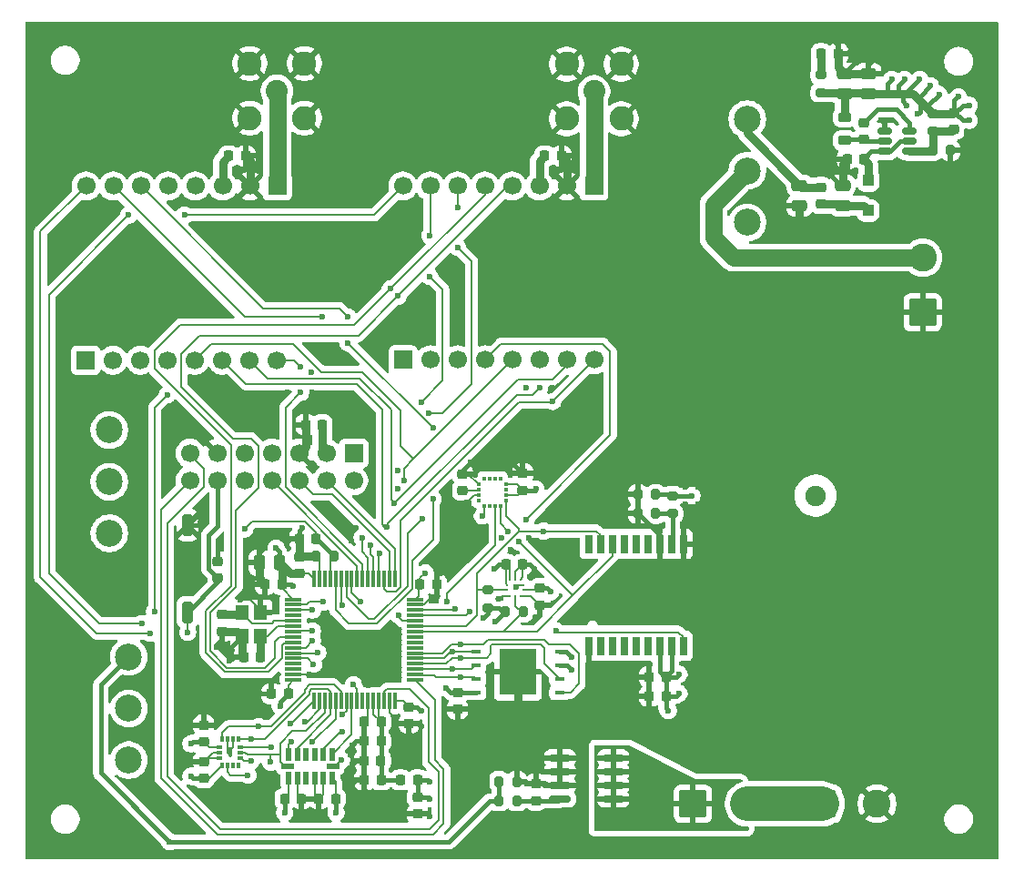
<source format=gbr>
%TF.GenerationSoftware,KiCad,Pcbnew,9.0.6*%
%TF.CreationDate,2026-02-10T23:26:08+00:00*%
%TF.ProjectId,avionics_dev_board,6176696f-6e69-4637-935f-6465765f626f,rev?*%
%TF.SameCoordinates,Original*%
%TF.FileFunction,Copper,L1,Top*%
%TF.FilePolarity,Positive*%
%FSLAX46Y46*%
G04 Gerber Fmt 4.6, Leading zero omitted, Abs format (unit mm)*
G04 Created by KiCad (PCBNEW 9.0.6) date 2026-02-10 23:26:08*
%MOMM*%
%LPD*%
G01*
G04 APERTURE LIST*
G04 Aperture macros list*
%AMRoundRect*
0 Rectangle with rounded corners*
0 $1 Rounding radius*
0 $2 $3 $4 $5 $6 $7 $8 $9 X,Y pos of 4 corners*
0 Add a 4 corners polygon primitive as box body*
4,1,4,$2,$3,$4,$5,$6,$7,$8,$9,$2,$3,0*
0 Add four circle primitives for the rounded corners*
1,1,$1+$1,$2,$3*
1,1,$1+$1,$4,$5*
1,1,$1+$1,$6,$7*
1,1,$1+$1,$8,$9*
0 Add four rect primitives between the rounded corners*
20,1,$1+$1,$2,$3,$4,$5,0*
20,1,$1+$1,$4,$5,$6,$7,0*
20,1,$1+$1,$6,$7,$8,$9,0*
20,1,$1+$1,$8,$9,$2,$3,0*%
G04 Aperture macros list end*
%TA.AperFunction,SMDPad,CuDef*%
%ADD10RoundRect,0.225000X0.250000X-0.225000X0.250000X0.225000X-0.250000X0.225000X-0.250000X-0.225000X0*%
%TD*%
%TA.AperFunction,SMDPad,CuDef*%
%ADD11RoundRect,0.150000X-0.825000X-0.150000X0.825000X-0.150000X0.825000X0.150000X-0.825000X0.150000X0*%
%TD*%
%TA.AperFunction,SMDPad,CuDef*%
%ADD12RoundRect,0.200000X-0.200000X-0.275000X0.200000X-0.275000X0.200000X0.275000X-0.200000X0.275000X0*%
%TD*%
%TA.AperFunction,ComponentPad*%
%ADD13C,2.600000*%
%TD*%
%TA.AperFunction,ComponentPad*%
%ADD14RoundRect,0.250000X-1.050000X-1.050000X1.050000X-1.050000X1.050000X1.050000X-1.050000X1.050000X0*%
%TD*%
%TA.AperFunction,SMDPad,CuDef*%
%ADD15RoundRect,0.225000X-0.250000X0.225000X-0.250000X-0.225000X0.250000X-0.225000X0.250000X0.225000X0*%
%TD*%
%TA.AperFunction,SMDPad,CuDef*%
%ADD16RoundRect,0.250000X-0.475000X0.250000X-0.475000X-0.250000X0.475000X-0.250000X0.475000X0.250000X0*%
%TD*%
%TA.AperFunction,SMDPad,CuDef*%
%ADD17RoundRect,0.250000X0.475000X-0.250000X0.475000X0.250000X-0.475000X0.250000X-0.475000X-0.250000X0*%
%TD*%
%TA.AperFunction,SMDPad,CuDef*%
%ADD18RoundRect,0.200000X0.275000X-0.200000X0.275000X0.200000X-0.275000X0.200000X-0.275000X-0.200000X0*%
%TD*%
%TA.AperFunction,SMDPad,CuDef*%
%ADD19RoundRect,0.218750X0.381250X-0.218750X0.381250X0.218750X-0.381250X0.218750X-0.381250X-0.218750X0*%
%TD*%
%TA.AperFunction,SMDPad,CuDef*%
%ADD20RoundRect,0.150000X-0.512500X-0.150000X0.512500X-0.150000X0.512500X0.150000X-0.512500X0.150000X0*%
%TD*%
%TA.AperFunction,ComponentPad*%
%ADD21C,2.500000*%
%TD*%
%TA.AperFunction,SMDPad,CuDef*%
%ADD22RoundRect,0.218750X-0.256250X0.218750X-0.256250X-0.218750X0.256250X-0.218750X0.256250X0.218750X0*%
%TD*%
%TA.AperFunction,SMDPad,CuDef*%
%ADD23RoundRect,0.250000X-0.300000X0.300000X-0.300000X-0.300000X0.300000X-0.300000X0.300000X0.300000X0*%
%TD*%
%TA.AperFunction,SMDPad,CuDef*%
%ADD24RoundRect,0.225000X-0.225000X-0.250000X0.225000X-0.250000X0.225000X0.250000X-0.225000X0.250000X0*%
%TD*%
%TA.AperFunction,SMDPad,CuDef*%
%ADD25RoundRect,0.218750X0.218750X0.256250X-0.218750X0.256250X-0.218750X-0.256250X0.218750X-0.256250X0*%
%TD*%
%TA.AperFunction,ComponentPad*%
%ADD26RoundRect,0.250000X1.050000X-1.050000X1.050000X1.050000X-1.050000X1.050000X-1.050000X-1.050000X0*%
%TD*%
%TA.AperFunction,SMDPad,CuDef*%
%ADD27R,0.350000X0.625000*%
%TD*%
%TA.AperFunction,SMDPad,CuDef*%
%ADD28R,0.625000X0.350000*%
%TD*%
%TA.AperFunction,SMDPad,CuDef*%
%ADD29R,0.450000X0.300000*%
%TD*%
%TA.AperFunction,SMDPad,CuDef*%
%ADD30R,0.300000X0.450000*%
%TD*%
%TA.AperFunction,SMDPad,CuDef*%
%ADD31RoundRect,0.225000X0.225000X0.250000X-0.225000X0.250000X-0.225000X-0.250000X0.225000X-0.250000X0*%
%TD*%
%TA.AperFunction,ComponentPad*%
%ADD32C,2.050000*%
%TD*%
%TA.AperFunction,ComponentPad*%
%ADD33C,2.250000*%
%TD*%
%TA.AperFunction,ComponentPad*%
%ADD34R,1.700000X1.700000*%
%TD*%
%TA.AperFunction,ComponentPad*%
%ADD35C,1.700000*%
%TD*%
%TA.AperFunction,SMDPad,CuDef*%
%ADD36RoundRect,0.200000X0.200000X0.275000X-0.200000X0.275000X-0.200000X-0.275000X0.200000X-0.275000X0*%
%TD*%
%TA.AperFunction,SMDPad,CuDef*%
%ADD37RoundRect,0.150000X0.350000X-0.850000X0.350000X0.850000X-0.350000X0.850000X-0.350000X-0.850000X0*%
%TD*%
%TA.AperFunction,SMDPad,CuDef*%
%ADD38R,0.700000X1.800000*%
%TD*%
%TA.AperFunction,SMDPad,CuDef*%
%ADD39R,0.800000X1.800000*%
%TD*%
%TA.AperFunction,SMDPad,CuDef*%
%ADD40R,0.275000X0.250000*%
%TD*%
%TA.AperFunction,SMDPad,CuDef*%
%ADD41R,0.250000X0.275000*%
%TD*%
%TA.AperFunction,SMDPad,CuDef*%
%ADD42RoundRect,0.250000X0.250000X0.475000X-0.250000X0.475000X-0.250000X-0.475000X0.250000X-0.475000X0*%
%TD*%
%TA.AperFunction,SMDPad,CuDef*%
%ADD43R,0.550000X1.145000*%
%TD*%
%TA.AperFunction,SMDPad,CuDef*%
%ADD44R,1.145000X0.550000*%
%TD*%
%TA.AperFunction,SMDPad,CuDef*%
%ADD45RoundRect,0.200000X-0.275000X0.200000X-0.275000X-0.200000X0.275000X-0.200000X0.275000X0.200000X0*%
%TD*%
%TA.AperFunction,ComponentPad*%
%ADD46C,1.905000*%
%TD*%
%TA.AperFunction,SMDPad,CuDef*%
%ADD47RoundRect,0.075000X-0.700000X-0.075000X0.700000X-0.075000X0.700000X0.075000X-0.700000X0.075000X0*%
%TD*%
%TA.AperFunction,SMDPad,CuDef*%
%ADD48RoundRect,0.075000X-0.075000X-0.700000X0.075000X-0.700000X0.075000X0.700000X-0.075000X0.700000X0*%
%TD*%
%TA.AperFunction,SMDPad,CuDef*%
%ADD49RoundRect,0.218750X-0.218750X-0.256250X0.218750X-0.256250X0.218750X0.256250X-0.218750X0.256250X0*%
%TD*%
%TA.AperFunction,SMDPad,CuDef*%
%ADD50R,0.950000X0.450000*%
%TD*%
%TA.AperFunction,SMDPad,CuDef*%
%ADD51R,3.450000X4.350000*%
%TD*%
%TA.AperFunction,SMDPad,CuDef*%
%ADD52R,1.200000X1.400000*%
%TD*%
%TA.AperFunction,ViaPad*%
%ADD53C,0.600000*%
%TD*%
%TA.AperFunction,Conductor*%
%ADD54C,0.400000*%
%TD*%
%TA.AperFunction,Conductor*%
%ADD55C,3.200000*%
%TD*%
%TA.AperFunction,Conductor*%
%ADD56C,0.200000*%
%TD*%
%TA.AperFunction,Conductor*%
%ADD57C,1.600000*%
%TD*%
%TA.AperFunction,Conductor*%
%ADD58C,0.800000*%
%TD*%
G04 APERTURE END LIST*
D10*
%TO.P,C37,1*%
%TO.N,Net-(Q3-G)*%
X169078168Y-99370000D03*
%TO.P,C37,2*%
%TO.N,GND*%
X169078168Y-97820000D03*
%TD*%
D11*
%TO.P,Q3,1,S*%
%TO.N,GND*%
X171328168Y-95400000D03*
%TO.P,Q3,2,S*%
X171328168Y-96670000D03*
%TO.P,Q3,3,S*%
X171328168Y-97940000D03*
%TO.P,Q3,4,G*%
%TO.N,Net-(Q3-G)*%
X171328168Y-99210000D03*
%TO.P,Q3,5,D*%
%TO.N,/PARA_GND*%
X176278168Y-99210000D03*
%TO.P,Q3,6,D*%
X176278168Y-97940000D03*
%TO.P,Q3,7,D*%
X176278168Y-96670000D03*
%TO.P,Q3,8,D*%
X176278168Y-95400000D03*
%TD*%
D12*
%TO.P,R12,1*%
%TO.N,Net-(PARA_ARM1-C)*%
X165653168Y-99395000D03*
%TO.P,R12,2*%
%TO.N,Net-(Q3-G)*%
X167303168Y-99395000D03*
%TD*%
D13*
%TO.P,J9-NICH,2,Pin_2*%
%TO.N,/PARA_PWR*%
X188758168Y-99675000D03*
D14*
%TO.P,J9-NICH,1,Pin_1*%
%TO.N,/PARA_GND*%
X183678168Y-99675000D03*
%TD*%
D12*
%TO.P,R11,1*%
%TO.N,Net-(PARA_ARM1-C)*%
X165653168Y-97595000D03*
%TO.P,R11,2*%
%TO.N,GND*%
X167303168Y-97595000D03*
%TD*%
D15*
%TO.P,C13,1*%
%TO.N,+3V3*%
X158075000Y-99075000D03*
%TO.P,C13,2*%
%TO.N,GND*%
X158075000Y-100625000D03*
%TD*%
D16*
%TO.P,C8,1*%
%TO.N,GND*%
X200000000Y-31737500D03*
%TO.P,C8,2*%
%TO.N,+3V3*%
X200000000Y-33637500D03*
%TD*%
D17*
%TO.P,C1,1*%
%TO.N,GND*%
X193600000Y-44037500D03*
%TO.P,C1,2*%
%TO.N,Net-(PWR_SW1-A)*%
X193600000Y-42137500D03*
%TD*%
D18*
%TO.P,R3,1*%
%TO.N,+3V3*%
X195600000Y-33512500D03*
%TO.P,R3,2*%
%TO.N,Net-(PWR_LED1-A)*%
X195600000Y-31862500D03*
%TD*%
D19*
%TO.P,L1,1,1*%
%TO.N,Net-(BUCK1-SW)*%
X197800000Y-37950000D03*
%TO.P,L1,2,2*%
%TO.N,+3V3*%
X197800000Y-35825000D03*
%TD*%
D16*
%TO.P,C2,1*%
%TO.N,GND*%
X197600000Y-42137500D03*
%TO.P,C2,2*%
%TO.N,Net-(D2-A)*%
X197600000Y-44037500D03*
%TD*%
D20*
%TO.P,BUCK,1,GND*%
%TO.N,GND*%
X201525000Y-37087500D03*
%TO.P,BUCK,2,SW*%
%TO.N,Net-(BUCK1-SW)*%
X201525000Y-38037500D03*
%TO.P,BUCK,3,VIN*%
%TO.N,Net-(BUCK1-EN)*%
X201525000Y-38987500D03*
%TO.P,BUCK,4,VFB*%
%TO.N,Net-(BUCK1-VFB)*%
X203800000Y-38987500D03*
%TO.P,BUCK,5,EN*%
%TO.N,Net-(BUCK1-EN)*%
X203800000Y-38037500D03*
%TO.P,BUCK,6,VBST*%
%TO.N,Net-(BUCK1-VBST)*%
X203800000Y-37087500D03*
%TD*%
D21*
%TO.P,PWR_SW,1,A*%
%TO.N,Net-(PWR_SW1-A)*%
X188750000Y-35987500D03*
%TO.P,PWR_SW,2,B*%
%TO.N,Net-(J1-MBAT1-Pin_2)*%
X188750000Y-40787500D03*
%TO.P,PWR_SW,3,C*%
%TO.N,unconnected-(PWR_SW1-C-Pad3)*%
X188750000Y-45587500D03*
%TD*%
D12*
%TO.P,R1,1*%
%TO.N,Net-(BUCK1-VFB)*%
X205975000Y-38887500D03*
%TO.P,R1,2*%
%TO.N,GND*%
X207625000Y-38887500D03*
%TD*%
D22*
%TO.P,F1,1*%
%TO.N,Net-(PWR_SW1-A)*%
X195600000Y-42300000D03*
%TO.P,F1,2*%
%TO.N,Net-(D2-A)*%
X195600000Y-43875000D03*
%TD*%
D23*
%TO.P,D2,1,K*%
%TO.N,Net-(BUCK1-EN)*%
X200000000Y-41687500D03*
%TO.P,D2,2,A*%
%TO.N,Net-(D2-A)*%
X200000000Y-44487500D03*
%TD*%
D16*
%TO.P,C9,1*%
%TO.N,GND*%
X197800000Y-31737500D03*
%TO.P,C9,2*%
%TO.N,+3V3*%
X197800000Y-33637500D03*
%TD*%
D15*
%TO.P,C4,1*%
%TO.N,+3V3*%
X207950000Y-35387500D03*
%TO.P,C4,2*%
%TO.N,Net-(BUCK1-VFB)*%
X207950000Y-36937500D03*
%TD*%
D18*
%TO.P,R2,1*%
%TO.N,Net-(BUCK1-VFB)*%
X206000000Y-37112500D03*
%TO.P,R2,2*%
%TO.N,+3V3*%
X206000000Y-35462500D03*
%TD*%
D24*
%TO.P,C3,1*%
%TO.N,GND*%
X198025000Y-39687500D03*
%TO.P,C3,2*%
%TO.N,Net-(BUCK1-EN)*%
X199575000Y-39687500D03*
%TD*%
D25*
%TO.P,PWR_LED,1,K*%
%TO.N,GND*%
X197187500Y-29887500D03*
%TO.P,PWR_LED,2,A*%
%TO.N,Net-(PWR_LED1-A)*%
X195612500Y-29887500D03*
%TD*%
D15*
%TO.P,C7,1*%
%TO.N,Net-(BUCK1-VBST)*%
X199600000Y-36312500D03*
%TO.P,C7,2*%
%TO.N,Net-(BUCK1-SW)*%
X199600000Y-37862500D03*
%TD*%
D13*
%TO.P,J1-MBAT,2,Pin_2*%
%TO.N,Net-(J1-MBAT1-Pin_2)*%
X205072500Y-48865000D03*
D26*
%TO.P,J1-MBAT,1,Pin_1*%
%TO.N,GND*%
X205072500Y-53945000D03*
%TD*%
D27*
%TO.P,LSM6,P$1,SDO*%
%TO.N,/SPI1_MISO*%
X141387500Y-93662500D03*
%TO.P,LSM6,P$2,SDX*%
%TO.N,GND*%
X140887500Y-93662500D03*
%TO.P,LSM6,P$3,SCX*%
X140387500Y-93662500D03*
%TO.P,LSM6,P$4,INT1*%
%TO.N,/LSM6_INT1*%
X139887500Y-93667500D03*
D28*
%TO.P,LSM6,P$5,VDDIO*%
%TO.N,+3V3*%
X139662500Y-94387500D03*
%TO.P,LSM6,P$6,GND*%
%TO.N,GND*%
X139662500Y-94887500D03*
%TO.P,LSM6,P$7,GND*%
X139662500Y-95387500D03*
D27*
%TO.P,LSM6,P$8,VDD*%
%TO.N,+3V3*%
X139887500Y-96112500D03*
%TO.P,LSM6,P$9,INT2*%
%TO.N,/LSM6_INT2*%
X140387500Y-96112500D03*
%TO.P,LSM6,P$10,UNCONNECTED*%
%TO.N,unconnected-(LSM6-UNCONNECTED-PadP$10)*%
X140887500Y-96112500D03*
%TO.P,LSM6,P$11,UNCONNECTED*%
%TO.N,unconnected-(LSM6-UNCONNECTED-PadP$11)*%
X141387500Y-96112500D03*
D28*
%TO.P,LSM6,P$12,CS*%
%TO.N,/CS_LSM6*%
X141612500Y-95387500D03*
%TO.P,LSM6,P$13,SCL*%
%TO.N,/SPI1_SCK*%
X141612500Y-94887500D03*
%TO.P,LSM6,P$14,SDA*%
%TO.N,/SPI1_MOSI*%
X141612500Y-94387500D03*
%TD*%
D29*
%TO.P,MMC,1,SCL/SPI_SCK*%
%TO.N,/I2C2_SCL*%
X166325000Y-71475000D03*
%TO.P,MMC,2,VDD*%
%TO.N,+3V3*%
X166325000Y-70975000D03*
%TO.P,MMC,3,NC*%
%TO.N,unconnected-(MMC1-NC-Pad3)*%
X166325000Y-70475000D03*
%TO.P,MMC,4,~{SPI_CS}*%
%TO.N,+3V3*%
X166325000Y-69975000D03*
D30*
%TO.P,MMC,5,SPI_SDO*%
%TO.N,unconnected-(MMC1-SPI_SDO-Pad5)*%
X165800000Y-69450000D03*
%TO.P,MMC,6,NC*%
%TO.N,unconnected-(MMC1-NC-Pad6)*%
X165300000Y-69450000D03*
%TO.P,MMC,7,NC*%
%TO.N,unconnected-(MMC1-NC-Pad7)*%
X164800000Y-69450000D03*
%TO.P,MMC,8,NC*%
%TO.N,unconnected-(MMC1-NC-Pad8)*%
X164300000Y-69450000D03*
D29*
%TO.P,MMC,9,GND*%
%TO.N,GND*%
X163775000Y-69975000D03*
%TO.P,MMC,10,CAP*%
%TO.N,Net-(MMC1-CAP)*%
X163775000Y-70475000D03*
%TO.P,MMC,11,GND*%
%TO.N,GND*%
X163775000Y-70975000D03*
%TO.P,MMC,12,NC*%
%TO.N,unconnected-(MMC1-NC-Pad12)*%
X163775000Y-71475000D03*
D30*
%TO.P,MMC,13,VDDIO*%
%TO.N,+3V3*%
X164300000Y-72000000D03*
%TO.P,MMC,14,NC*%
%TO.N,unconnected-(MMC1-NC-Pad14)*%
X164800000Y-72000000D03*
%TO.P,MMC,15,INT*%
%TO.N,/INT_MMC*%
X165300000Y-72000000D03*
%TO.P,MMC,16,SDA/SPI_SDI*%
%TO.N,/I2C2_SDA*%
X165800000Y-72000000D03*
%TD*%
D31*
%TO.P,C18,1*%
%TO.N,+3V3A*%
X154675000Y-97450000D03*
%TO.P,C18,2*%
%TO.N,GND*%
X153125000Y-97450000D03*
%TD*%
D32*
%TO.P,ANT_24,1,In*%
%TO.N,/L80_ANT*%
X145000000Y-33340000D03*
D33*
%TO.P,ANT_24,2,Ext*%
%TO.N,GND*%
X142460000Y-30800000D03*
X142460000Y-35880000D03*
X147540000Y-30800000D03*
X147540000Y-35880000D03*
%TD*%
D34*
%TO.P,L62-1,1,Pin_1*%
%TO.N,/L62_ANT*%
X174480000Y-42200000D03*
D35*
%TO.P,L62-1,2,Pin_2*%
%TO.N,GND*%
X171940000Y-42200000D03*
%TO.P,L62-1,3,Pin_3*%
%TO.N,+3V3*%
X169400000Y-42200000D03*
%TO.P,L62-1,4,Pin_4*%
%TO.N,/L62_RXSW*%
X166860000Y-42200000D03*
%TO.P,L62-1,5,Pin_5*%
%TO.N,/L62_TXSW*%
X164320000Y-42200000D03*
%TO.P,L62-1,6,Pin_6*%
%TO.N,/L62_BUSY*%
X161780000Y-42200000D03*
%TO.P,L62-1,7,Pin_7*%
%TO.N,/L62_DIO1*%
X159240000Y-42200000D03*
%TO.P,L62-1,8,Pin_8*%
%TO.N,/L62_DIO2*%
X156700000Y-42200000D03*
%TD*%
D36*
%TO.P,R8,1*%
%TO.N,/I2C2_SDA*%
X167887500Y-81800000D03*
%TO.P,R8,2*%
%TO.N,+3V3*%
X166237500Y-81800000D03*
%TD*%
D31*
%TO.P,C21,1*%
%TO.N,Net-(MCU1-PF1)*%
X143450000Y-86050000D03*
%TO.P,C21,2*%
%TO.N,GND*%
X141900000Y-86050000D03*
%TD*%
D34*
%TO.P,L80-2,1,Pin_1*%
%TO.N,unconnected-(L80-2-Pin_1-Pad1)*%
X127210000Y-58400000D03*
D35*
%TO.P,L80-2,2,Pin_2*%
%TO.N,unconnected-(L80-2-Pin_2-Pad2)*%
X129750000Y-58400000D03*
%TO.P,L80-2,3,Pin_3*%
%TO.N,unconnected-(L80-2-Pin_3-Pad3)*%
X132290000Y-58400000D03*
%TO.P,L80-2,4,Pin_4*%
%TO.N,/L80_RST*%
X134830000Y-58400000D03*
%TO.P,L80-2,5,Pin_5*%
%TO.N,/SPI3_SCK*%
X137370000Y-58400000D03*
%TO.P,L80-2,6,Pin_6*%
%TO.N,/SPI3_MISO*%
X139910000Y-58400000D03*
%TO.P,L80-2,7,Pin_7*%
%TO.N,/SPI3_MOSI*%
X142450000Y-58400000D03*
%TO.P,L80-2,8,Pin_8*%
%TO.N,/L80_CS*%
X144990000Y-58400000D03*
%TD*%
D10*
%TO.P,C19,1*%
%TO.N,/NRST*%
X139500000Y-78675000D03*
%TO.P,C19,2*%
%TO.N,GND*%
X139500000Y-77125000D03*
%TD*%
D32*
%TO.P,ANT_868,1,In*%
%TO.N,/L62_ANT*%
X174480000Y-33400000D03*
D33*
%TO.P,ANT_868,2,Ext*%
%TO.N,GND*%
X171940000Y-30860000D03*
X171940000Y-35940000D03*
X177020000Y-30860000D03*
X177020000Y-35940000D03*
%TD*%
D31*
%TO.P,C16,1*%
%TO.N,+3V3A*%
X154650000Y-95650000D03*
%TO.P,C16,2*%
%TO.N,GND*%
X153100000Y-95650000D03*
%TD*%
D37*
%TO.P,RST,1,1*%
%TO.N,GND*%
X136675000Y-73750000D03*
%TO.P,RST,2,2*%
%TO.N,/NRST*%
X136675000Y-81850000D03*
%TD*%
D31*
%TO.P,C15,1*%
%TO.N,+3V3A*%
X154675000Y-93850000D03*
%TO.P,C15,2*%
%TO.N,GND*%
X153125000Y-93850000D03*
%TD*%
%TO.P,C35,1*%
%TO.N,GND*%
X142055000Y-39400000D03*
%TO.P,C35,2*%
%TO.N,+3V3*%
X140505000Y-39400000D03*
%TD*%
%TO.P,C17,1*%
%TO.N,+3V3*%
X146050000Y-89450000D03*
%TO.P,C17,2*%
%TO.N,GND*%
X144500000Y-89450000D03*
%TD*%
D38*
%TO.P,M10S,1,GND*%
%TO.N,GND*%
X174000000Y-85000000D03*
D39*
%TO.P,M10S,2,TXD*%
%TO.N,unconnected-(M10S1-TXD-Pad2)*%
X175100000Y-85000000D03*
%TO.P,M10S,3,RXD*%
%TO.N,unconnected-(M10S1-RXD-Pad3)*%
X176200000Y-85000000D03*
%TO.P,M10S,4,TIMEPULSE*%
%TO.N,unconnected-(M10S1-TIMEPULSE-Pad4)*%
X177300000Y-85000000D03*
%TO.P,M10S,5,EXTINT*%
%TO.N,unconnected-(M10S1-EXTINT-Pad5)*%
X178400000Y-85000000D03*
%TO.P,M10S,6,V_BCKP*%
%TO.N,unconnected-(M10S1-V_BCKP-Pad6)*%
X179500000Y-85000000D03*
%TO.P,M10S,7,V_IO*%
%TO.N,+3V3*%
X180600000Y-85000000D03*
%TO.P,M10S,8,VCC*%
X181700000Y-85000000D03*
D38*
%TO.P,M10S,9,~{RESET}*%
%TO.N,/RST_MAX*%
X182800000Y-85000000D03*
%TO.P,M10S,10,GND*%
%TO.N,GND*%
X182800000Y-75500000D03*
D39*
%TO.P,M10S,11,RF_IN*%
%TO.N,Net-(M10S1-RF_IN)*%
X181700000Y-75500000D03*
%TO.P,M10S,12,GND*%
%TO.N,GND*%
X180600000Y-75500000D03*
%TO.P,M10S,13,LNA_EN*%
%TO.N,unconnected-(M10S1-LNA_EN-Pad13)*%
X179500000Y-75500000D03*
%TO.P,M10S,14,VCC_RF*%
%TO.N,unconnected-(M10S1-VCC_RF-Pad14)*%
X178400000Y-75500000D03*
%TO.P,M10S,15,VIO_SEL*%
%TO.N,unconnected-(M10S1-VIO_SEL-Pad15)*%
X177300000Y-75500000D03*
%TO.P,M10S,16,SDA*%
%TO.N,/I2C2_SDA*%
X176200000Y-75500000D03*
%TO.P,M10S,17,SCL*%
%TO.N,/I2C2_SCL*%
X175100000Y-75500000D03*
D38*
%TO.P,M10S,18,~{SAFEBOOT}*%
%TO.N,unconnected-(M10S1-~{SAFEBOOT}-Pad18)*%
X174000000Y-75500000D03*
%TD*%
D40*
%TO.P,BMP1,1,VDDIO*%
%TO.N,+3V3*%
X166400000Y-79300000D03*
%TO.P,BMP1,2,SCK/SCL*%
%TO.N,/I2C2_SCL*%
X166400000Y-79800000D03*
D41*
%TO.P,BMP1,3,GND*%
%TO.N,GND*%
X166662500Y-80312500D03*
%TO.P,BMP1,4,SDI/SDA*%
%TO.N,/I2C2_SDA*%
X167162500Y-80312500D03*
%TO.P,BMP1,5,SDO/ADR*%
%TO.N,GND*%
X167662500Y-80312500D03*
D40*
%TO.P,BMP1,6,CSB*%
%TO.N,+3V3*%
X167925000Y-79800000D03*
%TO.P,BMP1,7,INT*%
%TO.N,/INT_BMP*%
X167925000Y-79300000D03*
D41*
%TO.P,BMP1,8,GND*%
%TO.N,GND*%
X167662500Y-78787500D03*
%TO.P,BMP1,9,GND*%
X167162500Y-78787500D03*
%TO.P,BMP1,10,VDD*%
%TO.N,+3V3*%
X166662500Y-78787500D03*
%TD*%
D31*
%TO.P,C11,1*%
%TO.N,+3V3*%
X145450000Y-79250000D03*
%TO.P,C11,2*%
%TO.N,GND*%
X143900000Y-79250000D03*
%TD*%
D24*
%TO.P,C10,1*%
%TO.N,+3V3*%
X158300000Y-79250000D03*
%TO.P,C10,2*%
%TO.N,GND*%
X159850000Y-79250000D03*
%TD*%
D36*
%TO.P,R4,1*%
%TO.N,/BOOT0*%
X150300000Y-76650000D03*
%TO.P,R4,2*%
%TO.N,GND*%
X148650000Y-76650000D03*
%TD*%
D42*
%TO.P,C6,1*%
%TO.N,+3V3*%
X145225000Y-77250000D03*
%TO.P,C6,2*%
%TO.N,GND*%
X143325000Y-77250000D03*
%TD*%
D34*
%TO.P,L80-1,1,Pin_1*%
%TO.N,/L80_ANT*%
X145020000Y-42200000D03*
D35*
%TO.P,L80-1,2,Pin_2*%
%TO.N,GND*%
X142480000Y-42200000D03*
%TO.P,L80-1,3,Pin_3*%
%TO.N,+3V3*%
X139940000Y-42200000D03*
%TO.P,L80-1,4,Pin_4*%
%TO.N,unconnected-(L80-1-Pin_4-Pad4)*%
X137400000Y-42200000D03*
%TO.P,L80-1,5,Pin_5*%
%TO.N,unconnected-(L80-1-Pin_5-Pad5)*%
X134860000Y-42200000D03*
%TO.P,L80-1,6,Pin_6*%
%TO.N,/L80_BUSY*%
X132320000Y-42200000D03*
%TO.P,L80-1,7,Pin_7*%
%TO.N,/L80_DIO1*%
X129780000Y-42200000D03*
%TO.P,L80-1,8,Pin_8*%
%TO.N,/L80_DIO2*%
X127240000Y-42200000D03*
%TD*%
D15*
%TO.P,C30,1*%
%TO.N,GND*%
X167850000Y-68950000D03*
%TO.P,C30,2*%
%TO.N,+3V3*%
X167850000Y-70500000D03*
%TD*%
%TO.P,C5,1*%
%TO.N,+3V3*%
X157275000Y-90650000D03*
%TO.P,C5,2*%
%TO.N,GND*%
X157275000Y-92200000D03*
%TD*%
%TO.P,C20,1*%
%TO.N,Net-(MCU1-PF0)*%
X139875000Y-82075000D03*
%TO.P,C20,2*%
%TO.N,GND*%
X139875000Y-83625000D03*
%TD*%
D43*
%TO.P,ADXL,1,VDD_I/O*%
%TO.N,+3V3*%
X146100000Y-97297500D03*
%TO.P,ADXL,2,GND_1*%
%TO.N,GND*%
X146900000Y-97297500D03*
%TO.P,ADXL,3,RESERVED_1*%
%TO.N,unconnected-(ADXL1-RESERVED_1-Pad3)*%
X147700000Y-97297500D03*
%TO.P,ADXL,4,GND_2*%
%TO.N,GND*%
X148500000Y-97297500D03*
%TO.P,ADXL,5,GND_3*%
X149300000Y-97297500D03*
%TO.P,ADXL,6,VS*%
%TO.N,+3V3*%
X150100000Y-97297500D03*
D44*
%TO.P,ADXL,7,~{CS}*%
%TO.N,/CS_ADXL*%
X150197500Y-96200000D03*
D43*
%TO.P,ADXL,8,INT1*%
%TO.N,/INT1_ADXL*%
X150100000Y-95102500D03*
%TO.P,ADXL,9,INT2*%
%TO.N,/INT2_ADXL*%
X149300000Y-95102500D03*
%TO.P,ADXL,10,NC*%
%TO.N,unconnected-(ADXL1-NC-Pad10)*%
X148500000Y-95102500D03*
%TO.P,ADXL,11,RESERVED_2*%
%TO.N,unconnected-(ADXL1-RESERVED_2-Pad11)*%
X147700000Y-95102500D03*
%TO.P,ADXL,12,SDO/ALT_ADDRESS*%
%TO.N,/SPI1_MISO*%
X146900000Y-95102500D03*
%TO.P,ADXL,13,SDA/DO/SDIO*%
%TO.N,/SPI1_MOSI*%
X146100000Y-95102500D03*
D44*
%TO.P,ADXL,14,SCL/SCLK*%
%TO.N,/SPI1_SCK*%
X146002500Y-96200000D03*
%TD*%
D21*
%TO.P,PARA_ARM,1,A*%
%TO.N,unconnected-(PARA_ARM1-A-Pad1)*%
X131200000Y-95605000D03*
%TO.P,PARA_ARM,2,B*%
%TO.N,/PARA_DEPLOY*%
X131200000Y-90805000D03*
%TO.P,PARA_ARM,3,C*%
%TO.N,Net-(PARA_ARM1-C)*%
X131200000Y-86005000D03*
%TD*%
D24*
%TO.P,C25,1*%
%TO.N,GND*%
X148900000Y-99200000D03*
%TO.P,C25,2*%
%TO.N,+3V3*%
X150450000Y-99200000D03*
%TD*%
D45*
%TO.P,R13,1*%
%TO.N,Net-(AE1-A)*%
X181800000Y-71025000D03*
%TO.P,R13,2*%
%TO.N,Net-(M10S1-RF_IN)*%
X181800000Y-72675000D03*
%TD*%
D10*
%TO.P,C33,1*%
%TO.N,GND*%
X161800000Y-90875000D03*
%TO.P,C33,2*%
%TO.N,+3V3*%
X161800000Y-89325000D03*
%TD*%
D45*
%TO.P,R7,1*%
%TO.N,/I2C2_SCL*%
X164600000Y-79762500D03*
%TO.P,R7,2*%
%TO.N,+3V3*%
X164600000Y-81412500D03*
%TD*%
D10*
%TO.P,C12,1*%
%TO.N,+3V3*%
X147075000Y-78225000D03*
%TO.P,C12,2*%
%TO.N,GND*%
X147075000Y-76675000D03*
%TD*%
D46*
%TO.P,AE1,1,A*%
%TO.N,Net-(AE1-A)*%
X195100000Y-71000000D03*
%TD*%
D24*
%TO.P,C36,1*%
%TO.N,GND*%
X147660000Y-64400000D03*
%TO.P,C36,2*%
%TO.N,+3V3*%
X149210000Y-64400000D03*
%TD*%
D21*
%TO.P,BOOT_SW,1,A*%
%TO.N,unconnected-(BOOT_SW1-A-Pad1)*%
X129400000Y-64900000D03*
%TO.P,BOOT_SW,2,B*%
%TO.N,+3V3*%
X129400000Y-69700000D03*
%TO.P,BOOT_SW,3,C*%
%TO.N,/BOOT0*%
X129400000Y-74500000D03*
%TD*%
D31*
%TO.P,C34,1*%
%TO.N,GND*%
X171455000Y-39400000D03*
%TO.P,C34,2*%
%TO.N,+3V3*%
X169905000Y-39400000D03*
%TD*%
D15*
%TO.P,C24,1*%
%TO.N,GND*%
X138187500Y-92337500D03*
%TO.P,C24,2*%
%TO.N,+3V3*%
X138187500Y-93887500D03*
%TD*%
D36*
%TO.P,R15,1*%
%TO.N,Net-(M10S1-RF_IN)*%
X180225000Y-72650000D03*
%TO.P,R15,2*%
%TO.N,GND*%
X178575000Y-72650000D03*
%TD*%
D31*
%TO.P,C14,1*%
%TO.N,+3V3A*%
X154675000Y-92050000D03*
%TO.P,C14,2*%
%TO.N,GND*%
X153125000Y-92050000D03*
%TD*%
D10*
%TO.P,C27,1*%
%TO.N,GND*%
X169462500Y-81162500D03*
%TO.P,C27,2*%
%TO.N,+3V3*%
X169462500Y-79612500D03*
%TD*%
D24*
%TO.P,C32,1*%
%TO.N,GND*%
X179625000Y-89650000D03*
%TO.P,C32,2*%
%TO.N,+3V3*%
X181175000Y-89650000D03*
%TD*%
D47*
%TO.P,MCU,1,VBAT*%
%TO.N,+3V3*%
X146525000Y-80650000D03*
%TO.P,MCU,2,PC13*%
%TO.N,/L62_RST*%
X146525000Y-81150000D03*
%TO.P,MCU,3,PC14*%
%TO.N,/L80_RST*%
X146525000Y-81650000D03*
%TO.P,MCU,4,PC15*%
%TO.N,unconnected-(MCU1-PC15-Pad4)*%
X146525000Y-82150000D03*
%TO.P,MCU,5,PF0*%
%TO.N,Net-(MCU1-PF0)*%
X146525000Y-82650000D03*
%TO.P,MCU,6,PF1*%
%TO.N,Net-(MCU1-PF1)*%
X146525000Y-83150000D03*
%TO.P,MCU,7,PG10*%
%TO.N,/NRST*%
X146525000Y-83650000D03*
%TO.P,MCU,8,PC0*%
%TO.N,/L62_RXSW*%
X146525000Y-84150000D03*
%TO.P,MCU,9,PC1*%
%TO.N,/L62_TXSW*%
X146525000Y-84650000D03*
%TO.P,MCU,10,PC2*%
%TO.N,/L62_DIO2*%
X146525000Y-85150000D03*
%TO.P,MCU,11,PC3*%
%TO.N,/L80_DIO2*%
X146525000Y-85650000D03*
%TO.P,MCU,12,PA0*%
%TO.N,/PARA_DEPLOY*%
X146525000Y-86150000D03*
%TO.P,MCU,13,PA1*%
%TO.N,unconnected-(MCU1-PA1-Pad13)*%
X146525000Y-86650000D03*
%TO.P,MCU,14,PA2*%
%TO.N,unconnected-(MCU1-PA2-Pad14)*%
X146525000Y-87150000D03*
%TO.P,MCU,15,VSS*%
%TO.N,GND*%
X146525000Y-87650000D03*
%TO.P,MCU,16,VDD*%
%TO.N,+3V3*%
X146525000Y-88150000D03*
D48*
%TO.P,MCU,17,PA3*%
%TO.N,/CS_LSM6*%
X148450000Y-90075000D03*
%TO.P,MCU,18,PA4*%
%TO.N,/CS_ADXL*%
X148950000Y-90075000D03*
%TO.P,MCU,19,PA5*%
%TO.N,/SPI1_SCK*%
X149450000Y-90075000D03*
%TO.P,MCU,20,PA6*%
%TO.N,/SPI1_MISO*%
X149950000Y-90075000D03*
%TO.P,MCU,21,PA7*%
%TO.N,/SPI1_MOSI*%
X150450000Y-90075000D03*
%TO.P,MCU,22,PC4*%
%TO.N,/LSM6_INT1*%
X150950000Y-90075000D03*
%TO.P,MCU,23,PC5*%
%TO.N,/LSM6_INT2*%
X151450000Y-90075000D03*
%TO.P,MCU,24,PB0*%
%TO.N,/INT1_ADXL*%
X151950000Y-90075000D03*
%TO.P,MCU,25,PB1*%
%TO.N,/INT2_ADXL*%
X152450000Y-90075000D03*
%TO.P,MCU,26,PB2*%
%TO.N,unconnected-(MCU1-PB2-Pad26)*%
X152950000Y-90075000D03*
%TO.P,MCU,27,VSSA*%
%TO.N,GND*%
X153450000Y-90075000D03*
%TO.P,MCU,28,VREF+*%
%TO.N,+3V3A*%
X153950000Y-90075000D03*
%TO.P,MCU,29,VDDA*%
X154450000Y-90075000D03*
%TO.P,MCU,30,PB10*%
%TO.N,/VCP_RX*%
X154950000Y-90075000D03*
%TO.P,MCU,31,VSS*%
%TO.N,GND*%
X155450000Y-90075000D03*
%TO.P,MCU,32,VDD*%
%TO.N,+3V3*%
X155950000Y-90075000D03*
D47*
%TO.P,MCU,33,PB11*%
%TO.N,/VCP_TX*%
X157875000Y-88150000D03*
%TO.P,MCU,34,PB12*%
%TO.N,/RST_W25Q*%
X157875000Y-87650000D03*
%TO.P,MCU,35,PB13*%
%TO.N,/SPI2_SCK*%
X157875000Y-87150000D03*
%TO.P,MCU,36,PB14*%
%TO.N,/SPI2_MISO*%
X157875000Y-86650000D03*
%TO.P,MCU,37,PB15*%
%TO.N,/SPI2_MOSI*%
X157875000Y-86150000D03*
%TO.P,MCU,38,PC6*%
%TO.N,/CS_W25Q*%
X157875000Y-85650000D03*
%TO.P,MCU,39,PC7*%
%TO.N,unconnected-(MCU1-PC7-Pad39)*%
X157875000Y-85150000D03*
%TO.P,MCU,40,PC8*%
%TO.N,unconnected-(MCU1-PC8-Pad40)*%
X157875000Y-84650000D03*
%TO.P,MCU,41,PC9*%
%TO.N,unconnected-(MCU1-PC9-Pad41)*%
X157875000Y-84150000D03*
%TO.P,MCU,42,PA8*%
%TO.N,/I2C2_SDA*%
X157875000Y-83650000D03*
%TO.P,MCU,43,PA9*%
%TO.N,/I2C2_SCL*%
X157875000Y-83150000D03*
%TO.P,MCU,44,PA10*%
%TO.N,/INT_MMC*%
X157875000Y-82650000D03*
%TO.P,MCU,45,PA11*%
%TO.N,/INT_BMP*%
X157875000Y-82150000D03*
%TO.P,MCU,46,PA12*%
%TO.N,/RST_MAX*%
X157875000Y-81650000D03*
%TO.P,MCU,47,VSS*%
%TO.N,GND*%
X157875000Y-81150000D03*
%TO.P,MCU,48,VDD*%
%TO.N,+3V3*%
X157875000Y-80650000D03*
D48*
%TO.P,MCU,49,PA13*%
%TO.N,/SWDIO*%
X155950000Y-78725000D03*
%TO.P,MCU,50,PA14*%
%TO.N,/SWCLK*%
X155450000Y-78725000D03*
%TO.P,MCU,51,PA15*%
%TO.N,/L62_CS*%
X154950000Y-78725000D03*
%TO.P,MCU,52,PC10*%
%TO.N,/SPI3_SCK*%
X154450000Y-78725000D03*
%TO.P,MCU,53,PC11*%
%TO.N,/SPI3_MISO*%
X153950000Y-78725000D03*
%TO.P,MCU,54,PC12*%
%TO.N,/SPI3_MOSI*%
X153450000Y-78725000D03*
%TO.P,MCU,55,PD2*%
%TO.N,/L80_CS*%
X152950000Y-78725000D03*
%TO.P,MCU,56,PB3*%
%TO.N,/SWO*%
X152450000Y-78725000D03*
%TO.P,MCU,57,PB4*%
%TO.N,/L62_DIO1*%
X151950000Y-78725000D03*
%TO.P,MCU,58,PB5*%
%TO.N,/L62_BUSY*%
X151450000Y-78725000D03*
%TO.P,MCU,59,PB6*%
%TO.N,/L80_DIO1*%
X150950000Y-78725000D03*
%TO.P,MCU,60,PB7*%
%TO.N,/L80_BUSY*%
X150450000Y-78725000D03*
%TO.P,MCU,61,PB8*%
%TO.N,/BOOT0*%
X149950000Y-78725000D03*
%TO.P,MCU,62,PB9*%
%TO.N,unconnected-(MCU1-PB9-Pad62)*%
X149450000Y-78725000D03*
%TO.P,MCU,63,VSS*%
%TO.N,GND*%
X148950000Y-78725000D03*
%TO.P,MCU,64,VDD*%
%TO.N,+3V3*%
X148450000Y-78725000D03*
%TD*%
D49*
%TO.P,FB1,1*%
%TO.N,+3V3A*%
X156487500Y-97450000D03*
%TO.P,FB1,2*%
%TO.N,+3V3*%
X158062500Y-97450000D03*
%TD*%
D24*
%TO.P,C31,1*%
%TO.N,GND*%
X179625000Y-87850000D03*
%TO.P,C31,2*%
%TO.N,+3V3*%
X181175000Y-87850000D03*
%TD*%
D34*
%TO.P,L62-2,1,Pin_1*%
%TO.N,unconnected-(L62-2-Pin_1-Pad1)*%
X156725000Y-58375000D03*
D35*
%TO.P,L62-2,2,Pin_2*%
%TO.N,unconnected-(L62-2-Pin_2-Pad2)*%
X159265000Y-58375000D03*
%TO.P,L62-2,3,Pin_3*%
%TO.N,unconnected-(L62-2-Pin_3-Pad3)*%
X161805000Y-58375000D03*
%TO.P,L62-2,4,Pin_4*%
%TO.N,/L62_RST*%
X164345000Y-58375000D03*
%TO.P,L62-2,5,Pin_5*%
%TO.N,/SPI3_SCK*%
X166885000Y-58375000D03*
%TO.P,L62-2,6,Pin_6*%
%TO.N,/SPI3_MISO*%
X169425000Y-58375000D03*
%TO.P,L62-2,7,Pin_7*%
%TO.N,/SPI3_MOSI*%
X171965000Y-58375000D03*
%TO.P,L62-2,8,Pin_8*%
%TO.N,/L62_CS*%
X174505000Y-58375000D03*
%TD*%
D34*
%TO.P,SWD_INT,1,Pin_1*%
%TO.N,unconnected-(SWD_INT1-Pin_1-Pad1)*%
X152140000Y-67060000D03*
D35*
%TO.P,SWD_INT,2,Pin_2*%
%TO.N,unconnected-(SWD_INT1-Pin_2-Pad2)*%
X152140000Y-69600000D03*
%TO.P,SWD_INT,3,Pin_3*%
%TO.N,+3V3*%
X149600000Y-67060000D03*
%TO.P,SWD_INT,4,Pin_4*%
%TO.N,/SWDIO*%
X149600000Y-69600000D03*
%TO.P,SWD_INT,5,Pin_5*%
%TO.N,GND*%
X147060000Y-67060000D03*
%TO.P,SWD_INT,6,Pin_6*%
%TO.N,/SWCLK*%
X147060000Y-69600000D03*
%TO.P,SWD_INT,7,Pin_7*%
%TO.N,GND*%
X144520000Y-67060000D03*
%TO.P,SWD_INT,8,Pin_8*%
%TO.N,/SWO*%
X144520000Y-69600000D03*
%TO.P,SWD_INT,9,Pin_9*%
%TO.N,unconnected-(SWD_INT1-Pin_9-Pad9)*%
X141980000Y-67060000D03*
%TO.P,SWD_INT,10,Pin_10*%
%TO.N,unconnected-(SWD_INT1-Pin_10-Pad10)*%
X141980000Y-69600000D03*
%TO.P,SWD_INT,11,Pin_11*%
%TO.N,GND*%
X139440000Y-67060000D03*
%TO.P,SWD_INT,12,Pin_12*%
%TO.N,/NRST*%
X139440000Y-69600000D03*
%TO.P,SWD_INT,13,Pin_13*%
%TO.N,/VCP_RX*%
X136900000Y-67060000D03*
%TO.P,SWD_INT,14,Pin_14*%
%TO.N,/VCP_TX*%
X136900000Y-69600000D03*
%TD*%
D14*
%TO.P,J10-PBAT,1,Pin_1*%
%TO.N,/PARA_PWR*%
X195720000Y-99672500D03*
D13*
%TO.P,J10-PBAT,2,Pin_2*%
%TO.N,GND*%
X200800000Y-99672500D03*
%TD*%
D50*
%TO.P,W25Q,1,/CS*%
%TO.N,/CS_W25Q*%
X171300000Y-89310000D03*
%TO.P,W25Q,2,DO_(IO1)_1*%
%TO.N,/SPI2_MISO*%
X171300000Y-88040000D03*
%TO.P,W25Q,3,DO_(IO1)_2*%
%TO.N,+3V3*%
X171300000Y-86770000D03*
%TO.P,W25Q,4,GND*%
%TO.N,GND*%
X171300000Y-85500000D03*
%TO.P,W25Q,5,DI_(IO0)*%
%TO.N,/SPI2_MOSI*%
X163500000Y-85500000D03*
%TO.P,W25Q,6,CLK*%
%TO.N,/SPI2_SCK*%
X163500000Y-86770000D03*
%TO.P,W25Q,7,IO3*%
%TO.N,/RST_W25Q*%
X163500000Y-88040000D03*
%TO.P,W25Q,8,VCC*%
%TO.N,+3V3*%
X163500000Y-89310000D03*
D51*
%TO.P,W25Q,9,EP*%
%TO.N,GND*%
X167400000Y-87405000D03*
%TD*%
D36*
%TO.P,R14,1*%
%TO.N,Net-(AE1-A)*%
X180225000Y-70900000D03*
%TO.P,R14,2*%
%TO.N,GND*%
X178575000Y-70900000D03*
%TD*%
D31*
%TO.P,C26,1*%
%TO.N,GND*%
X147275000Y-99200000D03*
%TO.P,C26,2*%
%TO.N,+3V3*%
X145725000Y-99200000D03*
%TD*%
%TO.P,C22,1*%
%TO.N,/BOOT0*%
X148625000Y-75050000D03*
%TO.P,C22,2*%
%TO.N,GND*%
X147075000Y-75050000D03*
%TD*%
D15*
%TO.P,C29,1*%
%TO.N,GND*%
X162250000Y-68975000D03*
%TO.P,C29,2*%
%TO.N,Net-(MMC1-CAP)*%
X162250000Y-70525000D03*
%TD*%
D31*
%TO.P,C28,1*%
%TO.N,GND*%
X167837500Y-77387500D03*
%TO.P,C28,2*%
%TO.N,+3V3*%
X166287500Y-77387500D03*
%TD*%
D15*
%TO.P,C23,1*%
%TO.N,GND*%
X138187500Y-95737500D03*
%TO.P,C23,2*%
%TO.N,+3V3*%
X138187500Y-97287500D03*
%TD*%
D52*
%TO.P,Y1,4,GND*%
%TO.N,GND*%
X143475000Y-81850000D03*
%TO.P,Y1,3*%
%TO.N,Net-(MCU1-PF1)*%
X143475000Y-84050000D03*
%TO.P,Y1,2,GND*%
%TO.N,GND*%
X141775000Y-84050000D03*
%TO.P,Y1,1*%
%TO.N,Net-(MCU1-PF0)*%
X141775000Y-81850000D03*
%TD*%
D53*
%TO.N,GND*%
X141100000Y-99600000D03*
X135800000Y-101000000D03*
X133600000Y-98900000D03*
X210600000Y-89800000D03*
X207200000Y-86400000D03*
X203400000Y-89900000D03*
X200200000Y-86600000D03*
X196600000Y-89900000D03*
X192900000Y-86800000D03*
X189400000Y-90100000D03*
X186700000Y-87100000D03*
X170500000Y-102900000D03*
X167100000Y-103000000D03*
X163600000Y-103000000D03*
X162400000Y-94900000D03*
X165600000Y-93800000D03*
X174378168Y-93100000D03*
X172378168Y-93600000D03*
X168878168Y-96000000D03*
X169178168Y-94400000D03*
X171900000Y-101100000D03*
X177178168Y-91695000D03*
X170578168Y-93500000D03*
X176778168Y-93000000D03*
%TO.N,/L62_TXSW*%
X155550000Y-51750000D03*
%TO.N,/L62_RXSW*%
X156250000Y-52450000D03*
%TO.N,/L62_CS*%
X170640000Y-62240000D03*
%TO.N,Net-(PARA_ARM1-C)*%
X135000000Y-103200000D03*
%TO.N,GND*%
X166700000Y-76000000D03*
%TO.N,/I2C2_SCL*%
X169800000Y-74299000D03*
%TO.N,/CS_W25Q*%
X162100000Y-84800000D03*
%TO.N,/SPI2_MISO*%
X162100000Y-86100000D03*
%TO.N,/RST_W25Q*%
X162100000Y-87900000D03*
%TO.N,/SPI2_SCK*%
X161300000Y-87150000D03*
%TO.N,/SPI2_MOSI*%
X161300000Y-85500000D03*
%TO.N,GND*%
X159200000Y-100800000D03*
%TO.N,+3V3*%
X159200000Y-99200000D03*
%TO.N,/SPI1_SCK*%
X144400000Y-95800000D03*
%TO.N,/LSM6_INT1*%
X143300000Y-92500000D03*
%TO.N,/SPI1_MISO*%
X142600000Y-93662500D03*
%TO.N,GND*%
X190300000Y-52200000D03*
X181100000Y-49900000D03*
X193600000Y-55700000D03*
X204100000Y-29100000D03*
X153200000Y-31600000D03*
X139500000Y-28200000D03*
X123400000Y-82000000D03*
X124000000Y-90100000D03*
X124900000Y-99200000D03*
X196787500Y-28687500D03*
X200587500Y-30287500D03*
%TO.N,+3V3*%
X203587500Y-34687500D03*
%TO.N,GND*%
X196587500Y-39487500D03*
X208787500Y-38687500D03*
X198387500Y-29487500D03*
X186587500Y-31887500D03*
X199187500Y-30287500D03*
X196387500Y-41087500D03*
X201187500Y-36087500D03*
X207587500Y-40087500D03*
X201587500Y-31287500D03*
X192987500Y-45687500D03*
X194187500Y-45687500D03*
%TO.N,+3V3*%
X205787500Y-32887500D03*
X204587500Y-35487500D03*
X203387500Y-32287500D03*
X204787500Y-32287500D03*
X209387500Y-34687500D03*
X202187500Y-32287500D03*
X208387500Y-33887500D03*
X206587500Y-33687500D03*
X209387500Y-36087500D03*
%TO.N,GND*%
X202500000Y-45000000D03*
X194000000Y-38000000D03*
X193300000Y-34700000D03*
X202200000Y-40900000D03*
X206087500Y-42987500D03*
X191387500Y-31687500D03*
X182600000Y-31700000D03*
X136700000Y-77600000D03*
X140900000Y-89400000D03*
X163200000Y-98400000D03*
X162000000Y-75300000D03*
X173700000Y-71500000D03*
X170600000Y-65500000D03*
X173800000Y-62000000D03*
X151800000Y-63300000D03*
X142800000Y-63300000D03*
X139700000Y-61300000D03*
X180600000Y-81800000D03*
X174300000Y-81700000D03*
X176400000Y-79300000D03*
X182500000Y-79200000D03*
X178600000Y-66400000D03*
X183300000Y-63700000D03*
X180000000Y-60600000D03*
X186000000Y-55900000D03*
X180800000Y-55300000D03*
X180700000Y-28600000D03*
X181800000Y-35800000D03*
X182000000Y-43700000D03*
X178200000Y-38900000D03*
X182600000Y-40100000D03*
X176100000Y-46100000D03*
X175700000Y-54000000D03*
X172100000Y-49400000D03*
X168300000Y-53400000D03*
X165800000Y-48100000D03*
X169400000Y-45500000D03*
X158500000Y-28700000D03*
X165600000Y-33000000D03*
X164000000Y-37900000D03*
X166600000Y-28900000D03*
X159200000Y-33100000D03*
X158400000Y-37400000D03*
X152600000Y-36400000D03*
X150300000Y-28500000D03*
X150000000Y-41100000D03*
X133100000Y-34000000D03*
X137300000Y-32800000D03*
X134700000Y-38100000D03*
X134100000Y-29700000D03*
X129000000Y-36800000D03*
X123700000Y-41600000D03*
X155700000Y-86700000D03*
X153200000Y-86700000D03*
X150800000Y-86700000D03*
X150800000Y-84100000D03*
X153200000Y-84200000D03*
X155700000Y-84200000D03*
X149000000Y-57200000D03*
X161700000Y-54900000D03*
X161600000Y-50600000D03*
X158700000Y-55000000D03*
X155800000Y-55100000D03*
X158800000Y-52800000D03*
X128200000Y-79800000D03*
X131500000Y-79800000D03*
X126100000Y-62000000D03*
X131900000Y-62000000D03*
X125100000Y-47600000D03*
X127200000Y-45500000D03*
X133000000Y-52900000D03*
X130200000Y-50600000D03*
X131300000Y-55200000D03*
X136900000Y-53000000D03*
X126300000Y-53100000D03*
X133000000Y-48100000D03*
X145100000Y-50900000D03*
X140100000Y-46800000D03*
X151600000Y-50900000D03*
X147700000Y-46800000D03*
X154600000Y-46800000D03*
%TO.N,Net-(AE1-A)*%
X183600000Y-71000000D03*
%TO.N,GND*%
X152000000Y-96000000D03*
X178400000Y-89400000D03*
X177400000Y-70700000D03*
X147300000Y-74000000D03*
X148000000Y-87600000D03*
X162700000Y-71600000D03*
X142600000Y-78900000D03*
X140400000Y-85400000D03*
X148900000Y-100502500D03*
X183000000Y-70200000D03*
X146000000Y-75300000D03*
X170600000Y-61000000D03*
X167400000Y-92105000D03*
X152000000Y-97800000D03*
X177400000Y-72500000D03*
X147300000Y-100502500D03*
X148300000Y-61400000D03*
X166400000Y-91605000D03*
X165600000Y-80600000D03*
X153400000Y-98600000D03*
X183000000Y-71800000D03*
X137900000Y-73600000D03*
X157600000Y-93400000D03*
X168500000Y-91605000D03*
X139800000Y-75700000D03*
X184200000Y-71800000D03*
X179400000Y-91000000D03*
X140587500Y-94687500D03*
X160200000Y-78200000D03*
X169100000Y-82300000D03*
X141600000Y-80649998D03*
X151800000Y-95100000D03*
X152300000Y-74000000D03*
X168200000Y-61000000D03*
X136987500Y-92487500D03*
X136987500Y-95687500D03*
X163000000Y-67900000D03*
X158400000Y-92500000D03*
X181000000Y-77400000D03*
X156200000Y-68700000D03*
X184200000Y-70200000D03*
X178400000Y-87600000D03*
X168400000Y-74900000D03*
X156200000Y-70400000D03*
X146000000Y-61400000D03*
X161700000Y-92100000D03*
X151900000Y-75200000D03*
X139399000Y-85100000D03*
X182400000Y-77400000D03*
X174400000Y-87200000D03*
X172400000Y-86005000D03*
X140600000Y-86400000D03*
X168900000Y-77800000D03*
X152000000Y-94200000D03*
X143400000Y-89300000D03*
X166900000Y-68000000D03*
X165900000Y-74900000D03*
X143600000Y-76000000D03*
X155900000Y-91600000D03*
X148200000Y-59500000D03*
%TO.N,+3V3*%
X146500000Y-79400000D03*
X169100000Y-70400000D03*
X150500000Y-100502500D03*
X158400000Y-91000000D03*
X164200000Y-82400000D03*
X170450000Y-79950000D03*
X136987500Y-97087500D03*
X164100000Y-72900000D03*
X172400000Y-87205000D03*
X136987500Y-94087500D03*
X160700000Y-88900000D03*
X182400000Y-89400000D03*
X158800000Y-78200000D03*
X159200000Y-97600000D03*
X165200000Y-77800000D03*
X181400000Y-91000000D03*
X144900000Y-75900000D03*
X145700000Y-100502500D03*
X165300000Y-82700000D03*
X182400000Y-87600000D03*
X145300000Y-90600000D03*
%TO.N,/NRST*%
X136700000Y-83700000D03*
X148300000Y-83600000D03*
%TO.N,/BOOT0*%
X142000000Y-74100000D03*
%TO.N,/CS_ADXL*%
X147600000Y-92000000D03*
X151000000Y-95600000D03*
%TO.N,/SPI1_MOSI*%
X148300000Y-93900000D03*
X146300000Y-93900000D03*
X144500000Y-94400000D03*
%TO.N,/INT2_ADXL*%
X151100000Y-93000000D03*
X152100000Y-88600000D03*
%TO.N,/L62_BUSY*%
X159100000Y-63300000D03*
X161800000Y-44200000D03*
X161800000Y-47900000D03*
X158524265Y-73124265D03*
%TO.N,/L62_DIO1*%
X152800000Y-80900000D03*
X159200000Y-50600000D03*
X159200000Y-46800000D03*
X158400000Y-62300000D03*
%TO.N,/L62_RST*%
X168200000Y-73200000D03*
X149300000Y-80900000D03*
%TO.N,/SPI3_MISO*%
X169425000Y-60975000D03*
X155200000Y-73900000D03*
X153700000Y-75600000D03*
%TO.N,/SPI3_SCK*%
X156800000Y-69600000D03*
X154500000Y-76400000D03*
%TO.N,/SPI3_MOSI*%
X152900000Y-74900000D03*
X155900000Y-71700000D03*
%TO.N,/L80_DIO1*%
X149200000Y-54400000D03*
X151100000Y-81200000D03*
%TO.N,/L80_BUSY*%
X159500000Y-71300000D03*
X159500000Y-64700000D03*
X151600000Y-54400000D03*
X151600000Y-56800000D03*
%TO.N,/L80_CS*%
X147200000Y-61400000D03*
X147200000Y-59000000D03*
%TO.N,/L80_RST*%
X133600000Y-81800000D03*
X148300000Y-81650000D03*
X134800000Y-61600000D03*
%TO.N,/I2C2_SDA*%
X167500000Y-75300000D03*
X166500000Y-74300000D03*
%TO.N,/PARA_DEPLOY*%
X148400000Y-86700000D03*
%TO.N,/INT_MMC*%
X160800000Y-80900000D03*
X156300000Y-82100000D03*
%TO.N,/LSM6_INT2*%
X151050000Y-91400000D03*
X142300000Y-97000000D03*
%TO.N,/CS_LSM6*%
X146200000Y-92200000D03*
X142600000Y-95700000D03*
%TO.N,/INT_BMP*%
X162925735Y-81825735D03*
X167200000Y-79500000D03*
%TO.N,/RST_MAX*%
X171000000Y-83600000D03*
X161600000Y-81550000D03*
%TO.N,/L62_DIO2*%
X132400000Y-82900000D03*
X131200000Y-44900000D03*
X136400000Y-44900000D03*
X148300000Y-84500000D03*
%TO.N,/L80_DIO2*%
X133200000Y-83800000D03*
X148800000Y-85600000D03*
%TD*%
D54*
%TO.N,Net-(PARA_ARM1-C)*%
X164805000Y-99395000D02*
X165653168Y-99395000D01*
X161000000Y-103200000D02*
X164805000Y-99395000D01*
D55*
%TO.N,/PARA_PWR*%
X195717500Y-99675000D02*
X195720000Y-99672500D01*
X188758168Y-99675000D02*
X195717500Y-99675000D01*
D54*
%TO.N,Net-(Q3-G)*%
X171168168Y-99370000D02*
X171328168Y-99210000D01*
X169078168Y-99370000D02*
X167328168Y-99370000D01*
X167328168Y-99370000D02*
X167303168Y-99395000D01*
X169078168Y-99370000D02*
X171168168Y-99370000D01*
%TO.N,Net-(PARA_ARM1-C)*%
X165653168Y-97595000D02*
X165653168Y-99395000D01*
D56*
%TO.N,/L62_TXSW*%
X155550000Y-51750000D02*
X152200000Y-55100000D01*
%TO.N,/L62_RXSW*%
X156250000Y-52450000D02*
X152600000Y-56100000D01*
%TO.N,/L62_CS*%
X170640000Y-62240000D02*
X170580000Y-62300000D01*
%TO.N,/I2C2_SCL*%
X163600000Y-82100000D02*
X163600000Y-79800000D01*
X162550000Y-83150000D02*
X163600000Y-82100000D01*
X157875000Y-83150000D02*
X162550000Y-83150000D01*
X169800000Y-74299000D02*
X174699000Y-74299000D01*
%TO.N,/CS_W25Q*%
X162100000Y-84800000D02*
X161200000Y-84800000D01*
%TO.N,/SPI2_SCK*%
X163120000Y-87150000D02*
X163500000Y-86770000D01*
X161300000Y-87150000D02*
X157875000Y-87150000D01*
X161300000Y-87150000D02*
X163120000Y-87150000D01*
%TO.N,/RST_W25Q*%
X163360000Y-87900000D02*
X163500000Y-88040000D01*
X157974000Y-87749000D02*
X157875000Y-87650000D01*
X162100000Y-87900000D02*
X163360000Y-87900000D01*
X159800000Y-87900000D02*
X159649000Y-87749000D01*
X159649000Y-87749000D02*
X157974000Y-87749000D01*
X162100000Y-87900000D02*
X159800000Y-87900000D01*
%TO.N,/SPI2_MOSI*%
X161300000Y-85500000D02*
X161150000Y-85500000D01*
%TO.N,/CS_W25Q*%
X172290000Y-89310000D02*
X173100000Y-88500000D01*
D54*
%TO.N,+3V3*%
X159075000Y-99075000D02*
X159200000Y-99200000D01*
X158062500Y-99062500D02*
X158075000Y-99075000D01*
X158075000Y-99075000D02*
X159075000Y-99075000D01*
%TO.N,GND*%
X158075000Y-100625000D02*
X159025000Y-100625000D01*
X159025000Y-100625000D02*
X159200000Y-100800000D01*
D56*
%TO.N,/SPI1_SCK*%
X144400000Y-95100000D02*
X144400000Y-95800000D01*
X144400000Y-95100000D02*
X145300000Y-95100000D01*
%TO.N,/LSM6_INT1*%
X139887500Y-93073000D02*
X139887500Y-93667500D01*
X140460500Y-92500000D02*
X139887500Y-93073000D01*
X143300000Y-92500000D02*
X140460500Y-92500000D01*
X150950000Y-89266176D02*
X150950000Y-90075000D01*
X150281824Y-88598000D02*
X150950000Y-89266176D01*
X148051076Y-88598000D02*
X150281824Y-88598000D01*
X144432900Y-92500000D02*
X147598000Y-89334900D01*
X143300000Y-92500000D02*
X144432900Y-92500000D01*
X147598000Y-89051076D02*
X148051076Y-88598000D01*
X147598000Y-89334900D02*
X147598000Y-89051076D01*
%TO.N,/SPI1_MISO*%
X142600000Y-93662500D02*
X143837500Y-93662500D01*
D54*
%TO.N,Net-(PARA_ARM1-C)*%
X128600000Y-88605000D02*
X131200000Y-86005000D01*
X135000000Y-103200000D02*
X128600000Y-96800000D01*
X161000000Y-103200000D02*
X135000000Y-103200000D01*
X128600000Y-96800000D02*
X128600000Y-88605000D01*
D57*
%TO.N,Net-(J1-MBAT1-Pin_2)*%
X185600000Y-43937500D02*
X188750000Y-40787500D01*
X187465000Y-48865000D02*
X185600000Y-47000000D01*
X185600000Y-47000000D02*
X185600000Y-43937500D01*
X205072500Y-48865000D02*
X187465000Y-48865000D01*
D54*
%TO.N,+3V3*%
X203587500Y-33637500D02*
X203587500Y-33487500D01*
D58*
X206000000Y-35462500D02*
X207875000Y-35462500D01*
X206000000Y-35462500D02*
X205206250Y-34668750D01*
X205206250Y-34668750D02*
X204806250Y-34268750D01*
X204806250Y-34268750D02*
X204175000Y-33637500D01*
D54*
X208787500Y-36087500D02*
X209387500Y-36087500D01*
X208787500Y-34687500D02*
X208087500Y-35387500D01*
X203187500Y-33637500D02*
X203187500Y-34287500D01*
X207987500Y-34212500D02*
X207987500Y-35350000D01*
D58*
X207875000Y-35462500D02*
X207950000Y-35387500D01*
D54*
X208087500Y-35387500D02*
X208787500Y-36087500D01*
X201787500Y-32687500D02*
X202187500Y-32287500D01*
X203187500Y-34287500D02*
X203587500Y-34687500D01*
X203587500Y-33487500D02*
X204787500Y-32287500D01*
D58*
X199875000Y-33512500D02*
X200000000Y-33637500D01*
X202787500Y-33637500D02*
X201787500Y-33637500D01*
X201787500Y-33637500D02*
X200000000Y-33637500D01*
D54*
X207950000Y-35387500D02*
X208087500Y-35387500D01*
D58*
X204175000Y-33637500D02*
X203587500Y-33637500D01*
X203587500Y-33637500D02*
X203187500Y-33637500D01*
D54*
X201787500Y-33637500D02*
X201787500Y-32687500D01*
X204806250Y-34268750D02*
X204806250Y-35268750D01*
X209387500Y-34687500D02*
X208787500Y-34687500D01*
D58*
%TO.N,Net-(D2-A)*%
X195600000Y-43875000D02*
X197437500Y-43875000D01*
D54*
%TO.N,+3V3*%
X207987500Y-35350000D02*
X207950000Y-35387500D01*
X202787500Y-33637500D02*
X202787500Y-32887500D01*
D58*
X203187500Y-33637500D02*
X202787500Y-33637500D01*
%TO.N,Net-(BUCK1-VFB)*%
X203800000Y-38987500D02*
X205875000Y-38987500D01*
D54*
%TO.N,+3V3*%
X204806250Y-35268750D02*
X204587500Y-35487500D01*
D58*
X195600000Y-33512500D02*
X199875000Y-33512500D01*
D54*
%TO.N,GND*%
X197187500Y-29887500D02*
X197187500Y-29087500D01*
D58*
%TO.N,Net-(D2-A)*%
X199550000Y-44037500D02*
X200000000Y-44487500D01*
%TO.N,GND*%
X197600000Y-42137500D02*
X197600000Y-40112500D01*
%TO.N,Net-(BUCK1-EN)*%
X200000000Y-41687500D02*
X200000000Y-40112500D01*
X200000000Y-40112500D02*
X199575000Y-39687500D01*
%TO.N,Net-(BUCK1-VFB)*%
X205975000Y-37137500D02*
X206000000Y-37112500D01*
X205975000Y-38887500D02*
X205975000Y-37137500D01*
X205875000Y-38987500D02*
X205975000Y-38887500D01*
D54*
%TO.N,+3V3*%
X208312500Y-33887500D02*
X207987500Y-34212500D01*
%TO.N,GND*%
X197187500Y-29887500D02*
X197987500Y-29887500D01*
%TO.N,Net-(BUCK1-EN)*%
X203800000Y-38037500D02*
X202970888Y-38037500D01*
%TO.N,+3V3*%
X204806250Y-33868750D02*
X205787500Y-32887500D01*
X202787500Y-32887500D02*
X203387500Y-32287500D01*
X204806250Y-34268750D02*
X204806250Y-33868750D01*
%TO.N,Net-(BUCK1-EN)*%
X201525000Y-38987500D02*
X200275000Y-38987500D01*
%TO.N,GND*%
X201525000Y-36425000D02*
X201187500Y-36087500D01*
X201525000Y-37087500D02*
X201525000Y-36425000D01*
%TO.N,Net-(BUCK1-EN)*%
X202970888Y-38037500D02*
X202020888Y-38987500D01*
D58*
%TO.N,Net-(D2-A)*%
X197600000Y-44037500D02*
X199550000Y-44037500D01*
%TO.N,GND*%
X197187500Y-31125000D02*
X197800000Y-31737500D01*
%TO.N,Net-(BUCK1-VFB)*%
X206000000Y-37112500D02*
X207775000Y-37112500D01*
D54*
%TO.N,Net-(BUCK1-EN)*%
X202020888Y-38987500D02*
X201525000Y-38987500D01*
D58*
%TO.N,Net-(D2-A)*%
X197437500Y-43875000D02*
X197600000Y-44037500D01*
D54*
%TO.N,Net-(BUCK1-EN)*%
X200275000Y-38987500D02*
X199575000Y-39687500D01*
%TO.N,+3V3*%
X205206250Y-34668750D02*
X205606250Y-34668750D01*
%TO.N,GND*%
X193587500Y-45087500D02*
X194187500Y-45687500D01*
X207625000Y-40050000D02*
X207587500Y-40087500D01*
D58*
%TO.N,Net-(BUCK1-VFB)*%
X207775000Y-37112500D02*
X207950000Y-36937500D01*
D54*
%TO.N,+3V3*%
X205606250Y-34668750D02*
X206587500Y-33687500D01*
D58*
X197800000Y-35825000D02*
X197800000Y-33637500D01*
D54*
X208387500Y-33887500D02*
X208312500Y-33887500D01*
%TO.N,Net-(BUCK1-VBST)*%
X202587500Y-35087500D02*
X203800000Y-36300000D01*
X199600000Y-36312500D02*
X200825000Y-35087500D01*
%TO.N,Net-(BUCK1-SW)*%
X199600000Y-37862500D02*
X197887500Y-37862500D01*
%TO.N,Net-(BUCK1-VBST)*%
X203800000Y-36300000D02*
X203800000Y-37087500D01*
%TO.N,Net-(BUCK1-SW)*%
X201525000Y-38037500D02*
X199775000Y-38037500D01*
%TO.N,Net-(BUCK1-VBST)*%
X200825000Y-35087500D02*
X202587500Y-35087500D01*
%TO.N,Net-(BUCK1-SW)*%
X199775000Y-38037500D02*
X199600000Y-37862500D01*
X197887500Y-37862500D02*
X197800000Y-37950000D01*
D58*
%TO.N,Net-(PWR_LED1-A)*%
X195600000Y-29900000D02*
X195612500Y-29887500D01*
X195600000Y-31862500D02*
X195600000Y-29900000D01*
D54*
%TO.N,GND*%
X200000000Y-31737500D02*
X200000000Y-30875000D01*
X197800000Y-31675000D02*
X199187500Y-30287500D01*
D58*
X193587500Y-45087500D02*
X193600000Y-45075000D01*
D54*
X200000000Y-30875000D02*
X200587500Y-30287500D01*
X196787500Y-39687500D02*
X196587500Y-39487500D01*
D58*
X193600000Y-45075000D02*
X193600000Y-44037500D01*
D54*
X200000000Y-31737500D02*
X201137500Y-31737500D01*
X208587500Y-38887500D02*
X208787500Y-38687500D01*
X207625000Y-38887500D02*
X207625000Y-40050000D01*
X193587500Y-45087500D02*
X192987500Y-45687500D01*
X197600000Y-42137500D02*
X197437500Y-42137500D01*
X198025000Y-39687500D02*
X196787500Y-39687500D01*
D58*
%TO.N,Net-(PWR_SW1-A)*%
X193762500Y-42300000D02*
X193600000Y-42137500D01*
X195600000Y-42300000D02*
X193762500Y-42300000D01*
X193600000Y-42137500D02*
X188750000Y-37287500D01*
X188750000Y-37287500D02*
X188750000Y-35987500D01*
D54*
%TO.N,GND*%
X197187500Y-29087500D02*
X196787500Y-28687500D01*
X201137500Y-31737500D02*
X201587500Y-31287500D01*
D58*
X197187500Y-29887500D02*
X197187500Y-31125000D01*
D54*
X197437500Y-42137500D02*
X196387500Y-41087500D01*
D58*
X200000000Y-31737500D02*
X197800000Y-31737500D01*
D54*
X197987500Y-29887500D02*
X198387500Y-29487500D01*
X197800000Y-31737500D02*
X197800000Y-31675000D01*
X207625000Y-38887500D02*
X208587500Y-38887500D01*
D58*
X197600000Y-40112500D02*
X198025000Y-39687500D01*
D54*
%TO.N,Net-(AE1-A)*%
X183600000Y-71000000D02*
X181825000Y-71000000D01*
X195075000Y-71025000D02*
X195100000Y-71000000D01*
X180225000Y-70900000D02*
X181675000Y-70900000D01*
X181675000Y-70900000D02*
X181800000Y-71025000D01*
X181825000Y-71000000D02*
X181800000Y-71025000D01*
D58*
%TO.N,GND*%
X147660000Y-64400000D02*
X147660000Y-66460000D01*
D56*
X157875000Y-81150000D02*
X158683824Y-81150000D01*
D58*
X139875000Y-83625000D02*
X141350000Y-83625000D01*
D54*
X174000000Y-85000000D02*
X174000000Y-86800000D01*
D56*
X167162500Y-78062500D02*
X167837500Y-77387500D01*
X167162500Y-78787500D02*
X167162500Y-78062500D01*
X165887500Y-80312500D02*
X165600000Y-80600000D01*
D54*
X177550000Y-72650000D02*
X177400000Y-72500000D01*
D56*
X139037500Y-94887500D02*
X138187500Y-95737500D01*
D54*
X143550000Y-89450000D02*
X143400000Y-89300000D01*
X182800000Y-75500000D02*
X182800000Y-77000000D01*
D56*
X155450000Y-90075000D02*
X155450000Y-91150000D01*
X148500000Y-97297500D02*
X148500000Y-98800000D01*
X148950000Y-76950000D02*
X148650000Y-76650000D01*
X146900000Y-98825000D02*
X146900000Y-97297500D01*
X143475000Y-81648000D02*
X142476998Y-80649998D01*
D58*
X171940000Y-42200000D02*
X171940000Y-39885000D01*
X143325000Y-78675000D02*
X143900000Y-79250000D01*
D54*
X158100000Y-92200000D02*
X158400000Y-92500000D01*
X167400000Y-91005000D02*
X167400000Y-91105000D01*
X169462500Y-81937500D02*
X169100000Y-82300000D01*
X138187500Y-95737500D02*
X137037500Y-95737500D01*
D56*
X166662500Y-80312500D02*
X165887500Y-80312500D01*
D54*
X138187500Y-92337500D02*
X137137500Y-92337500D01*
X140950000Y-86050000D02*
X140600000Y-86400000D01*
D58*
X171940000Y-39885000D02*
X171455000Y-39400000D01*
D54*
X144500000Y-89450000D02*
X143550000Y-89450000D01*
D56*
X143475000Y-81850000D02*
X143475000Y-81648000D01*
D54*
X147075000Y-75050000D02*
X146250000Y-75050000D01*
X169462500Y-81162500D02*
X169462500Y-81937500D01*
D58*
X141775000Y-85925000D02*
X141900000Y-86050000D01*
D54*
X157275000Y-93075000D02*
X157600000Y-93400000D01*
D56*
X138537500Y-95387500D02*
X138187500Y-95737500D01*
X146525000Y-87650000D02*
X147950000Y-87650000D01*
D54*
X147075000Y-75050000D02*
X147075000Y-74225000D01*
X137137500Y-92337500D02*
X136987500Y-92487500D01*
X178650000Y-87850000D02*
X178400000Y-87600000D01*
X168000000Y-91605000D02*
X168500000Y-91605000D01*
X139500000Y-77125000D02*
X139500000Y-76000000D01*
X167400000Y-91005000D02*
X167400000Y-92105000D01*
X167400000Y-91005000D02*
X168000000Y-91605000D01*
D56*
X147950000Y-87650000D02*
X148000000Y-87600000D01*
X162250000Y-68975000D02*
X162775000Y-68975000D01*
D54*
X147275000Y-99200000D02*
X147275000Y-100477500D01*
D56*
X153450000Y-91725000D02*
X153125000Y-92050000D01*
D58*
X141350000Y-83625000D02*
X141775000Y-84050000D01*
D54*
X178575000Y-70900000D02*
X178575000Y-72650000D01*
D58*
X147075000Y-76675000D02*
X147075000Y-75050000D01*
D54*
X137750000Y-73750000D02*
X137900000Y-73600000D01*
X139399000Y-84801000D02*
X139875000Y-84325000D01*
D58*
X147100000Y-76650000D02*
X147075000Y-76675000D01*
D54*
X153125000Y-97450000D02*
X152350000Y-97450000D01*
X143325000Y-77250000D02*
X143325000Y-76275000D01*
X162250000Y-68650000D02*
X163000000Y-67900000D01*
D58*
X143325000Y-77250000D02*
X143325000Y-78675000D01*
D54*
X162250000Y-68975000D02*
X162250000Y-68650000D01*
X152350000Y-93850000D02*
X152000000Y-94200000D01*
X177600000Y-70900000D02*
X177400000Y-70700000D01*
D56*
X167662500Y-80312500D02*
X168612500Y-80312500D01*
X168612500Y-80312500D02*
X169462500Y-81162500D01*
D54*
X153125000Y-93850000D02*
X153125000Y-97450000D01*
X143325000Y-78675000D02*
X142825000Y-78675000D01*
X139875000Y-84325000D02*
X139875000Y-83625000D01*
D56*
X159850000Y-78550000D02*
X160200000Y-78200000D01*
D58*
X147660000Y-66460000D02*
X147060000Y-67060000D01*
D56*
X153450000Y-90075000D02*
X153450000Y-91725000D01*
X140387500Y-94487500D02*
X140587500Y-94687500D01*
X163325000Y-70975000D02*
X162700000Y-71600000D01*
X140387500Y-93662500D02*
X140387500Y-94487500D01*
X162775000Y-68975000D02*
X163775000Y-69975000D01*
D54*
X157275000Y-92200000D02*
X158100000Y-92200000D01*
X136675000Y-73750000D02*
X137750000Y-73750000D01*
D56*
X142476998Y-80649998D02*
X141600000Y-80649998D01*
D58*
X167400000Y-87405000D02*
X167400000Y-91005000D01*
D56*
X167837500Y-77387500D02*
X167837500Y-78612500D01*
D54*
X171300000Y-85500000D02*
X171895000Y-85500000D01*
X153125000Y-93850000D02*
X152350000Y-93850000D01*
X141750000Y-84050000D02*
X140400000Y-85400000D01*
D58*
X141775000Y-84050000D02*
X141775000Y-85925000D01*
D56*
X140887500Y-93662500D02*
X140887500Y-94387500D01*
D58*
X148650000Y-76650000D02*
X147100000Y-76650000D01*
D54*
X179625000Y-90775000D02*
X179400000Y-91000000D01*
X167400000Y-91105000D02*
X166900000Y-91605000D01*
X141900000Y-86050000D02*
X140950000Y-86050000D01*
X180600000Y-75500000D02*
X180600000Y-77000000D01*
X152350000Y-95650000D02*
X153100000Y-95650000D01*
X152000000Y-96000000D02*
X152350000Y-95650000D01*
X179625000Y-89650000D02*
X179625000Y-90775000D01*
D56*
X140887500Y-94387500D02*
X140587500Y-94687500D01*
D54*
X147075000Y-74225000D02*
X147300000Y-74000000D01*
X166900000Y-91605000D02*
X166400000Y-91605000D01*
X180600000Y-74675000D02*
X180600000Y-75500000D01*
X174000000Y-86800000D02*
X174400000Y-87200000D01*
D56*
X159850000Y-79983824D02*
X159850000Y-79250000D01*
D54*
X178575000Y-72650000D02*
X180600000Y-74675000D01*
D58*
X142480000Y-42200000D02*
X142480000Y-39825000D01*
D56*
X155450000Y-91150000D02*
X155900000Y-91600000D01*
D54*
X157275000Y-92200000D02*
X157275000Y-93075000D01*
X171895000Y-85500000D02*
X172400000Y-86005000D01*
X146250000Y-75050000D02*
X146000000Y-75300000D01*
X168487500Y-77387500D02*
X167837500Y-77387500D01*
X153125000Y-98325000D02*
X153400000Y-98600000D01*
D56*
X159850000Y-79250000D02*
X159850000Y-78550000D01*
D54*
X179625000Y-89650000D02*
X179625000Y-87850000D01*
D56*
X149300000Y-97297500D02*
X149300000Y-98800000D01*
D54*
X161800000Y-92000000D02*
X161700000Y-92100000D01*
X178575000Y-70900000D02*
X177600000Y-70900000D01*
X148900000Y-99200000D02*
X148900000Y-100502500D01*
X147275000Y-100477500D02*
X147300000Y-100502500D01*
D56*
X149300000Y-98800000D02*
X148900000Y-99200000D01*
D54*
X180600000Y-77000000D02*
X181000000Y-77400000D01*
X168900000Y-77800000D02*
X168487500Y-77387500D01*
X139675000Y-77225000D02*
X139600000Y-77225000D01*
D56*
X167837500Y-78612500D02*
X167662500Y-78787500D01*
D54*
X139600000Y-77225000D02*
X139500000Y-77125000D01*
D56*
X139662500Y-94887500D02*
X139037500Y-94887500D01*
D54*
X179625000Y-89650000D02*
X178650000Y-89650000D01*
D58*
X142480000Y-39825000D02*
X142055000Y-39400000D01*
D56*
X148950000Y-78725000D02*
X148950000Y-76950000D01*
D54*
X139500000Y-76000000D02*
X139800000Y-75700000D01*
X178650000Y-89650000D02*
X178400000Y-89400000D01*
D56*
X147275000Y-99200000D02*
X146900000Y-98825000D01*
D54*
X141775000Y-84050000D02*
X141750000Y-84050000D01*
X178575000Y-72650000D02*
X177550000Y-72650000D01*
X143325000Y-76275000D02*
X143600000Y-76000000D01*
D56*
X163775000Y-70975000D02*
X163325000Y-70975000D01*
X158683824Y-81150000D02*
X159850000Y-79983824D01*
D54*
X179625000Y-87850000D02*
X178650000Y-87850000D01*
X153125000Y-92050000D02*
X153125000Y-93850000D01*
D56*
X139662500Y-95387500D02*
X138537500Y-95387500D01*
X148500000Y-98800000D02*
X148900000Y-99200000D01*
D54*
X182800000Y-77000000D02*
X182400000Y-77400000D01*
X137037500Y-95737500D02*
X136987500Y-95687500D01*
X139399000Y-85100000D02*
X139399000Y-84801000D01*
X139500000Y-77125000D02*
X139500000Y-76575000D01*
X167850000Y-68950000D02*
X166900000Y-68000000D01*
X161800000Y-90875000D02*
X161800000Y-92000000D01*
X142825000Y-78675000D02*
X142600000Y-78900000D01*
X153125000Y-97450000D02*
X153125000Y-98325000D01*
X152350000Y-97450000D02*
X152000000Y-97800000D01*
%TO.N,+3V3*%
X163490000Y-89300000D02*
X163500000Y-89310000D01*
X158050000Y-90650000D02*
X158400000Y-91000000D01*
D58*
X139940000Y-42200000D02*
X139940000Y-39965000D01*
D54*
X169000000Y-70500000D02*
X169100000Y-70400000D01*
D56*
X158200000Y-79350000D02*
X158300000Y-79250000D01*
X146050000Y-89450000D02*
X146050000Y-88625000D01*
X164300000Y-72000000D02*
X164300000Y-72700000D01*
D54*
X171965000Y-86770000D02*
X172400000Y-87205000D01*
D58*
X149210000Y-66670000D02*
X149600000Y-67060000D01*
D56*
X157875000Y-80650000D02*
X158200000Y-80325000D01*
D54*
X181175000Y-87850000D02*
X182150000Y-87850000D01*
D56*
X158300000Y-79250000D02*
X158300000Y-78700000D01*
X138712500Y-97287500D02*
X139887500Y-96112500D01*
D54*
X170450000Y-79950000D02*
X170112500Y-79612500D01*
X161800000Y-89430000D02*
X161930000Y-89300000D01*
X181700000Y-87300000D02*
X181700000Y-85000000D01*
X145225000Y-77250000D02*
X145225000Y-76225000D01*
X159050000Y-97450000D02*
X159200000Y-97600000D01*
D56*
X167325000Y-69975000D02*
X166325000Y-69975000D01*
D54*
X181175000Y-89650000D02*
X182150000Y-89650000D01*
D56*
X158300000Y-78700000D02*
X158800000Y-78200000D01*
X164300000Y-72700000D02*
X164100000Y-72900000D01*
D54*
X138187500Y-97287500D02*
X137187500Y-97287500D01*
X182150000Y-89650000D02*
X182400000Y-89400000D01*
D56*
X158200000Y-80325000D02*
X158200000Y-79350000D01*
D54*
X157275000Y-90650000D02*
X158050000Y-90650000D01*
X161800000Y-89325000D02*
X161125000Y-89325000D01*
D56*
X146100000Y-97297500D02*
X146100000Y-98825000D01*
D58*
X146200000Y-78225000D02*
X147075000Y-78225000D01*
D54*
X145225000Y-76225000D02*
X144900000Y-75900000D01*
X150450000Y-99200000D02*
X150450000Y-100452500D01*
D56*
X169275000Y-79800000D02*
X169462500Y-79612500D01*
D54*
X158062500Y-97450000D02*
X159050000Y-97450000D01*
D56*
X166662500Y-78787500D02*
X166662500Y-77762500D01*
X166287500Y-79187500D02*
X166400000Y-79300000D01*
D54*
X170112500Y-79612500D02*
X169462500Y-79612500D01*
X166287500Y-77387500D02*
X165612500Y-77387500D01*
X137187500Y-93887500D02*
X136987500Y-94087500D01*
D58*
X139940000Y-39965000D02*
X140505000Y-39400000D01*
D56*
X139662500Y-94387500D02*
X138687500Y-94387500D01*
X138187500Y-97287500D02*
X138712500Y-97287500D01*
D54*
X165612500Y-77387500D02*
X165200000Y-77800000D01*
X181175000Y-87850000D02*
X181175000Y-87825000D01*
D56*
X150450000Y-99200000D02*
X150450000Y-97647500D01*
D54*
X181175000Y-89650000D02*
X181175000Y-90775000D01*
D56*
X167850000Y-70500000D02*
X167325000Y-69975000D01*
D54*
X164400000Y-81412500D02*
X165662500Y-81412500D01*
D56*
X166662500Y-77762500D02*
X166287500Y-77387500D01*
D54*
X181175000Y-87825000D02*
X181700000Y-87300000D01*
D56*
X156700000Y-90075000D02*
X157275000Y-90650000D01*
D54*
X145300000Y-90200000D02*
X145300000Y-90600000D01*
D56*
X167850000Y-70500000D02*
X167375000Y-70975000D01*
D54*
X161930000Y-89300000D02*
X163490000Y-89300000D01*
X146050000Y-89450000D02*
X145300000Y-90200000D01*
D56*
X147950000Y-78225000D02*
X148450000Y-78725000D01*
D58*
X169400000Y-39905000D02*
X169905000Y-39400000D01*
D54*
X181050000Y-87850000D02*
X180600000Y-87400000D01*
D56*
X155950000Y-90075000D02*
X156700000Y-90075000D01*
D54*
X145725000Y-99200000D02*
X145725000Y-100477500D01*
D56*
X150450000Y-97647500D02*
X150100000Y-97297500D01*
D54*
X167850000Y-70500000D02*
X169000000Y-70500000D01*
D56*
X166287500Y-77387500D02*
X166287500Y-79187500D01*
D54*
X146350000Y-79250000D02*
X146500000Y-79400000D01*
X165662500Y-81412500D02*
X166237500Y-81987500D01*
D56*
X138687500Y-94387500D02*
X138187500Y-93887500D01*
D54*
X138187500Y-93887500D02*
X137187500Y-93887500D01*
D56*
X146050000Y-88625000D02*
X146525000Y-88150000D01*
D58*
X149210000Y-64400000D02*
X149210000Y-66670000D01*
D54*
X145725000Y-100477500D02*
X145700000Y-100502500D01*
D56*
X167925000Y-79800000D02*
X169275000Y-79800000D01*
D54*
X150450000Y-100452500D02*
X150500000Y-100502500D01*
X166237500Y-81800000D02*
X166200000Y-81800000D01*
X181175000Y-87850000D02*
X181050000Y-87850000D01*
X166200000Y-81800000D02*
X165300000Y-82700000D01*
D56*
X147075000Y-78225000D02*
X147950000Y-78225000D01*
X146100000Y-98825000D02*
X145725000Y-99200000D01*
D54*
X164600000Y-81412500D02*
X164600000Y-82000000D01*
X171300000Y-86770000D02*
X171965000Y-86770000D01*
D56*
X145450000Y-79575000D02*
X146525000Y-80650000D01*
D54*
X145450000Y-79250000D02*
X146350000Y-79250000D01*
X180600000Y-87400000D02*
X180600000Y-85000000D01*
X137187500Y-97287500D02*
X136987500Y-97087500D01*
X164600000Y-82000000D02*
X164200000Y-82400000D01*
D58*
X145450000Y-77475000D02*
X145225000Y-77250000D01*
D56*
X145450000Y-79250000D02*
X145450000Y-79575000D01*
D58*
X169400000Y-42200000D02*
X169400000Y-39905000D01*
X145225000Y-77250000D02*
X146200000Y-78225000D01*
D54*
X182150000Y-87850000D02*
X182400000Y-87600000D01*
D56*
X167375000Y-70975000D02*
X166325000Y-70975000D01*
D54*
X181175000Y-89650000D02*
X181175000Y-87850000D01*
X158062500Y-97450000D02*
X158062500Y-99062500D01*
X161125000Y-89325000D02*
X160700000Y-88900000D01*
D58*
X145450000Y-79250000D02*
X145450000Y-77475000D01*
D54*
X181175000Y-90775000D02*
X181400000Y-91000000D01*
%TO.N,+3V3A*%
X154675000Y-97450000D02*
X154675000Y-92050000D01*
D56*
X153950000Y-91325000D02*
X153950000Y-90075000D01*
X154450000Y-91825000D02*
X154450000Y-90075000D01*
D54*
X154675000Y-97450000D02*
X156487500Y-97450000D01*
D56*
X154675000Y-92050000D02*
X153950000Y-91325000D01*
X154675000Y-92050000D02*
X154450000Y-91825000D01*
D54*
%TO.N,/NRST*%
X139600000Y-78775000D02*
X139500000Y-78675000D01*
D56*
X146575000Y-83600000D02*
X146525000Y-83650000D01*
X136675000Y-83675000D02*
X136700000Y-83700000D01*
X136675000Y-81850000D02*
X136675000Y-83675000D01*
D54*
X139440000Y-73860000D02*
X138624000Y-74676000D01*
D56*
X148300000Y-83600000D02*
X146575000Y-83600000D01*
D54*
X139500000Y-78675000D02*
X139500000Y-79025000D01*
X139675000Y-78775000D02*
X139600000Y-78775000D01*
X139500000Y-79025000D02*
X136675000Y-81850000D01*
X139440000Y-69600000D02*
X139440000Y-73860000D01*
X138624000Y-77799000D02*
X139500000Y-78675000D01*
X138624000Y-74676000D02*
X138624000Y-77799000D01*
D56*
%TO.N,Net-(MCU1-PF0)*%
X141775000Y-81850000D02*
X141775000Y-81950000D01*
X144750000Y-82650000D02*
X146525000Y-82650000D01*
D58*
X141550000Y-82075000D02*
X141775000Y-81850000D01*
D56*
X141775000Y-81950000D02*
X142676000Y-82851000D01*
D58*
X139875000Y-82075000D02*
X141550000Y-82075000D01*
D56*
X144549000Y-82851000D02*
X144750000Y-82650000D01*
X142676000Y-82851000D02*
X144549000Y-82851000D01*
D58*
%TO.N,Net-(MCU1-PF1)*%
X143475000Y-84050000D02*
X143475000Y-86025000D01*
D56*
X146525000Y-83150000D02*
X145050000Y-83150000D01*
X145050000Y-83150000D02*
X144150000Y-84050000D01*
D58*
X143475000Y-86025000D02*
X143450000Y-86050000D01*
D56*
X144150000Y-84050000D02*
X143475000Y-84050000D01*
%TO.N,/BOOT0*%
X147599000Y-73399000D02*
X148625000Y-74425000D01*
X142701000Y-73399000D02*
X147599000Y-73399000D01*
D54*
X148625000Y-75050000D02*
X148700000Y-75050000D01*
D56*
X148625000Y-74425000D02*
X148625000Y-75050000D01*
D54*
X148700000Y-75050000D02*
X150300000Y-76650000D01*
D56*
X149950000Y-78725000D02*
X149950000Y-77000000D01*
X149950000Y-77000000D02*
X150300000Y-76650000D01*
X142000000Y-74100000D02*
X142701000Y-73399000D01*
%TO.N,Net-(MMC1-CAP)*%
X163725000Y-70525000D02*
X163775000Y-70475000D01*
X162250000Y-70525000D02*
X163725000Y-70525000D01*
%TO.N,/SPI1_MISO*%
X146900000Y-94450057D02*
X149950000Y-91400057D01*
X149950000Y-89266176D02*
X149950000Y-90075000D01*
X141387500Y-93662500D02*
X142600000Y-93662500D01*
X147999000Y-89501000D02*
X147999000Y-89217176D01*
X147999000Y-89217176D02*
X148217176Y-88999000D01*
X149950000Y-91400057D02*
X149950000Y-90075000D01*
X146900000Y-95102500D02*
X146900000Y-94450057D01*
X148217176Y-88999000D02*
X149682824Y-88999000D01*
X149682824Y-88999000D02*
X149950000Y-89266176D01*
X143837500Y-93662500D02*
X147999000Y-89501000D01*
%TO.N,/INT1_ADXL*%
X150100000Y-95102500D02*
X151950000Y-93252500D01*
X151950000Y-93252500D02*
X151950000Y-90075000D01*
%TO.N,/SPI1_SCK*%
X149450000Y-91150000D02*
X149450000Y-90075000D01*
X145300000Y-95752000D02*
X145300000Y-95100000D01*
X146002500Y-96200000D02*
X145748000Y-96200000D01*
X145748000Y-96200000D02*
X145300000Y-95752000D01*
X145300000Y-94050057D02*
X146450057Y-92900000D01*
X146450057Y-92900000D02*
X147700000Y-92900000D01*
X142037557Y-94887500D02*
X142250057Y-95100000D01*
X145300000Y-95100000D02*
X145300000Y-94050057D01*
X141612500Y-94887500D02*
X142037557Y-94887500D01*
X142250057Y-95100000D02*
X144400000Y-95100000D01*
X147700000Y-92900000D02*
X149450000Y-91150000D01*
%TO.N,/CS_ADXL*%
X150400000Y-96200000D02*
X151000000Y-95600000D01*
X148950000Y-90883824D02*
X148950000Y-90075000D01*
X147600000Y-92000000D02*
X147833824Y-92000000D01*
X150197500Y-96200000D02*
X150400000Y-96200000D01*
X147833824Y-92000000D02*
X148950000Y-90883824D01*
%TO.N,/SPI1_MOSI*%
X146100000Y-94100000D02*
X146300000Y-93900000D01*
X148300000Y-93900000D02*
X150450000Y-91750000D01*
X142387500Y-94387500D02*
X141612500Y-94387500D01*
X144500000Y-94400000D02*
X142400000Y-94400000D01*
X142400000Y-94400000D02*
X142387500Y-94387500D01*
X146100000Y-95102500D02*
X146100000Y-94100000D01*
X150450000Y-91750000D02*
X150450000Y-90075000D01*
%TO.N,/INT2_ADXL*%
X152450000Y-88950000D02*
X152450000Y-90075000D01*
X152100000Y-88600000D02*
X152450000Y-88950000D01*
X151100000Y-93000000D02*
X150900000Y-93000000D01*
X150900000Y-93000000D02*
X149300000Y-94600000D01*
X149300000Y-94600000D02*
X149300000Y-95102500D01*
%TO.N,/SPI2_MOSI*%
X163500000Y-85500000D02*
X161300000Y-85500000D01*
X160549000Y-86101000D02*
X157924000Y-86101000D01*
X157924000Y-86101000D02*
X157875000Y-86150000D01*
X161150000Y-85500000D02*
X160549000Y-86101000D01*
%TO.N,/CS_W25Q*%
X170300000Y-84800000D02*
X169899000Y-84399000D01*
X164200000Y-84800000D02*
X162100000Y-84800000D01*
X169899000Y-84399000D02*
X164601000Y-84399000D01*
X173100000Y-88500000D02*
X173100000Y-85700000D01*
X171300000Y-89310000D02*
X172290000Y-89310000D01*
X164601000Y-84399000D02*
X164200000Y-84800000D01*
X173100000Y-85700000D02*
X172200000Y-84800000D01*
X160350000Y-85650000D02*
X157875000Y-85650000D01*
X172200000Y-84800000D02*
X170300000Y-84800000D01*
X161200000Y-84800000D02*
X160350000Y-85650000D01*
%TO.N,/L62_TXSW*%
X138398000Y-81734900D02*
X138398000Y-85615043D01*
X133600000Y-59200000D02*
X140700000Y-66300000D01*
X140184957Y-87402000D02*
X144198000Y-87402000D01*
X133600000Y-57500000D02*
X133600000Y-59200000D01*
X144198000Y-87402000D02*
X145449000Y-86151000D01*
X164320000Y-42200000D02*
X164320000Y-42980000D01*
X140700000Y-79432900D02*
X138398000Y-81734900D01*
X164320000Y-42980000D02*
X155550000Y-51750000D01*
X136000000Y-55100000D02*
X133600000Y-57500000D01*
X152200000Y-55100000D02*
X136000000Y-55100000D01*
X138398000Y-85615043D02*
X140184957Y-87402000D01*
X145449000Y-84917176D02*
X145716176Y-84650000D01*
X140700000Y-66300000D02*
X140700000Y-79432900D01*
X145449000Y-86151000D02*
X145449000Y-84917176D01*
X145716176Y-84650000D02*
X146525000Y-84650000D01*
%TO.N,/L62_BUSY*%
X157148000Y-79419100D02*
X154067100Y-82500000D01*
X161800000Y-47900000D02*
X163100000Y-49200000D01*
X157148000Y-74500530D02*
X157148000Y-79419100D01*
X160400000Y-63300000D02*
X159100000Y-63300000D01*
X161780000Y-44180000D02*
X161800000Y-44200000D01*
X161780000Y-42200000D02*
X161780000Y-44180000D01*
X151450000Y-80450000D02*
X151450000Y-78725000D01*
X153500000Y-82500000D02*
X151450000Y-80450000D01*
X163100000Y-60600000D02*
X160400000Y-63300000D01*
X154067100Y-82500000D02*
X153500000Y-82500000D01*
X158524265Y-73124265D02*
X157148000Y-74500530D01*
X163100000Y-49200000D02*
X163100000Y-60600000D01*
D57*
%TO.N,/L62_ANT*%
X174480000Y-33400000D02*
X174480000Y-42200000D01*
D56*
%TO.N,/L62_RXSW*%
X143300000Y-66400000D02*
X143300000Y-70300000D01*
X143899000Y-87001000D02*
X144800000Y-86100000D01*
X142600000Y-65700000D02*
X143300000Y-66400000D01*
X136100000Y-60900000D02*
X140900000Y-65700000D01*
X152600000Y-56100000D02*
X137800000Y-56100000D01*
X138799000Y-85448943D02*
X140351057Y-87001000D01*
X144800000Y-86100000D02*
X144800000Y-84600000D01*
X145250000Y-84150000D02*
X146525000Y-84150000D01*
X140900000Y-65700000D02*
X142600000Y-65700000D01*
X144800000Y-84600000D02*
X145250000Y-84150000D01*
X141200000Y-79500000D02*
X138799000Y-81901000D01*
X137800000Y-56100000D02*
X136100000Y-57800000D01*
X166500000Y-42200000D02*
X156250000Y-52450000D01*
X136100000Y-57800000D02*
X136100000Y-60900000D01*
X140351057Y-87001000D02*
X143899000Y-87001000D01*
X141200000Y-72400000D02*
X141200000Y-79500000D01*
X166860000Y-42200000D02*
X166500000Y-42200000D01*
X143300000Y-70300000D02*
X141200000Y-72400000D01*
X138799000Y-81901000D02*
X138799000Y-85448943D01*
%TO.N,/L62_DIO1*%
X152800000Y-80900000D02*
X151950000Y-80050000D01*
X160416000Y-60284000D02*
X158400000Y-62300000D01*
X159200000Y-50600000D02*
X160416000Y-51816000D01*
X159240000Y-46760000D02*
X159200000Y-46800000D01*
X160416000Y-51816000D02*
X160416000Y-60284000D01*
X151950000Y-80050000D02*
X151950000Y-78725000D01*
X159240000Y-42200000D02*
X159240000Y-46760000D01*
%TO.N,/L62_RST*%
X176000000Y-57600000D02*
X176000000Y-65400000D01*
X175300000Y-56900000D02*
X176000000Y-57600000D01*
X148000000Y-80900000D02*
X147750000Y-81150000D01*
X176000000Y-65400000D02*
X168200000Y-73200000D01*
X165820000Y-56900000D02*
X175300000Y-56900000D01*
X164345000Y-58375000D02*
X165820000Y-56900000D01*
X147750000Y-81150000D02*
X146525000Y-81150000D01*
X149300000Y-80900000D02*
X148000000Y-80900000D01*
%TO.N,/SPI3_MISO*%
X155000000Y-73900000D02*
X154800000Y-73700000D01*
X152400000Y-60600000D02*
X142110000Y-60600000D01*
X154800000Y-63000000D02*
X152400000Y-60600000D01*
X153700000Y-76449943D02*
X153700000Y-75600000D01*
X168800000Y-61600000D02*
X167300000Y-61600000D01*
X167300000Y-61600000D02*
X155200000Y-73700000D01*
X155200000Y-73900000D02*
X155000000Y-73900000D01*
X155200000Y-73700000D02*
X155200000Y-73900000D01*
X169425000Y-60975000D02*
X168800000Y-61600000D01*
X153950000Y-76699943D02*
X153700000Y-76449943D01*
X153950000Y-78725000D02*
X153950000Y-76699943D01*
X142110000Y-60600000D02*
X139910000Y-58400000D01*
X154800000Y-73700000D02*
X154800000Y-63000000D01*
%TO.N,/SPI3_SCK*%
X138870000Y-56900000D02*
X137370000Y-58400000D01*
X156500000Y-63100000D02*
X152900000Y-59500000D01*
X146500000Y-56900000D02*
X138870000Y-56900000D01*
X154450000Y-78725000D02*
X154450000Y-76450000D01*
X156800000Y-69600000D02*
X156800000Y-68460000D01*
X157680000Y-67580000D02*
X166885000Y-58375000D01*
X152900000Y-59500000D02*
X149100000Y-59500000D01*
X156500000Y-66400000D02*
X156500000Y-63100000D01*
X156800000Y-68460000D02*
X157680000Y-67580000D01*
X149100000Y-59500000D02*
X146500000Y-56900000D01*
X154450000Y-76450000D02*
X154500000Y-76400000D01*
X157680000Y-67580000D02*
X156500000Y-66400000D01*
%TO.N,/L62_CS*%
X156100000Y-79900000D02*
X155200000Y-79900000D01*
X155200000Y-79900000D02*
X154950000Y-79650000D01*
X156500000Y-79500000D02*
X156100000Y-79900000D01*
X167500000Y-62300000D02*
X156500000Y-73300000D01*
X170580000Y-62300000D02*
X167500000Y-62300000D01*
X154950000Y-79650000D02*
X154950000Y-78725000D01*
X174505000Y-58375000D02*
X170640000Y-62240000D01*
X156500000Y-73300000D02*
X156500000Y-79500000D01*
%TO.N,/SPI3_MOSI*%
X152700000Y-60100000D02*
X144150000Y-60100000D01*
X144150000Y-60100000D02*
X142450000Y-58400000D01*
X153450000Y-78725000D02*
X153450000Y-76767043D01*
X170600000Y-60200000D02*
X171965000Y-58835000D01*
X155600000Y-71400000D02*
X155600000Y-63000000D01*
X155600000Y-63000000D02*
X152700000Y-60100000D01*
X155900000Y-71700000D02*
X155600000Y-71400000D01*
X152900000Y-76217043D02*
X152900000Y-74900000D01*
X167400000Y-60200000D02*
X170600000Y-60200000D01*
X171965000Y-58835000D02*
X171965000Y-58375000D01*
X155900000Y-71700000D02*
X167400000Y-60200000D01*
X153450000Y-76767043D02*
X152900000Y-76217043D01*
%TO.N,/L80_DIO1*%
X151100000Y-81200000D02*
X150950000Y-81050000D01*
X141980000Y-54400000D02*
X149200000Y-54400000D01*
X129780000Y-42200000D02*
X141980000Y-54400000D01*
X150950000Y-81050000D02*
X150950000Y-78725000D01*
%TO.N,/L80_BUSY*%
X132320000Y-42200000D02*
X143720000Y-53600000D01*
X157549000Y-77051000D02*
X157549000Y-79651000D01*
X143720000Y-53600000D02*
X150800000Y-53600000D01*
X151700000Y-82900000D02*
X150450000Y-81650000D01*
X159500000Y-75100000D02*
X157549000Y-77051000D01*
X151600000Y-56800000D02*
X159500000Y-64700000D01*
X159500000Y-71300000D02*
X159500000Y-75100000D01*
X154300000Y-82900000D02*
X151700000Y-82900000D01*
X157549000Y-79651000D02*
X154300000Y-82900000D01*
X150800000Y-53600000D02*
X151600000Y-54400000D01*
X150450000Y-81650000D02*
X150450000Y-78725000D01*
D57*
%TO.N,/L80_ANT*%
X145020000Y-33420000D02*
X144940000Y-33340000D01*
X145020000Y-42200000D02*
X145020000Y-33420000D01*
D56*
%TO.N,/L80_CS*%
X152950000Y-77350000D02*
X152950000Y-78725000D01*
X145800000Y-62800000D02*
X145800000Y-70200000D01*
X146600000Y-58400000D02*
X144990000Y-58400000D01*
X145800000Y-70200000D02*
X152950000Y-77350000D01*
X147200000Y-59000000D02*
X146600000Y-58400000D01*
X147200000Y-61400000D02*
X145800000Y-62800000D01*
%TO.N,/L80_RST*%
X133600000Y-62800000D02*
X133600000Y-81800000D01*
X134800000Y-61600000D02*
X133600000Y-62800000D01*
X148300000Y-81650000D02*
X146525000Y-81650000D01*
%TO.N,/SWDIO*%
X149600000Y-69600000D02*
X155950000Y-75950000D01*
X155950000Y-75950000D02*
X155950000Y-78725000D01*
%TO.N,/SWCLK*%
X155450000Y-76174500D02*
X155450000Y-78725000D01*
X150175500Y-70900000D02*
X155450000Y-76174500D01*
X147060000Y-69600000D02*
X148360000Y-70900000D01*
X148360000Y-70900000D02*
X150175500Y-70900000D01*
%TO.N,/SWO*%
X144520000Y-69600000D02*
X152450000Y-77530000D01*
X152450000Y-77530000D02*
X152450000Y-78725000D01*
%TO.N,/VCP_RX*%
X134800000Y-97100000D02*
X139700000Y-102000000D01*
X159200000Y-102000000D02*
X160000000Y-101200000D01*
X136900000Y-67060000D02*
X136900000Y-67200000D01*
X159100000Y-90750000D02*
X157349000Y-88999000D01*
X160000000Y-101200000D02*
X160000000Y-96700000D01*
X160000000Y-96700000D02*
X159100000Y-95800000D01*
X136900000Y-67200000D02*
X138200000Y-68500000D01*
X157349000Y-88999000D02*
X155217176Y-88999000D01*
X155217176Y-88999000D02*
X154950000Y-89266176D01*
X139700000Y-102000000D02*
X159200000Y-102000000D01*
X138200000Y-68500000D02*
X138200000Y-70200000D01*
X154950000Y-89266176D02*
X154950000Y-90075000D01*
X138200000Y-70200000D02*
X134800000Y-73600000D01*
X134800000Y-73600000D02*
X134800000Y-97100000D01*
X159100000Y-95800000D02*
X159100000Y-90750000D01*
%TO.N,/VCP_TX*%
X159499000Y-102501000D02*
X160500000Y-101500000D01*
X159700000Y-95600000D02*
X159700000Y-89975000D01*
X134200000Y-97267100D02*
X139433900Y-102501000D01*
X160500000Y-101500000D02*
X160500000Y-96400000D01*
X139433900Y-102501000D02*
X159499000Y-102501000D01*
X159700000Y-89975000D02*
X157875000Y-88150000D01*
X136900000Y-69600000D02*
X134200000Y-72300000D01*
X160500000Y-96400000D02*
X159700000Y-95600000D01*
X134200000Y-72300000D02*
X134200000Y-97267100D01*
%TO.N,/I2C2_SCL*%
X167501000Y-74299000D02*
X169800000Y-74299000D01*
X164400000Y-79762500D02*
X166362500Y-79762500D01*
X175100000Y-74700000D02*
X175100000Y-75500000D01*
X163600000Y-79800000D02*
X163600000Y-78200000D01*
X163600000Y-78200000D02*
X167501000Y-74299000D01*
X163637500Y-79762500D02*
X163600000Y-79800000D01*
X166362500Y-79762500D02*
X166400000Y-79800000D01*
X174699000Y-74299000D02*
X175100000Y-74700000D01*
X164600000Y-79762500D02*
X163637500Y-79762500D01*
X166325000Y-72925000D02*
X166325000Y-71475000D01*
X167501000Y-74299000D02*
X167501000Y-74101000D01*
X167501000Y-74101000D02*
X166325000Y-72925000D01*
%TO.N,/I2C2_SDA*%
X167162500Y-80312500D02*
X167162500Y-81262500D01*
X167500000Y-75300000D02*
X172500000Y-80300000D01*
X165800000Y-73600000D02*
X166500000Y-74300000D01*
X176200000Y-76600000D02*
X176200000Y-75500000D01*
X166037500Y-83650000D02*
X167887500Y-81800000D01*
X169150000Y-83650000D02*
X172500000Y-80300000D01*
X167162500Y-81262500D02*
X167887500Y-81987500D01*
X165800000Y-72000000D02*
X165800000Y-72477000D01*
X165800000Y-72477000D02*
X165800000Y-73600000D01*
X157875000Y-83650000D02*
X166037500Y-83650000D01*
X172500000Y-80300000D02*
X176200000Y-76600000D01*
X166037500Y-83650000D02*
X169150000Y-83650000D01*
D54*
%TO.N,Net-(M10S1-RF_IN)*%
X180225000Y-72650000D02*
X181775000Y-72650000D01*
X181775000Y-72650000D02*
X181800000Y-72675000D01*
X181800000Y-72675000D02*
X181800000Y-75400000D01*
X181800000Y-75400000D02*
X181700000Y-75500000D01*
D56*
%TO.N,/PARA_DEPLOY*%
X148400000Y-86700000D02*
X147850000Y-86150000D01*
X147850000Y-86150000D02*
X146525000Y-86150000D01*
%TO.N,/INT_MMC*%
X156300000Y-82300000D02*
X156650000Y-82650000D01*
X160800000Y-80100000D02*
X160800000Y-80900000D01*
X163100000Y-77800000D02*
X160800000Y-80100000D01*
X165300000Y-75600000D02*
X163100000Y-77800000D01*
X165300000Y-72549943D02*
X165300000Y-75600000D01*
X156650000Y-82650000D02*
X157875000Y-82650000D01*
X165300000Y-72000000D02*
X165300000Y-72549943D01*
X156300000Y-82100000D02*
X156300000Y-82300000D01*
%TO.N,/LSM6_INT2*%
X142300000Y-97000000D02*
X140685500Y-97000000D01*
X140685500Y-97000000D02*
X140387500Y-96702000D01*
X151450000Y-91000000D02*
X151450000Y-90075000D01*
X151050000Y-91400000D02*
X151450000Y-91000000D01*
X140387500Y-96702000D02*
X140387500Y-96112500D01*
%TO.N,/CS_LSM6*%
X146200000Y-92200000D02*
X146325000Y-92200000D01*
X146325000Y-92200000D02*
X148450000Y-90075000D01*
X141612500Y-95387500D02*
X141925000Y-95700000D01*
X141925000Y-95700000D02*
X142600000Y-95700000D01*
%TO.N,/INT_BMP*%
X162925735Y-81825735D02*
X162601470Y-82150000D01*
X167925000Y-79300000D02*
X167400000Y-79300000D01*
X167400000Y-79300000D02*
X167200000Y-79500000D01*
X162601470Y-82150000D02*
X157875000Y-82150000D01*
%TO.N,/RST_MAX*%
X161500000Y-81650000D02*
X157875000Y-81650000D01*
X182800000Y-84198000D02*
X182303000Y-83701000D01*
X161600000Y-81550000D02*
X161500000Y-81650000D01*
X182303000Y-83701000D02*
X171101000Y-83701000D01*
X171101000Y-83701000D02*
X171000000Y-83600000D01*
X182800000Y-85000000D02*
X182800000Y-84198000D01*
%TO.N,/L62_DIO2*%
X123800000Y-52300000D02*
X123800000Y-78200000D01*
X148300000Y-84500000D02*
X147650000Y-85150000D01*
X123800000Y-78200000D02*
X128500000Y-82900000D01*
X154000000Y-44900000D02*
X136400000Y-44900000D01*
X131200000Y-44900000D02*
X123800000Y-52300000D01*
X147650000Y-85150000D02*
X146525000Y-85150000D01*
X128500000Y-82900000D02*
X132400000Y-82900000D01*
X156700000Y-42200000D02*
X154000000Y-44900000D01*
%TO.N,/L80_DIO2*%
X148800000Y-85600000D02*
X148750000Y-85650000D01*
X123000000Y-46440000D02*
X123000000Y-78600000D01*
X128200000Y-83800000D02*
X133200000Y-83800000D01*
X148750000Y-85650000D02*
X146525000Y-85650000D01*
X127240000Y-42200000D02*
X123000000Y-46440000D01*
X123000000Y-78600000D02*
X128200000Y-83800000D01*
%TO.N,/SPI2_MISO*%
X171300000Y-88040000D02*
X169900000Y-86640000D01*
X169900000Y-85200000D02*
X169500000Y-84800000D01*
X169500000Y-84800000D02*
X165000000Y-84800000D01*
X164900000Y-84900000D02*
X164900000Y-85700000D01*
X165000000Y-84800000D02*
X164900000Y-84900000D01*
X164500000Y-86100000D02*
X162100000Y-86100000D01*
X169900000Y-86640000D02*
X169900000Y-85200000D01*
X164900000Y-85700000D02*
X164500000Y-86100000D01*
X160750000Y-86650000D02*
X157875000Y-86650000D01*
X161300000Y-86100000D02*
X160750000Y-86650000D01*
X162100000Y-86100000D02*
X161300000Y-86100000D01*
%TD*%
%TA.AperFunction,Conductor*%
%TO.N,GND*%
G36*
X132687273Y-84420185D02*
G01*
X132689125Y-84421398D01*
X132820814Y-84509390D01*
X132820827Y-84509397D01*
X132966498Y-84569735D01*
X132966503Y-84569737D01*
X133096982Y-84595691D01*
X133121153Y-84600499D01*
X133121156Y-84600500D01*
X133121158Y-84600500D01*
X133278844Y-84600500D01*
X133278845Y-84600499D01*
X133433497Y-84569737D01*
X133433509Y-84569731D01*
X133439324Y-84567969D01*
X133440158Y-84570720D01*
X133497359Y-84564497D01*
X133559878Y-84595691D01*
X133595608Y-84655734D01*
X133599500Y-84686555D01*
X133599500Y-97180430D01*
X133599499Y-97180448D01*
X133599499Y-97346154D01*
X133599498Y-97346154D01*
X133599499Y-97346157D01*
X133635501Y-97480518D01*
X133640424Y-97498887D01*
X133656081Y-97526005D01*
X133656082Y-97526007D01*
X133719477Y-97635812D01*
X133719481Y-97635817D01*
X133838349Y-97754685D01*
X133838355Y-97754690D01*
X138371484Y-102287819D01*
X138404969Y-102349142D01*
X138399985Y-102418834D01*
X138358113Y-102474767D01*
X138292649Y-102499184D01*
X138283803Y-102499500D01*
X135425316Y-102499500D01*
X135417139Y-102497873D01*
X135412061Y-102498790D01*
X135377863Y-102490061D01*
X135234813Y-102430808D01*
X135194585Y-102403928D01*
X129968112Y-97177455D01*
X129934627Y-97116132D01*
X129939611Y-97046440D01*
X129981483Y-96990507D01*
X130046947Y-96966090D01*
X130115220Y-96980942D01*
X130131280Y-96991399D01*
X130225382Y-97063607D01*
X130225385Y-97063608D01*
X130225388Y-97063611D01*
X130424112Y-97178344D01*
X130424117Y-97178346D01*
X130424123Y-97178349D01*
X130515480Y-97216190D01*
X130636113Y-97266158D01*
X130857762Y-97325548D01*
X131085266Y-97355500D01*
X131085273Y-97355500D01*
X131314727Y-97355500D01*
X131314734Y-97355500D01*
X131542238Y-97325548D01*
X131763887Y-97266158D01*
X131975888Y-97178344D01*
X132174612Y-97063611D01*
X132356661Y-96923919D01*
X132356665Y-96923914D01*
X132356670Y-96923911D01*
X132518911Y-96761670D01*
X132518914Y-96761665D01*
X132518919Y-96761661D01*
X132658611Y-96579612D01*
X132773344Y-96380888D01*
X132861158Y-96168887D01*
X132920548Y-95947238D01*
X132950500Y-95719734D01*
X132950500Y-95490266D01*
X132920548Y-95262762D01*
X132861158Y-95041113D01*
X132797414Y-94887221D01*
X132773349Y-94829123D01*
X132773346Y-94829117D01*
X132773344Y-94829112D01*
X132658611Y-94630388D01*
X132658608Y-94630385D01*
X132658607Y-94630382D01*
X132554482Y-94494685D01*
X132518919Y-94448339D01*
X132518918Y-94448338D01*
X132518911Y-94448330D01*
X132356670Y-94286089D01*
X132356661Y-94286081D01*
X132174617Y-94146392D01*
X131975890Y-94031657D01*
X131975876Y-94031650D01*
X131763887Y-93943842D01*
X131542238Y-93884452D01*
X131504215Y-93879446D01*
X131314741Y-93854500D01*
X131314734Y-93854500D01*
X131085266Y-93854500D01*
X131085258Y-93854500D01*
X130868715Y-93883009D01*
X130857762Y-93884452D01*
X130764076Y-93909554D01*
X130636112Y-93943842D01*
X130424123Y-94031650D01*
X130424109Y-94031657D01*
X130225382Y-94146392D01*
X130043338Y-94286081D01*
X129881081Y-94448338D01*
X129741392Y-94630382D01*
X129626657Y-94829109D01*
X129626653Y-94829118D01*
X129601184Y-94890606D01*
X129558717Y-94993132D01*
X129539061Y-95040585D01*
X129495220Y-95094988D01*
X129428926Y-95117053D01*
X129361227Y-95099774D01*
X129313616Y-95048637D01*
X129300500Y-94993132D01*
X129300500Y-91416867D01*
X129320185Y-91349828D01*
X129372989Y-91304073D01*
X129442147Y-91294129D01*
X129505703Y-91323154D01*
X129539060Y-91369414D01*
X129546552Y-91387500D01*
X129626650Y-91580876D01*
X129626657Y-91580890D01*
X129741392Y-91779617D01*
X129881081Y-91961661D01*
X129881089Y-91961670D01*
X130043330Y-92123911D01*
X130043338Y-92123918D01*
X130225382Y-92263607D01*
X130225385Y-92263608D01*
X130225388Y-92263611D01*
X130424112Y-92378344D01*
X130424117Y-92378346D01*
X130424123Y-92378349D01*
X130515480Y-92416190D01*
X130636113Y-92466158D01*
X130857762Y-92525548D01*
X131085266Y-92555500D01*
X131085273Y-92555500D01*
X131314727Y-92555500D01*
X131314734Y-92555500D01*
X131542238Y-92525548D01*
X131763887Y-92466158D01*
X131975888Y-92378344D01*
X132174612Y-92263611D01*
X132356661Y-92123919D01*
X132356665Y-92123914D01*
X132356670Y-92123911D01*
X132518911Y-91961670D01*
X132518914Y-91961665D01*
X132518919Y-91961661D01*
X132658611Y-91779612D01*
X132773344Y-91580888D01*
X132861158Y-91368887D01*
X132920548Y-91147238D01*
X132950500Y-90919734D01*
X132950500Y-90690266D01*
X132920548Y-90462762D01*
X132861158Y-90241113D01*
X132806596Y-90109390D01*
X132773349Y-90029123D01*
X132773346Y-90029117D01*
X132773344Y-90029112D01*
X132658611Y-89830388D01*
X132658608Y-89830385D01*
X132658607Y-89830382D01*
X132542226Y-89678713D01*
X132518919Y-89648339D01*
X132518918Y-89648338D01*
X132518911Y-89648330D01*
X132356670Y-89486089D01*
X132356661Y-89486081D01*
X132174617Y-89346392D01*
X131975890Y-89231657D01*
X131975876Y-89231650D01*
X131763887Y-89143842D01*
X131725278Y-89133497D01*
X131542238Y-89084452D01*
X131504215Y-89079446D01*
X131314741Y-89054500D01*
X131314734Y-89054500D01*
X131085266Y-89054500D01*
X131085258Y-89054500D01*
X130868715Y-89083009D01*
X130857762Y-89084452D01*
X130764076Y-89109554D01*
X130636112Y-89143842D01*
X130424123Y-89231650D01*
X130424109Y-89231657D01*
X130225382Y-89346392D01*
X130043338Y-89486081D01*
X129881081Y-89648338D01*
X129741392Y-89830382D01*
X129626657Y-90029109D01*
X129626653Y-90029118D01*
X129582128Y-90136612D01*
X129558717Y-90193132D01*
X129539061Y-90240585D01*
X129495220Y-90294988D01*
X129428926Y-90317053D01*
X129361227Y-90299774D01*
X129313616Y-90248637D01*
X129300500Y-90193132D01*
X129300500Y-88946518D01*
X129320185Y-88879479D01*
X129336814Y-88858842D01*
X130502140Y-87693515D01*
X130563461Y-87660032D01*
X130632234Y-87664950D01*
X130632268Y-87664852D01*
X130632643Y-87664979D01*
X130633153Y-87665016D01*
X130635668Y-87666006D01*
X130636099Y-87666152D01*
X130636113Y-87666158D01*
X130857762Y-87725548D01*
X131085266Y-87755500D01*
X131085273Y-87755500D01*
X131314727Y-87755500D01*
X131314734Y-87755500D01*
X131542238Y-87725548D01*
X131763887Y-87666158D01*
X131975888Y-87578344D01*
X132174612Y-87463611D01*
X132356661Y-87323919D01*
X132356665Y-87323914D01*
X132356670Y-87323911D01*
X132518911Y-87161670D01*
X132518914Y-87161665D01*
X132518919Y-87161661D01*
X132658611Y-86979612D01*
X132773344Y-86780888D01*
X132774192Y-86778842D01*
X132802430Y-86710668D01*
X132861158Y-86568887D01*
X132920548Y-86347238D01*
X132950500Y-86119734D01*
X132950500Y-85890266D01*
X132920548Y-85662762D01*
X132861158Y-85441113D01*
X132787234Y-85262645D01*
X132773349Y-85229123D01*
X132773346Y-85229117D01*
X132773344Y-85229112D01*
X132658611Y-85030388D01*
X132658608Y-85030385D01*
X132658607Y-85030382D01*
X132545742Y-84883295D01*
X132518919Y-84848339D01*
X132518918Y-84848338D01*
X132518911Y-84848330D01*
X132356670Y-84686089D01*
X132356661Y-84686081D01*
X132274290Y-84622875D01*
X132233088Y-84566447D01*
X132228933Y-84496701D01*
X132263146Y-84435781D01*
X132324863Y-84403029D01*
X132349777Y-84400500D01*
X132620234Y-84400500D01*
X132687273Y-84420185D01*
G37*
%TD.AperFunction*%
%TA.AperFunction,Conductor*%
G36*
X143512740Y-95847219D02*
G01*
X143542547Y-95851777D01*
X143546395Y-95855172D01*
X143551391Y-95856353D01*
X143572332Y-95878055D01*
X143594940Y-95898001D01*
X143597305Y-95903936D01*
X143599907Y-95906632D01*
X143611648Y-95939916D01*
X143630261Y-96033489D01*
X143630264Y-96033501D01*
X143690602Y-96179172D01*
X143690609Y-96179185D01*
X143778210Y-96310288D01*
X143778213Y-96310292D01*
X143889707Y-96421786D01*
X143889711Y-96421789D01*
X144020814Y-96509390D01*
X144020827Y-96509397D01*
X144109587Y-96546162D01*
X144166503Y-96569737D01*
X144309223Y-96598126D01*
X144321153Y-96600499D01*
X144321156Y-96600500D01*
X144321158Y-96600500D01*
X144478844Y-96600500D01*
X144478845Y-96600499D01*
X144633497Y-96569737D01*
X144772598Y-96512119D01*
X144842066Y-96504651D01*
X144904545Y-96535926D01*
X144936231Y-96583348D01*
X144986202Y-96717328D01*
X144986206Y-96717335D01*
X145072452Y-96832544D01*
X145072455Y-96832547D01*
X145187664Y-96918793D01*
X145187671Y-96918797D01*
X145243833Y-96939744D01*
X145299767Y-96981615D01*
X145324184Y-97047079D01*
X145324500Y-97055926D01*
X145324500Y-97917870D01*
X145324501Y-97917876D01*
X145330909Y-97977484D01*
X145373659Y-98092106D01*
X145378643Y-98161798D01*
X145345157Y-98223120D01*
X145296482Y-98253144D01*
X145191303Y-98287997D01*
X145191294Y-98288001D01*
X145046959Y-98377029D01*
X145046955Y-98377032D01*
X144927032Y-98496955D01*
X144927029Y-98496959D01*
X144838001Y-98641294D01*
X144837996Y-98641305D01*
X144784651Y-98802290D01*
X144774500Y-98901647D01*
X144774500Y-99498337D01*
X144774501Y-99498355D01*
X144784650Y-99597707D01*
X144784651Y-99597710D01*
X144837996Y-99758694D01*
X144838001Y-99758705D01*
X144927029Y-99903040D01*
X144927032Y-99903044D01*
X144981413Y-99957425D01*
X145014898Y-100018748D01*
X145009914Y-100088440D01*
X144996839Y-100113990D01*
X144990610Y-100123313D01*
X144990602Y-100123327D01*
X144930264Y-100268998D01*
X144930261Y-100269010D01*
X144899500Y-100423653D01*
X144899500Y-100581346D01*
X144930261Y-100735989D01*
X144930264Y-100736001D01*
X144990602Y-100881672D01*
X144990609Y-100881685D01*
X145078210Y-101012788D01*
X145078213Y-101012792D01*
X145189707Y-101124286D01*
X145189711Y-101124289D01*
X145261710Y-101172398D01*
X145306515Y-101226011D01*
X145315222Y-101295336D01*
X145285067Y-101358363D01*
X145225624Y-101395082D01*
X145192819Y-101399500D01*
X140000097Y-101399500D01*
X139933058Y-101379815D01*
X139912416Y-101363181D01*
X136601532Y-98052297D01*
X136598710Y-98047130D01*
X136593826Y-98043845D01*
X136582157Y-98016814D01*
X136568047Y-97990974D01*
X136568466Y-97985102D01*
X136566134Y-97979698D01*
X136570930Y-97950652D01*
X136573031Y-97921282D01*
X136576558Y-97916569D01*
X136577518Y-97910762D01*
X136597259Y-97888916D01*
X136614903Y-97865349D01*
X136620417Y-97863292D01*
X136624365Y-97858924D01*
X136652784Y-97851219D01*
X136680367Y-97840932D01*
X136687589Y-97841784D01*
X136691801Y-97840643D01*
X136709675Y-97844392D01*
X136726623Y-97846394D01*
X136731717Y-97848006D01*
X136754003Y-97857237D01*
X136772541Y-97860924D01*
X136779056Y-97862986D01*
X136787107Y-97868401D01*
X136810535Y-97878104D01*
X136855689Y-97908275D01*
X136983172Y-97961080D01*
X136983176Y-97961080D01*
X136983177Y-97961081D01*
X137118503Y-97988000D01*
X137118506Y-97988000D01*
X137118507Y-97988000D01*
X137335626Y-97988000D01*
X137402665Y-98007685D01*
X137423307Y-98024319D01*
X137484455Y-98085467D01*
X137484459Y-98085470D01*
X137628794Y-98174498D01*
X137628797Y-98174499D01*
X137628803Y-98174503D01*
X137789792Y-98227849D01*
X137889155Y-98238000D01*
X138485844Y-98237999D01*
X138485852Y-98237998D01*
X138485855Y-98237998D01*
X138565560Y-98229856D01*
X138585208Y-98227849D01*
X138746197Y-98174503D01*
X138890544Y-98085468D01*
X139010468Y-97965544D01*
X139099503Y-97821197D01*
X139125675Y-97742211D01*
X139132519Y-97731115D01*
X139134548Y-97721791D01*
X139155693Y-97693544D01*
X139155698Y-97693537D01*
X139161722Y-97687513D01*
X139193020Y-97656216D01*
X139193021Y-97656213D01*
X139755068Y-97094166D01*
X139816391Y-97060681D01*
X139886083Y-97065665D01*
X139930430Y-97094166D01*
X140036220Y-97199956D01*
X140036225Y-97199960D01*
X140316784Y-97480520D01*
X140316786Y-97480521D01*
X140316790Y-97480524D01*
X140402142Y-97529801D01*
X140453716Y-97559577D01*
X140606443Y-97600501D01*
X140606445Y-97600501D01*
X140772154Y-97600501D01*
X140772170Y-97600500D01*
X141720234Y-97600500D01*
X141787273Y-97620185D01*
X141789125Y-97621398D01*
X141920814Y-97709390D01*
X141920827Y-97709397D01*
X142014802Y-97748322D01*
X142066503Y-97769737D01*
X142203030Y-97796894D01*
X142221153Y-97800499D01*
X142221156Y-97800500D01*
X142221158Y-97800500D01*
X142378844Y-97800500D01*
X142378845Y-97800499D01*
X142533497Y-97769737D01*
X142679179Y-97709394D01*
X142810289Y-97621789D01*
X142921789Y-97510289D01*
X143009394Y-97379179D01*
X143069737Y-97233497D01*
X143100500Y-97078842D01*
X143100500Y-96921158D01*
X143100500Y-96921155D01*
X143100499Y-96921153D01*
X143100030Y-96918793D01*
X143069737Y-96766503D01*
X143061769Y-96747267D01*
X143009397Y-96620827D01*
X143009395Y-96620823D01*
X143009394Y-96620821D01*
X142984355Y-96583348D01*
X142971292Y-96563797D01*
X142950414Y-96497120D01*
X142968898Y-96429740D01*
X143005500Y-96391806D01*
X143110289Y-96321789D01*
X143221789Y-96210289D01*
X143309394Y-96079179D01*
X143369737Y-95933497D01*
X143369739Y-95933485D01*
X143371370Y-95928112D01*
X143374183Y-95923818D01*
X143374641Y-95918707D01*
X143393140Y-95894892D01*
X143409668Y-95869673D01*
X143414354Y-95867582D01*
X143417504Y-95863529D01*
X143445944Y-95853496D01*
X143473480Y-95841217D01*
X143478553Y-95841992D01*
X143483394Y-95840285D01*
X143512740Y-95847219D01*
G37*
%TD.AperFunction*%
%TA.AperFunction,Conductor*%
G36*
X148843039Y-98969685D02*
G01*
X148888794Y-99022489D01*
X148900000Y-99074000D01*
X148900000Y-99200000D01*
X149026000Y-99200000D01*
X149093039Y-99219685D01*
X149138794Y-99272489D01*
X149150000Y-99324000D01*
X149150000Y-100174999D01*
X149173308Y-100174999D01*
X149173322Y-100174998D01*
X149272607Y-100164855D01*
X149433481Y-100111547D01*
X149433492Y-100111542D01*
X149560403Y-100033262D01*
X149568020Y-100031177D01*
X149573989Y-100026006D01*
X149601238Y-100022087D01*
X149627795Y-100014821D01*
X149635330Y-100017185D01*
X149643147Y-100016062D01*
X149668190Y-100027499D01*
X149694458Y-100035743D01*
X149699517Y-100041805D01*
X149706703Y-100045087D01*
X149721589Y-100068251D01*
X149739228Y-100089385D01*
X149741167Y-100098715D01*
X149744477Y-100103865D01*
X149749500Y-100138800D01*
X149749500Y-100197896D01*
X149740062Y-100245344D01*
X149730265Y-100268998D01*
X149730262Y-100269006D01*
X149730260Y-100269011D01*
X149699500Y-100423653D01*
X149699500Y-100581346D01*
X149730261Y-100735989D01*
X149730264Y-100736001D01*
X149790602Y-100881672D01*
X149790609Y-100881685D01*
X149878210Y-101012788D01*
X149878213Y-101012792D01*
X149989707Y-101124286D01*
X149989711Y-101124289D01*
X150061710Y-101172398D01*
X150106515Y-101226011D01*
X150115222Y-101295336D01*
X150085067Y-101358363D01*
X150025624Y-101395082D01*
X149992819Y-101399500D01*
X146207181Y-101399500D01*
X146140142Y-101379815D01*
X146094387Y-101327011D01*
X146084443Y-101257853D01*
X146113468Y-101194297D01*
X146138290Y-101172398D01*
X146176413Y-101146923D01*
X146210289Y-101124289D01*
X146321789Y-101012789D01*
X146409394Y-100881679D01*
X146412038Y-100875297D01*
X146461359Y-100756223D01*
X146469737Y-100735997D01*
X146500500Y-100581342D01*
X146500500Y-100423658D01*
X146500500Y-100423655D01*
X146500499Y-100423653D01*
X146469739Y-100269011D01*
X146469737Y-100269006D01*
X146469737Y-100269003D01*
X146449526Y-100220208D01*
X146435640Y-100186684D01*
X146428171Y-100117214D01*
X146459447Y-100054735D01*
X146519536Y-100019084D01*
X146589361Y-100021578D01*
X146615299Y-100033694D01*
X146741511Y-100111544D01*
X146741518Y-100111547D01*
X146902393Y-100164855D01*
X147001683Y-100174999D01*
X147525000Y-100174999D01*
X147548308Y-100174999D01*
X147548322Y-100174998D01*
X147647607Y-100164855D01*
X147808481Y-100111547D01*
X147808492Y-100111542D01*
X147952728Y-100022575D01*
X147952732Y-100022572D01*
X147999819Y-99975486D01*
X148061142Y-99942001D01*
X148130834Y-99946985D01*
X148175181Y-99975486D01*
X148222267Y-100022572D01*
X148222271Y-100022575D01*
X148366507Y-100111542D01*
X148366518Y-100111547D01*
X148527393Y-100164855D01*
X148626683Y-100174999D01*
X148650000Y-100174998D01*
X148650000Y-99450000D01*
X147525000Y-99450000D01*
X147525000Y-100174999D01*
X147001683Y-100174999D01*
X147025000Y-100174998D01*
X147025000Y-99324000D01*
X147044685Y-99256961D01*
X147097489Y-99211206D01*
X147149000Y-99200000D01*
X147275000Y-99200000D01*
X147275000Y-99074000D01*
X147294685Y-99006961D01*
X147347489Y-98961206D01*
X147399000Y-98950000D01*
X148776000Y-98950000D01*
X148843039Y-98969685D01*
G37*
%TD.AperFunction*%
%TA.AperFunction,Conductor*%
G36*
X153318039Y-92069685D02*
G01*
X153363794Y-92122489D01*
X153375000Y-92174000D01*
X153375000Y-94878638D01*
X153355315Y-94945677D01*
X153350000Y-94952272D01*
X153350000Y-96354410D01*
X153372166Y-96395004D01*
X153375000Y-96421362D01*
X153375000Y-98424999D01*
X153398308Y-98424999D01*
X153398322Y-98424998D01*
X153497607Y-98414855D01*
X153658481Y-98361547D01*
X153658492Y-98361542D01*
X153802731Y-98272573D01*
X153811959Y-98263345D01*
X153873279Y-98229856D01*
X153942971Y-98234835D01*
X153987327Y-98263339D01*
X153996955Y-98272967D01*
X153996959Y-98272970D01*
X154141294Y-98361998D01*
X154141297Y-98361999D01*
X154141303Y-98362003D01*
X154302292Y-98415349D01*
X154401655Y-98425500D01*
X154948344Y-98425499D01*
X154948352Y-98425498D01*
X154948355Y-98425498D01*
X155007062Y-98419501D01*
X155047708Y-98415349D01*
X155208697Y-98362003D01*
X155353044Y-98272968D01*
X155439193Y-98186819D01*
X155466120Y-98172115D01*
X155491939Y-98155523D01*
X155498139Y-98154631D01*
X155500516Y-98153334D01*
X155526874Y-98150500D01*
X155644466Y-98150500D01*
X155711505Y-98170185D01*
X155732147Y-98186819D01*
X155819608Y-98274280D01*
X155819612Y-98274283D01*
X155962704Y-98362544D01*
X155962707Y-98362545D01*
X155962713Y-98362549D01*
X156122315Y-98415436D01*
X156220826Y-98425500D01*
X156220831Y-98425500D01*
X156754169Y-98425500D01*
X156754174Y-98425500D01*
X156852685Y-98415436D01*
X157012287Y-98362549D01*
X157012293Y-98362545D01*
X157016899Y-98361019D01*
X157086728Y-98358617D01*
X157146770Y-98394348D01*
X157177963Y-98456869D01*
X157170403Y-98526328D01*
X157165676Y-98535557D01*
X157162996Y-98541305D01*
X157109651Y-98702290D01*
X157099500Y-98801647D01*
X157099500Y-99348337D01*
X157099501Y-99348355D01*
X157109650Y-99447707D01*
X157109651Y-99447710D01*
X157162996Y-99608694D01*
X157163001Y-99608705D01*
X157252029Y-99753040D01*
X157252032Y-99753044D01*
X157261660Y-99762672D01*
X157295145Y-99823995D01*
X157290161Y-99893687D01*
X157261663Y-99938031D01*
X157252428Y-99947265D01*
X157252424Y-99947271D01*
X157163457Y-100091507D01*
X157163452Y-100091518D01*
X157110144Y-100252393D01*
X157100000Y-100351677D01*
X157100000Y-100375000D01*
X159049999Y-100375000D01*
X159049999Y-100351692D01*
X159049998Y-100351677D01*
X159039855Y-100252392D01*
X159010401Y-100163504D01*
X159007999Y-100093676D01*
X159043731Y-100033634D01*
X159106251Y-100002441D01*
X159128107Y-100000500D01*
X159275500Y-100000500D01*
X159342539Y-100020185D01*
X159388294Y-100072989D01*
X159399500Y-100124500D01*
X159399500Y-100899903D01*
X159390855Y-100929343D01*
X159384332Y-100959330D01*
X159380577Y-100964345D01*
X159379815Y-100966942D01*
X159363185Y-100987579D01*
X159274243Y-101076522D01*
X159250669Y-101100096D01*
X159189346Y-101133580D01*
X159119654Y-101128596D01*
X159063721Y-101086724D01*
X159039304Y-101021260D01*
X159039630Y-100999810D01*
X159049999Y-100898319D01*
X159050000Y-100898309D01*
X159050000Y-100875000D01*
X157100001Y-100875000D01*
X157100001Y-100898322D01*
X157110144Y-100997607D01*
X157163452Y-101158481D01*
X157163455Y-101158488D01*
X157195477Y-101210402D01*
X157213918Y-101277795D01*
X157192996Y-101344458D01*
X157139354Y-101389228D01*
X157089939Y-101399500D01*
X151007181Y-101399500D01*
X150940142Y-101379815D01*
X150894387Y-101327011D01*
X150884443Y-101257853D01*
X150913468Y-101194297D01*
X150938290Y-101172398D01*
X150976413Y-101146923D01*
X151010289Y-101124289D01*
X151121789Y-101012789D01*
X151209394Y-100881679D01*
X151212038Y-100875297D01*
X151261359Y-100756223D01*
X151269737Y-100735997D01*
X151300500Y-100581342D01*
X151300500Y-100423658D01*
X151300500Y-100423655D01*
X151300499Y-100423653D01*
X151286182Y-100351677D01*
X151269737Y-100269003D01*
X151269735Y-100268998D01*
X151209397Y-100123328D01*
X151209396Y-100123327D01*
X151209394Y-100123321D01*
X151193149Y-100099009D01*
X151172273Y-100032332D01*
X151190758Y-99964952D01*
X151208569Y-99942442D01*
X151247968Y-99903044D01*
X151337003Y-99758697D01*
X151390349Y-99597708D01*
X151400500Y-99498345D01*
X151400499Y-98901656D01*
X151397743Y-98874680D01*
X151390349Y-98802292D01*
X151390348Y-98802289D01*
X151389458Y-98799602D01*
X151337003Y-98641303D01*
X151336999Y-98641297D01*
X151336998Y-98641294D01*
X151247970Y-98496959D01*
X151247969Y-98496958D01*
X151247968Y-98496956D01*
X151128044Y-98377032D01*
X151109399Y-98365531D01*
X151062677Y-98313582D01*
X151050500Y-98259995D01*
X151050500Y-97748322D01*
X152175001Y-97748322D01*
X152185144Y-97847607D01*
X152238452Y-98008481D01*
X152238457Y-98008492D01*
X152327424Y-98152728D01*
X152327427Y-98152732D01*
X152447267Y-98272572D01*
X152447271Y-98272575D01*
X152591507Y-98361542D01*
X152591518Y-98361547D01*
X152752393Y-98414855D01*
X152851683Y-98424999D01*
X152875000Y-98424998D01*
X152875000Y-97700000D01*
X152175001Y-97700000D01*
X152175001Y-97748322D01*
X151050500Y-97748322D01*
X151050500Y-97736559D01*
X151050500Y-97726560D01*
X151050501Y-97726558D01*
X151050501Y-97568443D01*
X151009577Y-97415716D01*
X151000813Y-97400536D01*
X150930524Y-97278790D01*
X150930518Y-97278782D01*
X150911818Y-97260082D01*
X150897114Y-97233154D01*
X150880522Y-97207336D01*
X150879630Y-97201135D01*
X150878333Y-97198759D01*
X150875499Y-97172401D01*
X150875499Y-97055926D01*
X150895184Y-96988887D01*
X150947988Y-96943132D01*
X150956167Y-96939744D01*
X151012326Y-96918798D01*
X151012326Y-96918797D01*
X151012331Y-96918796D01*
X151127546Y-96832546D01*
X151213796Y-96717331D01*
X151264091Y-96582483D01*
X151270500Y-96522873D01*
X151270499Y-96437263D01*
X151290183Y-96370226D01*
X151342986Y-96324470D01*
X151347006Y-96322720D01*
X151379179Y-96309394D01*
X151510289Y-96221789D01*
X151621789Y-96110289D01*
X151709394Y-95979179D01*
X151722175Y-95948322D01*
X152150001Y-95948322D01*
X152160144Y-96047607D01*
X152213452Y-96208481D01*
X152213457Y-96208492D01*
X152302424Y-96352728D01*
X152302427Y-96352732D01*
X152424513Y-96474818D01*
X152457998Y-96536141D01*
X152453014Y-96605833D01*
X152424514Y-96650179D01*
X152327427Y-96747267D01*
X152327424Y-96747271D01*
X152238457Y-96891507D01*
X152238452Y-96891518D01*
X152185144Y-97052393D01*
X152175000Y-97151677D01*
X152175000Y-97200000D01*
X152875000Y-97200000D01*
X152875000Y-96745589D01*
X152852834Y-96704996D01*
X152850000Y-96678638D01*
X152850000Y-95900000D01*
X152150001Y-95900000D01*
X152150001Y-95948322D01*
X151722175Y-95948322D01*
X151769737Y-95833497D01*
X151800500Y-95678842D01*
X151800500Y-95521158D01*
X151800500Y-95521155D01*
X151800499Y-95521153D01*
X151794355Y-95490266D01*
X151769737Y-95366503D01*
X151754053Y-95328637D01*
X151709397Y-95220827D01*
X151709390Y-95220814D01*
X151621789Y-95089711D01*
X151621786Y-95089707D01*
X151510292Y-94978213D01*
X151510288Y-94978210D01*
X151374114Y-94887221D01*
X151375802Y-94884693D01*
X151335077Y-94845196D01*
X151319181Y-94777159D01*
X151342592Y-94711328D01*
X151355299Y-94696434D01*
X151965311Y-94086422D01*
X152026632Y-94052939D01*
X152096324Y-94057923D01*
X152152257Y-94099795D01*
X152176348Y-94161503D01*
X152185144Y-94247607D01*
X152238452Y-94408481D01*
X152238457Y-94408492D01*
X152327424Y-94552728D01*
X152327427Y-94552732D01*
X152424513Y-94649818D01*
X152457998Y-94711141D01*
X152453014Y-94780833D01*
X152424514Y-94825180D01*
X152302424Y-94947271D01*
X152213457Y-95091507D01*
X152213452Y-95091518D01*
X152160144Y-95252393D01*
X152150000Y-95351677D01*
X152150000Y-95400000D01*
X152850000Y-95400000D01*
X152850000Y-94621362D01*
X152869685Y-94554323D01*
X152875000Y-94547727D01*
X152875000Y-92174000D01*
X152894685Y-92106961D01*
X152947489Y-92061206D01*
X152999000Y-92050000D01*
X153251000Y-92050000D01*
X153318039Y-92069685D01*
G37*
%TD.AperFunction*%
%TA.AperFunction,Conductor*%
G36*
X138650463Y-70701284D02*
G01*
X138680007Y-70717143D01*
X138688378Y-70723224D01*
X138731048Y-70778551D01*
X138739500Y-70823547D01*
X138739500Y-73518480D01*
X138719815Y-73585519D01*
X138703181Y-73606161D01*
X138079888Y-74229453D01*
X138079887Y-74229454D01*
X138003222Y-74344192D01*
X137950421Y-74471667D01*
X137950418Y-74471678D01*
X137925379Y-74597562D01*
X137925209Y-74598417D01*
X137923500Y-74607007D01*
X137923500Y-77730006D01*
X137923500Y-77867994D01*
X137923500Y-77867996D01*
X137923499Y-77867996D01*
X137950418Y-78003322D01*
X137950421Y-78003332D01*
X138003222Y-78130807D01*
X138079887Y-78245545D01*
X138079888Y-78245546D01*
X138488181Y-78653838D01*
X138502838Y-78680681D01*
X138519420Y-78706390D01*
X138520336Y-78712725D01*
X138521666Y-78715161D01*
X138524500Y-78741316D01*
X138524501Y-78948344D01*
X138524843Y-78951700D01*
X138524854Y-78957922D01*
X138516695Y-78985875D01*
X138511305Y-79014486D01*
X138506361Y-79021286D01*
X138505279Y-79024994D01*
X138500894Y-79028806D01*
X138488535Y-79045806D01*
X137218395Y-80315946D01*
X137157072Y-80349431D01*
X137120989Y-80351883D01*
X137090709Y-80349500D01*
X137090694Y-80349500D01*
X136259306Y-80349500D01*
X136259298Y-80349500D01*
X136222432Y-80352401D01*
X136222426Y-80352402D01*
X136064606Y-80398254D01*
X136064603Y-80398255D01*
X135923137Y-80481917D01*
X135923129Y-80481923D01*
X135806923Y-80598129D01*
X135806917Y-80598137D01*
X135723255Y-80739603D01*
X135723254Y-80739606D01*
X135677402Y-80897426D01*
X135677401Y-80897432D01*
X135674500Y-80934298D01*
X135674500Y-82765701D01*
X135677401Y-82802567D01*
X135677402Y-82802573D01*
X135723254Y-82960393D01*
X135723255Y-82960396D01*
X135723256Y-82960398D01*
X135748128Y-83002455D01*
X135806917Y-83101862D01*
X135806923Y-83101870D01*
X135923129Y-83218076D01*
X135929298Y-83222861D01*
X135927666Y-83224964D01*
X135966583Y-83266653D01*
X135979081Y-83335396D01*
X135970335Y-83369758D01*
X135930264Y-83466498D01*
X135930261Y-83466510D01*
X135899500Y-83621153D01*
X135899500Y-83778846D01*
X135930261Y-83933489D01*
X135930264Y-83933501D01*
X135990602Y-84079172D01*
X135990609Y-84079185D01*
X136078210Y-84210288D01*
X136078213Y-84210292D01*
X136189707Y-84321786D01*
X136189711Y-84321789D01*
X136320814Y-84409390D01*
X136320827Y-84409397D01*
X136448261Y-84462181D01*
X136466503Y-84469737D01*
X136621153Y-84500499D01*
X136621156Y-84500500D01*
X136621158Y-84500500D01*
X136778844Y-84500500D01*
X136778845Y-84500499D01*
X136933497Y-84469737D01*
X137079179Y-84409394D01*
X137210289Y-84321789D01*
X137321789Y-84210289D01*
X137409394Y-84079179D01*
X137469737Y-83933497D01*
X137500500Y-83778842D01*
X137500500Y-83621158D01*
X137500500Y-83621155D01*
X137500499Y-83621153D01*
X137492276Y-83579815D01*
X137469737Y-83466503D01*
X137466867Y-83459575D01*
X137416126Y-83337073D01*
X137414450Y-83321486D01*
X137407942Y-83307221D01*
X137410791Y-83287456D01*
X137408657Y-83267604D01*
X137415807Y-83252666D01*
X137417912Y-83238067D01*
X137433623Y-83215446D01*
X137437005Y-83208383D01*
X137439890Y-83205055D01*
X137543081Y-83101865D01*
X137572474Y-83052163D01*
X137579818Y-83043695D01*
X137600161Y-83030632D01*
X137617836Y-83014129D01*
X137629034Y-83012091D01*
X137638611Y-83005943D01*
X137662789Y-83005951D01*
X137686578Y-83001625D01*
X137697097Y-83005964D01*
X137708480Y-83005969D01*
X137728817Y-83019050D01*
X137751167Y-83028270D01*
X137757670Y-83037608D01*
X137767244Y-83043766D01*
X137777280Y-83065765D01*
X137791098Y-83085605D01*
X137793741Y-83101846D01*
X137796245Y-83107333D01*
X137795488Y-83112578D01*
X137797500Y-83124933D01*
X137797500Y-85528373D01*
X137797499Y-85528391D01*
X137797499Y-85694097D01*
X137797498Y-85694097D01*
X137797499Y-85694100D01*
X137838423Y-85846828D01*
X137838424Y-85846829D01*
X137851348Y-85869216D01*
X137851349Y-85869217D01*
X137917475Y-85983752D01*
X137917481Y-85983760D01*
X138036349Y-86102628D01*
X138036355Y-86102633D01*
X139700096Y-87766374D01*
X139700106Y-87766385D01*
X139704436Y-87770715D01*
X139704437Y-87770716D01*
X139816241Y-87882520D01*
X139900939Y-87931420D01*
X139900940Y-87931421D01*
X139953166Y-87961574D01*
X139953167Y-87961575D01*
X139953169Y-87961575D01*
X139953172Y-87961577D01*
X140105900Y-88002501D01*
X140105903Y-88002501D01*
X140271610Y-88002501D01*
X140271626Y-88002500D01*
X144111331Y-88002500D01*
X144111347Y-88002501D01*
X144118943Y-88002501D01*
X144277054Y-88002501D01*
X144277057Y-88002501D01*
X144429785Y-87961577D01*
X144429787Y-87961575D01*
X144429789Y-87961575D01*
X144429790Y-87961574D01*
X144482017Y-87931421D01*
X144482018Y-87931420D01*
X144566716Y-87882520D01*
X144678520Y-87770716D01*
X144678520Y-87770714D01*
X144688724Y-87760511D01*
X144688727Y-87760506D01*
X145042957Y-87406277D01*
X145104279Y-87372793D01*
X145173971Y-87377777D01*
X145222176Y-87410314D01*
X145341003Y-87540355D01*
X145342664Y-87543752D01*
X145347838Y-87548512D01*
X145367789Y-87574512D01*
X145367791Y-87574515D01*
X145392984Y-87639684D01*
X145378945Y-87708129D01*
X145367791Y-87725484D01*
X145347839Y-87751486D01*
X145291413Y-87792689D01*
X145255894Y-87798879D01*
X145254911Y-87800000D01*
X145265804Y-87882729D01*
X145263595Y-87916472D01*
X145265374Y-87916707D01*
X145249500Y-88037272D01*
X145249500Y-88262727D01*
X145264312Y-88375233D01*
X145264312Y-88375235D01*
X145264313Y-88375236D01*
X145272133Y-88394114D01*
X145287563Y-88431366D01*
X145295031Y-88500836D01*
X145263755Y-88563315D01*
X145203666Y-88598967D01*
X145133841Y-88596472D01*
X145107903Y-88584356D01*
X145033488Y-88538455D01*
X145033481Y-88538452D01*
X144872606Y-88485144D01*
X144773322Y-88475000D01*
X144750000Y-88475000D01*
X144750000Y-89326000D01*
X144730315Y-89393039D01*
X144677511Y-89438794D01*
X144626000Y-89450000D01*
X144500000Y-89450000D01*
X144500000Y-89576000D01*
X144480315Y-89643039D01*
X144427511Y-89688794D01*
X144376000Y-89700000D01*
X143550001Y-89700000D01*
X143550001Y-89748322D01*
X143560144Y-89847607D01*
X143613452Y-90008481D01*
X143613457Y-90008492D01*
X143702424Y-90152728D01*
X143702427Y-90152732D01*
X143822267Y-90272572D01*
X143822271Y-90272575D01*
X143966507Y-90361542D01*
X143966518Y-90361547D01*
X144127393Y-90414855D01*
X144226683Y-90424999D01*
X144375499Y-90424999D01*
X144442539Y-90444683D01*
X144488294Y-90497487D01*
X144499500Y-90548999D01*
X144499500Y-90678846D01*
X144530261Y-90833489D01*
X144530264Y-90833501D01*
X144590602Y-90979172D01*
X144590609Y-90979185D01*
X144678210Y-91110288D01*
X144678213Y-91110292D01*
X144738111Y-91170190D01*
X144771596Y-91231513D01*
X144766612Y-91301205D01*
X144738111Y-91345552D01*
X144220484Y-91863181D01*
X144159161Y-91896666D01*
X144132803Y-91899500D01*
X143879766Y-91899500D01*
X143812727Y-91879815D01*
X143810875Y-91878602D01*
X143679185Y-91790609D01*
X143679172Y-91790602D01*
X143533501Y-91730264D01*
X143533489Y-91730261D01*
X143378845Y-91699500D01*
X143378842Y-91699500D01*
X143221158Y-91699500D01*
X143221155Y-91699500D01*
X143066510Y-91730261D01*
X143066498Y-91730264D01*
X142920827Y-91790602D01*
X142920814Y-91790609D01*
X142789125Y-91878602D01*
X142722447Y-91899480D01*
X142720234Y-91899500D01*
X140381441Y-91899500D01*
X140341177Y-91910288D01*
X140341178Y-91910289D01*
X140228714Y-91940423D01*
X140228709Y-91940426D01*
X140091790Y-92019475D01*
X140091782Y-92019481D01*
X139406981Y-92704282D01*
X139406977Y-92704287D01*
X139387950Y-92737244D01*
X139337383Y-92785460D01*
X139268776Y-92798682D01*
X139203911Y-92772714D01*
X139163383Y-92715800D01*
X139157205Y-92662640D01*
X139162499Y-92610819D01*
X139162500Y-92610809D01*
X139162500Y-92587500D01*
X137212501Y-92587500D01*
X137212501Y-92610822D01*
X137222644Y-92710107D01*
X137275952Y-92870981D01*
X137275957Y-92870992D01*
X137354238Y-92997903D01*
X137372679Y-93065295D01*
X137351757Y-93131958D01*
X137298115Y-93176728D01*
X137248700Y-93187000D01*
X137118504Y-93187000D01*
X136983177Y-93213918D01*
X136983171Y-93213920D01*
X136855687Y-93266725D01*
X136855686Y-93266726D01*
X136810533Y-93296895D01*
X136765845Y-93315407D01*
X136754002Y-93317763D01*
X136753998Y-93317764D01*
X136608327Y-93378102D01*
X136608314Y-93378109D01*
X136477211Y-93465710D01*
X136477207Y-93465713D01*
X136365713Y-93577207D01*
X136365710Y-93577211D01*
X136278109Y-93708314D01*
X136278102Y-93708327D01*
X136217764Y-93853998D01*
X136217761Y-93854010D01*
X136187000Y-94008653D01*
X136187000Y-94166346D01*
X136217761Y-94320989D01*
X136217764Y-94321001D01*
X136278102Y-94466672D01*
X136278109Y-94466685D01*
X136365710Y-94597788D01*
X136365713Y-94597792D01*
X136477207Y-94709286D01*
X136477211Y-94709289D01*
X136608314Y-94796890D01*
X136608327Y-94796897D01*
X136753998Y-94857235D01*
X136754003Y-94857237D01*
X136892033Y-94884693D01*
X136908653Y-94887999D01*
X136908656Y-94888000D01*
X136908658Y-94888000D01*
X137066344Y-94888000D01*
X137066345Y-94887999D01*
X137220997Y-94857237D01*
X137236507Y-94850812D01*
X137305972Y-94843343D01*
X137368452Y-94874615D01*
X137404106Y-94934703D01*
X137401615Y-95004529D01*
X137371644Y-95053051D01*
X137364924Y-95059771D01*
X137275957Y-95204007D01*
X137275952Y-95204018D01*
X137222644Y-95364893D01*
X137212500Y-95464177D01*
X137212500Y-95487500D01*
X138063500Y-95487500D01*
X138130539Y-95507185D01*
X138176294Y-95559989D01*
X138187500Y-95611500D01*
X138187500Y-95863500D01*
X138167815Y-95930539D01*
X138115011Y-95976294D01*
X138063500Y-95987500D01*
X137212501Y-95987500D01*
X137212501Y-96010822D01*
X137222644Y-96110108D01*
X137229433Y-96130597D01*
X137231833Y-96200425D01*
X137196100Y-96260466D01*
X137133579Y-96291657D01*
X137087534Y-96291215D01*
X137066344Y-96287000D01*
X137066342Y-96287000D01*
X136908658Y-96287000D01*
X136908655Y-96287000D01*
X136754010Y-96317761D01*
X136753998Y-96317764D01*
X136608327Y-96378102D01*
X136608314Y-96378109D01*
X136477211Y-96465710D01*
X136477207Y-96465713D01*
X136365713Y-96577207D01*
X136365710Y-96577211D01*
X136278109Y-96708314D01*
X136278102Y-96708327D01*
X136217764Y-96853998D01*
X136217761Y-96854010D01*
X136187000Y-97008653D01*
X136187000Y-97166346D01*
X136217761Y-97320989D01*
X136217764Y-97321001D01*
X136224944Y-97338335D01*
X136232411Y-97407804D01*
X136201135Y-97470283D01*
X136141045Y-97505934D01*
X136071220Y-97503439D01*
X136022701Y-97473466D01*
X135436819Y-96887584D01*
X135403334Y-96826261D01*
X135400500Y-96799903D01*
X135400500Y-92064177D01*
X137212500Y-92064177D01*
X137212500Y-92087500D01*
X137937500Y-92087500D01*
X138437500Y-92087500D01*
X139162499Y-92087500D01*
X139162499Y-92064192D01*
X139162498Y-92064177D01*
X139152355Y-91964892D01*
X139099047Y-91804018D01*
X139099042Y-91804007D01*
X139010075Y-91659771D01*
X139010072Y-91659767D01*
X138890232Y-91539927D01*
X138890228Y-91539924D01*
X138745992Y-91450957D01*
X138745981Y-91450952D01*
X138585106Y-91397644D01*
X138485822Y-91387500D01*
X138437500Y-91387500D01*
X138437500Y-92087500D01*
X137937500Y-92087500D01*
X137937500Y-91387500D01*
X137937499Y-91387499D01*
X137889193Y-91387500D01*
X137889175Y-91387501D01*
X137789892Y-91397644D01*
X137629018Y-91450952D01*
X137629007Y-91450957D01*
X137484771Y-91539924D01*
X137484767Y-91539927D01*
X137364927Y-91659767D01*
X137364924Y-91659771D01*
X137275957Y-91804007D01*
X137275952Y-91804018D01*
X137222644Y-91964893D01*
X137212500Y-92064177D01*
X135400500Y-92064177D01*
X135400500Y-89151677D01*
X143550000Y-89151677D01*
X143550000Y-89200000D01*
X144250000Y-89200000D01*
X144250000Y-88474999D01*
X144226693Y-88475000D01*
X144226674Y-88475001D01*
X144127392Y-88485144D01*
X143966518Y-88538452D01*
X143966507Y-88538457D01*
X143822271Y-88627424D01*
X143822267Y-88627427D01*
X143702427Y-88747267D01*
X143702424Y-88747271D01*
X143613457Y-88891507D01*
X143613452Y-88891518D01*
X143560144Y-89052393D01*
X143550000Y-89151677D01*
X135400500Y-89151677D01*
X135400500Y-74982501D01*
X135796048Y-74982501D01*
X135807314Y-75001552D01*
X135807315Y-75001553D01*
X135923442Y-75117681D01*
X135923447Y-75117685D01*
X136064803Y-75201282D01*
X136064806Y-75201283D01*
X136222504Y-75247099D01*
X136222510Y-75247100D01*
X136259350Y-75249999D01*
X136259366Y-75250000D01*
X137090634Y-75250000D01*
X137090649Y-75249999D01*
X137127489Y-75247100D01*
X137127495Y-75247099D01*
X137285193Y-75201283D01*
X137285196Y-75201282D01*
X137426552Y-75117685D01*
X137426561Y-75117678D01*
X137542681Y-75001558D01*
X137553949Y-74982501D01*
X137553949Y-74982500D01*
X136675000Y-74103552D01*
X135796049Y-74982501D01*
X135796048Y-74982501D01*
X135400500Y-74982501D01*
X135400500Y-73900096D01*
X135409144Y-73870655D01*
X135415668Y-73840669D01*
X135419422Y-73835653D01*
X135420185Y-73833057D01*
X135436814Y-73812420D01*
X135463321Y-73785913D01*
X135524642Y-73752430D01*
X135594334Y-73757414D01*
X135650267Y-73799286D01*
X135674684Y-73864750D01*
X135675000Y-73873596D01*
X135675000Y-74396448D01*
X136321449Y-73749999D01*
X137028552Y-73749999D01*
X137028552Y-73750000D01*
X137674999Y-74396448D01*
X137675000Y-74396447D01*
X137675000Y-73103552D01*
X137674999Y-73103551D01*
X137028552Y-73749999D01*
X136321449Y-73749999D01*
X136498224Y-73573224D01*
X137553949Y-72517497D01*
X137553949Y-72517496D01*
X137542684Y-72498446D01*
X137426557Y-72382318D01*
X137426552Y-72382314D01*
X137285196Y-72298717D01*
X137285195Y-72298716D01*
X137227206Y-72281869D01*
X137168321Y-72244262D01*
X137139115Y-72180790D01*
X137148861Y-72111603D01*
X137174117Y-72075116D01*
X138519450Y-70729783D01*
X138580771Y-70696300D01*
X138650463Y-70701284D01*
G37*
%TD.AperFunction*%
%TA.AperFunction,Conductor*%
G36*
X156370274Y-91275867D02*
G01*
X156371371Y-91275750D01*
X156401679Y-91290921D01*
X156432285Y-91305592D01*
X156433215Y-91306707D01*
X156433850Y-91307025D01*
X156446877Y-91322909D01*
X156447551Y-91322377D01*
X156452032Y-91328044D01*
X156461660Y-91337672D01*
X156495145Y-91398995D01*
X156490161Y-91468687D01*
X156461663Y-91513031D01*
X156452428Y-91522265D01*
X156452424Y-91522271D01*
X156363457Y-91666507D01*
X156363452Y-91666518D01*
X156310144Y-91827393D01*
X156300000Y-91926677D01*
X156300000Y-91950000D01*
X158249999Y-91950000D01*
X158249999Y-91924500D01*
X158252549Y-91915814D01*
X158251261Y-91906853D01*
X158262239Y-91882812D01*
X158269684Y-91857461D01*
X158276524Y-91851533D01*
X158280286Y-91843297D01*
X158302520Y-91829007D01*
X158322488Y-91811706D01*
X158333002Y-91809418D01*
X158339064Y-91805523D01*
X158373999Y-91800500D01*
X158375500Y-91800500D01*
X158442539Y-91820185D01*
X158488294Y-91872989D01*
X158499500Y-91924500D01*
X158499500Y-95713330D01*
X158499499Y-95713348D01*
X158499499Y-95879054D01*
X158499498Y-95879054D01*
X158499499Y-95879057D01*
X158540423Y-96031785D01*
X158567786Y-96079179D01*
X158567786Y-96079180D01*
X158619475Y-96168709D01*
X158619481Y-96168717D01*
X158738349Y-96287585D01*
X158738355Y-96287590D01*
X158883418Y-96432653D01*
X158916903Y-96493976D01*
X158911919Y-96563668D01*
X158870047Y-96619601D01*
X158804583Y-96644018D01*
X158736310Y-96629166D01*
X158730640Y-96625872D01*
X158587295Y-96537455D01*
X158587289Y-96537452D01*
X158587287Y-96537451D01*
X158427685Y-96484564D01*
X158427683Y-96484563D01*
X158329181Y-96474500D01*
X158329174Y-96474500D01*
X157795826Y-96474500D01*
X157795818Y-96474500D01*
X157697316Y-96484563D01*
X157697315Y-96484564D01*
X157668912Y-96493976D01*
X157537715Y-96537450D01*
X157537704Y-96537455D01*
X157394612Y-96625716D01*
X157394608Y-96625719D01*
X157362681Y-96657647D01*
X157301358Y-96691132D01*
X157231666Y-96686148D01*
X157187319Y-96657647D01*
X157155391Y-96625719D01*
X157155387Y-96625716D01*
X157012295Y-96537455D01*
X157012289Y-96537452D01*
X157012287Y-96537451D01*
X156852685Y-96484564D01*
X156852683Y-96484563D01*
X156754181Y-96474500D01*
X156754174Y-96474500D01*
X156220826Y-96474500D01*
X156220818Y-96474500D01*
X156122316Y-96484563D01*
X156122315Y-96484564D01*
X156093912Y-96493976D01*
X155962715Y-96537450D01*
X155962704Y-96537455D01*
X155819612Y-96625716D01*
X155819608Y-96625719D01*
X155732147Y-96713181D01*
X155705219Y-96727884D01*
X155679401Y-96744477D01*
X155673200Y-96745368D01*
X155670824Y-96746666D01*
X155644466Y-96749500D01*
X155526874Y-96749500D01*
X155459835Y-96729815D01*
X155439193Y-96713181D01*
X155411819Y-96685807D01*
X155378334Y-96624484D01*
X155375500Y-96598126D01*
X155375500Y-96476874D01*
X155395185Y-96409835D01*
X155411819Y-96389193D01*
X155422910Y-96378102D01*
X155447968Y-96353044D01*
X155537003Y-96208697D01*
X155590349Y-96047708D01*
X155600500Y-95948345D01*
X155600499Y-95351656D01*
X155595212Y-95299903D01*
X155590349Y-95252292D01*
X155590348Y-95252289D01*
X155581972Y-95227011D01*
X155537003Y-95091303D01*
X155536999Y-95091297D01*
X155536998Y-95091294D01*
X155447970Y-94946959D01*
X155447967Y-94946955D01*
X155411819Y-94910807D01*
X155397115Y-94883879D01*
X155380523Y-94858061D01*
X155379631Y-94851860D01*
X155378334Y-94849484D01*
X155375500Y-94823126D01*
X155375500Y-94701874D01*
X155395185Y-94634835D01*
X155411819Y-94614193D01*
X155434451Y-94591561D01*
X155472968Y-94553044D01*
X155562003Y-94408697D01*
X155615349Y-94247708D01*
X155625500Y-94148345D01*
X155625499Y-93551656D01*
X155620273Y-93500500D01*
X155615349Y-93452292D01*
X155615348Y-93452289D01*
X155582713Y-93353803D01*
X155562003Y-93291303D01*
X155561999Y-93291297D01*
X155561998Y-93291294D01*
X155472970Y-93146959D01*
X155472967Y-93146955D01*
X155411819Y-93085807D01*
X155397115Y-93058879D01*
X155380523Y-93033061D01*
X155379631Y-93026860D01*
X155378334Y-93024484D01*
X155375500Y-92998126D01*
X155375500Y-92901874D01*
X155395185Y-92834835D01*
X155411819Y-92814193D01*
X155440552Y-92785460D01*
X155472968Y-92753044D01*
X155562003Y-92608697D01*
X155606861Y-92473322D01*
X156300001Y-92473322D01*
X156310144Y-92572607D01*
X156363452Y-92733481D01*
X156363457Y-92733492D01*
X156452424Y-92877728D01*
X156452427Y-92877732D01*
X156572267Y-92997572D01*
X156572271Y-92997575D01*
X156716507Y-93086542D01*
X156716518Y-93086547D01*
X156877393Y-93139855D01*
X156976683Y-93149999D01*
X157525000Y-93149999D01*
X157573308Y-93149999D01*
X157573322Y-93149998D01*
X157672607Y-93139855D01*
X157833481Y-93086547D01*
X157833492Y-93086542D01*
X157977728Y-92997575D01*
X157977732Y-92997572D01*
X158097572Y-92877732D01*
X158097575Y-92877728D01*
X158186542Y-92733492D01*
X158186547Y-92733481D01*
X158239855Y-92572606D01*
X158249999Y-92473322D01*
X158250000Y-92473309D01*
X158250000Y-92450000D01*
X157525000Y-92450000D01*
X157525000Y-93149999D01*
X156976683Y-93149999D01*
X157024999Y-93149998D01*
X157025000Y-93149998D01*
X157025000Y-92450000D01*
X156300001Y-92450000D01*
X156300001Y-92473322D01*
X155606861Y-92473322D01*
X155615349Y-92447708D01*
X155622436Y-92378344D01*
X155625499Y-92348356D01*
X155625499Y-92348354D01*
X155625500Y-92348345D01*
X155625499Y-91751656D01*
X155619580Y-91693716D01*
X155615349Y-91652292D01*
X155605240Y-91621786D01*
X155564339Y-91498355D01*
X155563630Y-91477736D01*
X155558055Y-91457873D01*
X155562453Y-91443528D01*
X155561938Y-91428531D01*
X155572490Y-91410799D01*
X155578539Y-91391074D01*
X155589994Y-91381384D01*
X155597669Y-91368489D01*
X155616132Y-91359276D01*
X155631886Y-91345953D01*
X155656925Y-91338924D01*
X155660190Y-91337296D01*
X155665867Y-91336415D01*
X155682736Y-91334195D01*
X155716470Y-91336406D01*
X155716705Y-91334626D01*
X155724763Y-91335686D01*
X155724764Y-91335687D01*
X155837280Y-91350500D01*
X155837287Y-91350500D01*
X156062713Y-91350500D01*
X156062720Y-91350500D01*
X156175236Y-91335687D01*
X156301904Y-91283218D01*
X156335625Y-91279593D01*
X156369280Y-91275391D01*
X156370274Y-91275867D01*
G37*
%TD.AperFunction*%
%TA.AperFunction,Conductor*%
G36*
X140682694Y-94475209D02*
G01*
X140712336Y-94485816D01*
X140742540Y-94494685D01*
X140744975Y-94497495D01*
X140748478Y-94498749D01*
X140767681Y-94523699D01*
X140788295Y-94547489D01*
X140788824Y-94551170D01*
X140791093Y-94554118D01*
X140799501Y-94599000D01*
X140799501Y-94610373D01*
X140800992Y-94624248D01*
X140800992Y-94650739D01*
X140799500Y-94664622D01*
X140799500Y-95110366D01*
X140799501Y-95110373D01*
X140800992Y-95124248D01*
X140801494Y-95144663D01*
X140801316Y-95147724D01*
X140799500Y-95164627D01*
X140799500Y-95179094D01*
X140799293Y-95182669D01*
X140788685Y-95212329D01*
X140779815Y-95242539D01*
X140777013Y-95244966D01*
X140775765Y-95248458D01*
X140750805Y-95267676D01*
X140727011Y-95288294D01*
X140722852Y-95289198D01*
X140720404Y-95291084D01*
X140710191Y-95291953D01*
X140675509Y-95299500D01*
X140664638Y-95299500D01*
X140664621Y-95299501D01*
X140650748Y-95300992D01*
X140624256Y-95300991D01*
X140610389Y-95299501D01*
X140610375Y-95299500D01*
X140610373Y-95299500D01*
X140610370Y-95299500D01*
X140599000Y-95299500D01*
X140593806Y-95297975D01*
X140588502Y-95299055D01*
X140560631Y-95288233D01*
X140531961Y-95279815D01*
X140528417Y-95275725D01*
X140523370Y-95273766D01*
X140505773Y-95249593D01*
X140486206Y-95227011D01*
X140484587Y-95220489D01*
X140482250Y-95217278D01*
X140478665Y-95196623D01*
X140475209Y-95182693D01*
X140473001Y-95144693D01*
X140473503Y-95142525D01*
X140473503Y-95124237D01*
X140475000Y-95110321D01*
X140475000Y-95062500D01*
X140473627Y-95062500D01*
X140466857Y-95060512D01*
X140459909Y-95061739D01*
X140433768Y-95050796D01*
X140406588Y-95042815D01*
X140401968Y-95037484D01*
X140395459Y-95034759D01*
X140379383Y-95011419D01*
X140360833Y-94990011D01*
X140359829Y-94983028D01*
X140355826Y-94977217D01*
X140354921Y-94948896D01*
X140350889Y-94920853D01*
X140353766Y-94912745D01*
X140353595Y-94907383D01*
X140361519Y-94890898D01*
X140367224Y-94874826D01*
X140370516Y-94869324D01*
X140418796Y-94804831D01*
X140434820Y-94761868D01*
X140440638Y-94752146D01*
X140448748Y-94744651D01*
X140459361Y-94728138D01*
X140475000Y-94712499D01*
X140475000Y-94664682D01*
X140474999Y-94664664D01*
X140473756Y-94653103D01*
X140473268Y-94632408D01*
X140473441Y-94629516D01*
X140475500Y-94610373D01*
X140475499Y-94595272D01*
X140475723Y-94591561D01*
X140486351Y-94562042D01*
X140495185Y-94531961D01*
X140498090Y-94529443D01*
X140499394Y-94525823D01*
X140524298Y-94506733D01*
X140547989Y-94486206D01*
X140552305Y-94485267D01*
X140554848Y-94483318D01*
X140565218Y-94482457D01*
X140599500Y-94475000D01*
X140610321Y-94475000D01*
X140624237Y-94473503D01*
X140638785Y-94473503D01*
X140644693Y-94473001D01*
X140682694Y-94475209D01*
G37*
%TD.AperFunction*%
%TA.AperFunction,Conductor*%
G36*
X149809995Y-81633669D02*
G01*
X149845647Y-81693758D01*
X149849499Y-81724424D01*
X149849499Y-81729054D01*
X149849498Y-81729054D01*
X149890273Y-81881228D01*
X149890423Y-81881785D01*
X149911906Y-81918994D01*
X149944818Y-81976000D01*
X149969479Y-82018714D01*
X149969481Y-82018717D01*
X150088349Y-82137585D01*
X150088355Y-82137590D01*
X151215139Y-83264374D01*
X151215149Y-83264385D01*
X151219479Y-83268715D01*
X151219480Y-83268716D01*
X151331284Y-83380520D01*
X151396576Y-83418216D01*
X151468215Y-83459577D01*
X151620943Y-83500501D01*
X151620946Y-83500501D01*
X151786653Y-83500501D01*
X151786669Y-83500500D01*
X154213331Y-83500500D01*
X154213347Y-83500501D01*
X154220943Y-83500501D01*
X154379054Y-83500501D01*
X154379057Y-83500501D01*
X154531785Y-83459577D01*
X154603424Y-83418216D01*
X154668716Y-83380520D01*
X154780520Y-83268716D01*
X154780520Y-83268714D01*
X154790724Y-83258511D01*
X154790728Y-83258506D01*
X155475536Y-82573697D01*
X155536857Y-82540214D01*
X155606549Y-82545198D01*
X155662482Y-82587070D01*
X155666317Y-82592489D01*
X155678210Y-82610288D01*
X155678213Y-82610292D01*
X155789710Y-82721789D01*
X155910604Y-82802567D01*
X155920821Y-82809394D01*
X155965187Y-82827770D01*
X156005414Y-82854649D01*
X156281284Y-83130520D01*
X156281286Y-83130521D01*
X156281290Y-83130524D01*
X156340224Y-83164549D01*
X156418216Y-83209577D01*
X156518848Y-83236541D01*
X156535833Y-83246894D01*
X156554863Y-83252696D01*
X156565055Y-83264706D01*
X156578506Y-83272905D01*
X156587199Y-83290801D01*
X156600071Y-83305969D01*
X156607663Y-83332928D01*
X156609035Y-83335752D01*
X156609665Y-83339934D01*
X156614313Y-83375236D01*
X156614396Y-83375438D01*
X156615487Y-83383619D01*
X156612399Y-83403629D01*
X156612399Y-83416316D01*
X156615374Y-83416708D01*
X156614313Y-83424762D01*
X156614313Y-83424764D01*
X156610938Y-83450393D01*
X156599500Y-83537272D01*
X156599500Y-83762727D01*
X156615374Y-83883292D01*
X156612399Y-83883683D01*
X156612399Y-83916316D01*
X156615374Y-83916708D01*
X156614313Y-83924762D01*
X156614313Y-83924764D01*
X156613163Y-83933497D01*
X156599500Y-84037272D01*
X156599500Y-84262727D01*
X156610499Y-84346271D01*
X156612251Y-84359577D01*
X156615374Y-84383292D01*
X156612399Y-84383683D01*
X156612399Y-84416316D01*
X156615374Y-84416708D01*
X156614313Y-84424762D01*
X156614313Y-84424764D01*
X156613406Y-84431656D01*
X156599500Y-84537272D01*
X156599500Y-84762727D01*
X156615374Y-84883292D01*
X156612399Y-84883683D01*
X156612399Y-84916316D01*
X156615374Y-84916708D01*
X156614313Y-84924762D01*
X156614313Y-84924764D01*
X156611649Y-84945000D01*
X156599500Y-85037272D01*
X156599500Y-85262727D01*
X156610499Y-85346271D01*
X156613163Y-85366503D01*
X156615374Y-85383292D01*
X156612399Y-85383683D01*
X156612399Y-85416316D01*
X156615374Y-85416708D01*
X156599500Y-85537272D01*
X156599500Y-85762727D01*
X156604496Y-85800672D01*
X156613520Y-85869216D01*
X156615374Y-85883292D01*
X156612399Y-85883683D01*
X156612399Y-85916316D01*
X156615374Y-85916708D01*
X156614313Y-85924762D01*
X156614313Y-85924764D01*
X156613389Y-85931784D01*
X156599500Y-86037272D01*
X156599500Y-86262727D01*
X156615374Y-86383292D01*
X156612399Y-86383683D01*
X156612399Y-86416316D01*
X156615374Y-86416708D01*
X156614313Y-86424762D01*
X156614313Y-86424764D01*
X156611990Y-86442410D01*
X156599500Y-86537272D01*
X156599500Y-86762727D01*
X156604342Y-86799500D01*
X156613120Y-86866177D01*
X156615374Y-86883292D01*
X156612399Y-86883683D01*
X156612399Y-86916316D01*
X156615374Y-86916708D01*
X156614313Y-86924762D01*
X156614313Y-86924764D01*
X156613163Y-86933497D01*
X156599500Y-87037272D01*
X156599500Y-87262727D01*
X156607556Y-87323911D01*
X156613991Y-87372793D01*
X156615374Y-87383292D01*
X156612399Y-87383683D01*
X156612399Y-87416316D01*
X156615374Y-87416708D01*
X156599500Y-87537272D01*
X156599500Y-87762727D01*
X156608392Y-87830261D01*
X156610535Y-87846543D01*
X156615374Y-87883292D01*
X156612399Y-87883683D01*
X156612399Y-87916316D01*
X156615374Y-87916708D01*
X156599500Y-88037272D01*
X156599500Y-88262713D01*
X156599741Y-88266391D01*
X156584482Y-88334574D01*
X156534783Y-88383684D01*
X156476006Y-88398500D01*
X155303845Y-88398500D01*
X155303829Y-88398499D01*
X155296233Y-88398499D01*
X155138119Y-88398499D01*
X155035333Y-88426041D01*
X154985390Y-88439423D01*
X154966076Y-88450575D01*
X154966073Y-88450576D01*
X154848466Y-88518475D01*
X154848458Y-88518481D01*
X154603759Y-88763181D01*
X154542436Y-88796666D01*
X154516078Y-88799500D01*
X154337272Y-88799500D01*
X154250393Y-88810938D01*
X154224764Y-88814313D01*
X154224762Y-88814313D01*
X154216708Y-88815374D01*
X154216316Y-88812399D01*
X154183684Y-88812399D01*
X154183292Y-88815374D01*
X154175237Y-88814313D01*
X154175236Y-88814313D01*
X154146271Y-88810499D01*
X154062727Y-88799500D01*
X154062720Y-88799500D01*
X153837280Y-88799500D01*
X153837272Y-88799500D01*
X153735265Y-88812930D01*
X153735263Y-88812930D01*
X153724764Y-88814313D01*
X153584767Y-88872302D01*
X153525486Y-88917789D01*
X153460319Y-88942984D01*
X153391874Y-88928946D01*
X153374515Y-88917790D01*
X153348512Y-88897838D01*
X153307310Y-88841410D01*
X153301120Y-88805894D01*
X153299999Y-88804911D01*
X153217270Y-88815804D01*
X153184533Y-88815756D01*
X153175918Y-88814595D01*
X153175236Y-88814313D01*
X153112115Y-88806002D01*
X153111989Y-88805986D01*
X153080175Y-88791798D01*
X153048457Y-88777767D01*
X153048351Y-88777606D01*
X153048177Y-88777529D01*
X153029143Y-88748486D01*
X153013820Y-88725253D01*
X153012686Y-88725723D01*
X153010248Y-88719839D01*
X153009987Y-88719442D01*
X153009890Y-88719107D01*
X153009880Y-88719091D01*
X153009879Y-88719068D01*
X153009766Y-88718674D01*
X153009578Y-88718223D01*
X153009577Y-88718216D01*
X152989734Y-88683847D01*
X152930524Y-88581290D01*
X152930521Y-88581287D01*
X152930520Y-88581284D01*
X152930517Y-88581281D01*
X152925574Y-88574839D01*
X152927876Y-88573072D01*
X152901088Y-88524014D01*
X152900637Y-88521847D01*
X152900306Y-88520185D01*
X152869737Y-88366503D01*
X152847523Y-88312873D01*
X152809397Y-88220827D01*
X152809390Y-88220814D01*
X152721789Y-88089711D01*
X152721786Y-88089707D01*
X152610292Y-87978213D01*
X152610288Y-87978210D01*
X152479185Y-87890609D01*
X152479172Y-87890602D01*
X152333501Y-87830264D01*
X152333489Y-87830261D01*
X152178845Y-87799500D01*
X152178842Y-87799500D01*
X152021158Y-87799500D01*
X152021155Y-87799500D01*
X151866510Y-87830261D01*
X151866498Y-87830264D01*
X151720827Y-87890602D01*
X151720814Y-87890609D01*
X151589711Y-87978210D01*
X151589707Y-87978213D01*
X151478213Y-88089707D01*
X151478210Y-88089711D01*
X151390609Y-88220814D01*
X151390602Y-88220827D01*
X151330264Y-88366498D01*
X151330261Y-88366508D01*
X151304062Y-88498216D01*
X151271676Y-88560127D01*
X151210960Y-88594701D01*
X151141191Y-88590960D01*
X151094765Y-88561706D01*
X150769413Y-88236354D01*
X150769412Y-88236352D01*
X150650541Y-88117481D01*
X150650540Y-88117480D01*
X150560374Y-88065423D01*
X150560373Y-88065422D01*
X150513614Y-88038425D01*
X150513613Y-88038424D01*
X150501087Y-88035067D01*
X150360881Y-87997499D01*
X150202767Y-87997499D01*
X150195171Y-87997499D01*
X150195155Y-87997500D01*
X147972013Y-87997500D01*
X147940919Y-88005832D01*
X147871069Y-88004168D01*
X147813208Y-87965005D01*
X147798612Y-87942877D01*
X147771020Y-87889357D01*
X147727698Y-87784767D01*
X147682210Y-87725486D01*
X147657016Y-87660319D01*
X147671054Y-87591874D01*
X147682211Y-87574512D01*
X147683626Y-87572669D01*
X147702162Y-87548512D01*
X147758590Y-87507310D01*
X147794105Y-87501120D01*
X147797399Y-87497363D01*
X147806723Y-87437576D01*
X147853102Y-87385319D01*
X147920371Y-87366433D01*
X147987171Y-87386913D01*
X147987789Y-87387323D01*
X148020812Y-87409389D01*
X148020827Y-87409397D01*
X148151713Y-87463611D01*
X148166503Y-87469737D01*
X148321153Y-87500499D01*
X148321156Y-87500500D01*
X148321158Y-87500500D01*
X148478844Y-87500500D01*
X148478845Y-87500499D01*
X148633497Y-87469737D01*
X148762468Y-87416316D01*
X148779172Y-87409397D01*
X148779172Y-87409396D01*
X148779179Y-87409394D01*
X148910289Y-87321789D01*
X149021789Y-87210289D01*
X149109394Y-87079179D01*
X149169737Y-86933497D01*
X149200500Y-86778842D01*
X149200500Y-86621158D01*
X149200500Y-86621155D01*
X149200499Y-86621153D01*
X149200457Y-86620942D01*
X149169737Y-86466503D01*
X149159756Y-86442408D01*
X149152288Y-86372941D01*
X149183563Y-86310462D01*
X149205422Y-86291858D01*
X149310289Y-86221789D01*
X149421789Y-86110289D01*
X149509394Y-85979179D01*
X149569737Y-85833497D01*
X149600500Y-85678842D01*
X149600500Y-85521158D01*
X149600500Y-85521155D01*
X149600499Y-85521153D01*
X149576808Y-85402053D01*
X149569737Y-85366503D01*
X149512833Y-85229123D01*
X149509397Y-85220827D01*
X149509390Y-85220814D01*
X149421789Y-85089711D01*
X149421786Y-85089707D01*
X149310292Y-84978213D01*
X149310288Y-84978210D01*
X149179185Y-84890609D01*
X149179175Y-84890604D01*
X149143213Y-84875708D01*
X149088810Y-84831867D01*
X149066745Y-84765572D01*
X149069049Y-84736955D01*
X149100500Y-84578844D01*
X149100500Y-84421155D01*
X149100499Y-84421153D01*
X149087932Y-84357974D01*
X149069737Y-84266503D01*
X149065322Y-84255843D01*
X149009397Y-84120827D01*
X149009395Y-84120824D01*
X149009394Y-84120821D01*
X149008103Y-84118889D01*
X149007737Y-84117723D01*
X149006525Y-84115454D01*
X149006955Y-84115223D01*
X148987226Y-84052214D01*
X149005710Y-83984834D01*
X149008077Y-83981149D01*
X149009394Y-83979179D01*
X149069737Y-83833497D01*
X149100500Y-83678842D01*
X149100500Y-83521158D01*
X149100500Y-83521155D01*
X149100499Y-83521153D01*
X149076400Y-83400000D01*
X149069737Y-83366503D01*
X149055247Y-83331520D01*
X149009397Y-83220827D01*
X149009390Y-83220814D01*
X148921789Y-83089711D01*
X148921786Y-83089707D01*
X148810292Y-82978213D01*
X148810288Y-82978210D01*
X148679185Y-82890609D01*
X148679172Y-82890602D01*
X148533501Y-82830264D01*
X148533489Y-82830261D01*
X148378845Y-82799500D01*
X148378842Y-82799500D01*
X148221158Y-82799500D01*
X148221155Y-82799500D01*
X148066510Y-82830261D01*
X148066507Y-82830261D01*
X147971952Y-82869427D01*
X147902482Y-82876895D01*
X147840003Y-82845619D01*
X147804351Y-82785530D01*
X147800500Y-82754865D01*
X147800500Y-82537286D01*
X147800499Y-82537272D01*
X147796824Y-82509358D01*
X147807589Y-82440322D01*
X147853969Y-82388066D01*
X147921238Y-82369181D01*
X147967214Y-82378610D01*
X148066503Y-82419737D01*
X148221153Y-82450499D01*
X148221156Y-82450500D01*
X148221158Y-82450500D01*
X148378844Y-82450500D01*
X148378845Y-82450499D01*
X148533497Y-82419737D01*
X148679179Y-82359394D01*
X148810289Y-82271789D01*
X148921789Y-82160289D01*
X149009394Y-82029179D01*
X149011157Y-82024924D01*
X149055034Y-81918994D01*
X149069737Y-81883497D01*
X149086422Y-81799617D01*
X149118806Y-81737706D01*
X149179522Y-81703132D01*
X149215066Y-81700748D01*
X149215066Y-81700500D01*
X149218774Y-81700500D01*
X149220191Y-81700405D01*
X149221156Y-81700500D01*
X149221158Y-81700500D01*
X149378844Y-81700500D01*
X149378845Y-81700499D01*
X149533497Y-81669737D01*
X149678046Y-81609862D01*
X149747516Y-81602394D01*
X149809995Y-81633669D01*
G37*
%TD.AperFunction*%
%TA.AperFunction,Conductor*%
G36*
X140068039Y-83644685D02*
G01*
X140113794Y-83697489D01*
X140125000Y-83749000D01*
X140125000Y-84574999D01*
X140173308Y-84574999D01*
X140173322Y-84574998D01*
X140272607Y-84564855D01*
X140433481Y-84511547D01*
X140433487Y-84511544D01*
X140485902Y-84479214D01*
X140553294Y-84460773D01*
X140619958Y-84481695D01*
X140664728Y-84535336D01*
X140675000Y-84584752D01*
X140675000Y-84797844D01*
X140681401Y-84857372D01*
X140681403Y-84857379D01*
X140731645Y-84992086D01*
X140731649Y-84992093D01*
X140817809Y-85107187D01*
X140817812Y-85107190D01*
X140932906Y-85193350D01*
X140932913Y-85193354D01*
X141006429Y-85220774D01*
X141062363Y-85262645D01*
X141086780Y-85328110D01*
X141071928Y-85396383D01*
X141068635Y-85402053D01*
X141013454Y-85491513D01*
X141013452Y-85491518D01*
X140960144Y-85652393D01*
X140950000Y-85751677D01*
X140950000Y-85800000D01*
X141650000Y-85800000D01*
X141650000Y-85380000D01*
X141649000Y-85380000D01*
X141581961Y-85360315D01*
X141536206Y-85307511D01*
X141525000Y-85256000D01*
X141525000Y-84174000D01*
X141544685Y-84106961D01*
X141597489Y-84061206D01*
X141649000Y-84050000D01*
X141901000Y-84050000D01*
X141968039Y-84069685D01*
X142013794Y-84122489D01*
X142025000Y-84174000D01*
X142025000Y-84945000D01*
X142026000Y-84945000D01*
X142093039Y-84964685D01*
X142138794Y-85017489D01*
X142150000Y-85069000D01*
X142150000Y-85926000D01*
X142130315Y-85993039D01*
X142077511Y-86038794D01*
X142026000Y-86050000D01*
X141900000Y-86050000D01*
X141900000Y-86176000D01*
X141880315Y-86243039D01*
X141827511Y-86288794D01*
X141776000Y-86300000D01*
X140950001Y-86300000D01*
X140942758Y-86307242D01*
X140937760Y-86318187D01*
X140930316Y-86343539D01*
X140923475Y-86349466D01*
X140919714Y-86357703D01*
X140897479Y-86371992D01*
X140877512Y-86389294D01*
X140866997Y-86391581D01*
X140860936Y-86395477D01*
X140826001Y-86400500D01*
X140651154Y-86400500D01*
X140584115Y-86380815D01*
X140563473Y-86364181D01*
X139435819Y-85236527D01*
X139402334Y-85175204D01*
X139399500Y-85148846D01*
X139399500Y-84694212D01*
X139419185Y-84627173D01*
X139471989Y-84581418D01*
X139536103Y-84570854D01*
X139576683Y-84574999D01*
X139624999Y-84574998D01*
X139625000Y-84574998D01*
X139625000Y-83749000D01*
X139644685Y-83681961D01*
X139697489Y-83636206D01*
X139749000Y-83625000D01*
X140001000Y-83625000D01*
X140068039Y-83644685D01*
G37*
%TD.AperFunction*%
%TA.AperFunction,Conductor*%
G36*
X171389532Y-80055939D02*
G01*
X171435960Y-80085195D01*
X171563083Y-80212318D01*
X171596568Y-80273641D01*
X171591584Y-80343333D01*
X171563083Y-80387680D01*
X170574583Y-81376181D01*
X170513260Y-81409666D01*
X170486902Y-81412500D01*
X169712500Y-81412500D01*
X169712500Y-82133115D01*
X169721186Y-82149023D01*
X169716202Y-82218715D01*
X169687701Y-82263062D01*
X168937584Y-83013181D01*
X168876261Y-83046666D01*
X168849903Y-83049500D01*
X167786597Y-83049500D01*
X167765351Y-83043261D01*
X167743263Y-83041682D01*
X167732479Y-83033609D01*
X167719558Y-83029815D01*
X167705058Y-83013081D01*
X167687330Y-82999810D01*
X167682622Y-82987189D01*
X167673803Y-82977011D01*
X167670651Y-82955093D01*
X167662913Y-82934346D01*
X167665775Y-82921185D01*
X167663859Y-82907853D01*
X167673058Y-82887709D01*
X167677765Y-82866073D01*
X167691033Y-82848347D01*
X167692884Y-82844297D01*
X167698916Y-82837819D01*
X167724916Y-82811819D01*
X167786239Y-82778334D01*
X167812597Y-82775500D01*
X168144113Y-82775500D01*
X168144116Y-82775500D01*
X168214696Y-82769086D01*
X168377106Y-82718478D01*
X168522685Y-82630472D01*
X168642972Y-82510185D01*
X168730978Y-82364606D01*
X168781586Y-82202196D01*
X168784531Y-82169781D01*
X168810201Y-82104800D01*
X168866929Y-82064011D01*
X168936703Y-82060367D01*
X168947027Y-82063298D01*
X169064894Y-82102356D01*
X169164183Y-82112499D01*
X169212499Y-82112498D01*
X169212500Y-82112498D01*
X169212500Y-81286500D01*
X169232185Y-81219461D01*
X169284989Y-81173706D01*
X169336500Y-81162500D01*
X169462500Y-81162500D01*
X169462500Y-81036500D01*
X169482185Y-80969461D01*
X169534989Y-80923706D01*
X169586500Y-80912500D01*
X170437499Y-80912500D01*
X170437499Y-80889192D01*
X170437498Y-80889179D01*
X170436896Y-80883284D01*
X170449665Y-80814591D01*
X170497545Y-80763706D01*
X170536063Y-80749064D01*
X170596942Y-80736954D01*
X170683497Y-80719737D01*
X170829179Y-80659394D01*
X170960289Y-80571789D01*
X171071789Y-80460289D01*
X171159394Y-80329179D01*
X171164510Y-80316829D01*
X171179588Y-80280427D01*
X171219737Y-80183497D01*
X171224104Y-80161542D01*
X171226662Y-80148685D01*
X171259047Y-80086774D01*
X171319762Y-80052200D01*
X171389532Y-80055939D01*
G37*
%TD.AperFunction*%
%TA.AperFunction,Conductor*%
G36*
X132051689Y-45321174D02*
G01*
X132056508Y-45325743D01*
X141018584Y-54287819D01*
X141052069Y-54349142D01*
X141047085Y-54418834D01*
X141005213Y-54474767D01*
X140939749Y-54499184D01*
X140930903Y-54499500D01*
X136086670Y-54499500D01*
X136086654Y-54499499D01*
X136079058Y-54499499D01*
X135920943Y-54499499D01*
X135844579Y-54519961D01*
X135768214Y-54540423D01*
X135768209Y-54540426D01*
X135631290Y-54619475D01*
X135631282Y-54619481D01*
X133119481Y-57131282D01*
X133119477Y-57131287D01*
X133099953Y-57165105D01*
X133049386Y-57213321D01*
X132980779Y-57226544D01*
X132936271Y-57213590D01*
X132808414Y-57148444D01*
X132808413Y-57148443D01*
X132808412Y-57148443D01*
X132606243Y-57082754D01*
X132606241Y-57082753D01*
X132606240Y-57082753D01*
X132444957Y-57057208D01*
X132396287Y-57049500D01*
X132183713Y-57049500D01*
X132135042Y-57057208D01*
X131973760Y-57082753D01*
X131884763Y-57111670D01*
X131824389Y-57131287D01*
X131771585Y-57148444D01*
X131582179Y-57244951D01*
X131410213Y-57369890D01*
X131259890Y-57520213D01*
X131134949Y-57692182D01*
X131130484Y-57700946D01*
X131082509Y-57751742D01*
X131014688Y-57768536D01*
X130948553Y-57745998D01*
X130909516Y-57700946D01*
X130905050Y-57692182D01*
X130780109Y-57520213D01*
X130629786Y-57369890D01*
X130457820Y-57244951D01*
X130268414Y-57148444D01*
X130268413Y-57148443D01*
X130268412Y-57148443D01*
X130066243Y-57082754D01*
X130066241Y-57082753D01*
X130066240Y-57082753D01*
X129904957Y-57057208D01*
X129856287Y-57049500D01*
X129643713Y-57049500D01*
X129595042Y-57057208D01*
X129433760Y-57082753D01*
X129344763Y-57111670D01*
X129284389Y-57131287D01*
X129231585Y-57148444D01*
X129042179Y-57244951D01*
X128870215Y-57369889D01*
X128756673Y-57483431D01*
X128695350Y-57516915D01*
X128625658Y-57511931D01*
X128569725Y-57470059D01*
X128552810Y-57439082D01*
X128503797Y-57307671D01*
X128503793Y-57307664D01*
X128417547Y-57192455D01*
X128417544Y-57192452D01*
X128302335Y-57106206D01*
X128302328Y-57106202D01*
X128167482Y-57055908D01*
X128167483Y-57055908D01*
X128107883Y-57049501D01*
X128107881Y-57049500D01*
X128107873Y-57049500D01*
X128107864Y-57049500D01*
X126312129Y-57049500D01*
X126312123Y-57049501D01*
X126252516Y-57055908D01*
X126117671Y-57106202D01*
X126117664Y-57106206D01*
X126002455Y-57192452D01*
X126002452Y-57192455D01*
X125916206Y-57307664D01*
X125916202Y-57307671D01*
X125865908Y-57442517D01*
X125859501Y-57502116D01*
X125859500Y-57502135D01*
X125859500Y-59297870D01*
X125859501Y-59297876D01*
X125865908Y-59357483D01*
X125916202Y-59492328D01*
X125916206Y-59492335D01*
X126002452Y-59607544D01*
X126002455Y-59607547D01*
X126117664Y-59693793D01*
X126117671Y-59693797D01*
X126252517Y-59744091D01*
X126252516Y-59744091D01*
X126259444Y-59744835D01*
X126312127Y-59750500D01*
X128107872Y-59750499D01*
X128167483Y-59744091D01*
X128302331Y-59693796D01*
X128417546Y-59607546D01*
X128503796Y-59492331D01*
X128552810Y-59360916D01*
X128594681Y-59304984D01*
X128660145Y-59280566D01*
X128728418Y-59295417D01*
X128756673Y-59316569D01*
X128870213Y-59430109D01*
X129042179Y-59555048D01*
X129042181Y-59555049D01*
X129042184Y-59555051D01*
X129231588Y-59651557D01*
X129433757Y-59717246D01*
X129643713Y-59750500D01*
X129643714Y-59750500D01*
X129856286Y-59750500D01*
X129856287Y-59750500D01*
X130066243Y-59717246D01*
X130268412Y-59651557D01*
X130457816Y-59555051D01*
X130534276Y-59499500D01*
X130629786Y-59430109D01*
X130629788Y-59430106D01*
X130629792Y-59430104D01*
X130780104Y-59279792D01*
X130780106Y-59279788D01*
X130780109Y-59279786D01*
X130905048Y-59107820D01*
X130905047Y-59107820D01*
X130905051Y-59107816D01*
X130909514Y-59099054D01*
X130957488Y-59048259D01*
X131025308Y-59031463D01*
X131091444Y-59053999D01*
X131130484Y-59099054D01*
X131134591Y-59107115D01*
X131134951Y-59107820D01*
X131259890Y-59279786D01*
X131410213Y-59430109D01*
X131582179Y-59555048D01*
X131582181Y-59555049D01*
X131582184Y-59555051D01*
X131771588Y-59651557D01*
X131973757Y-59717246D01*
X132183713Y-59750500D01*
X132183714Y-59750500D01*
X132396286Y-59750500D01*
X132396287Y-59750500D01*
X132606243Y-59717246D01*
X132808412Y-59651557D01*
X132989090Y-59559496D01*
X133013380Y-59554935D01*
X133036537Y-59546298D01*
X133047116Y-59548599D01*
X133057758Y-59546601D01*
X133080661Y-59555896D01*
X133104810Y-59561150D01*
X133118079Y-59571083D01*
X133122499Y-59572877D01*
X133133055Y-59582291D01*
X133231284Y-59680520D01*
X133231286Y-59680521D01*
X133238356Y-59687591D01*
X134326299Y-60775534D01*
X134359784Y-60836857D01*
X134354800Y-60906549D01*
X134312928Y-60962482D01*
X134307513Y-60966314D01*
X134289715Y-60978207D01*
X134289707Y-60978213D01*
X134178213Y-61089707D01*
X134178210Y-61089711D01*
X134090609Y-61220814D01*
X134090602Y-61220827D01*
X134030264Y-61366498D01*
X134030261Y-61366508D01*
X133999361Y-61521850D01*
X133966976Y-61583761D01*
X133965425Y-61585339D01*
X133119481Y-62431282D01*
X133119479Y-62431284D01*
X133095113Y-62473489D01*
X133080096Y-62499500D01*
X133040423Y-62568215D01*
X132999499Y-62720943D01*
X132999499Y-62720945D01*
X132999499Y-62889046D01*
X132999500Y-62889059D01*
X132999500Y-81220234D01*
X132979815Y-81287273D01*
X132978602Y-81289125D01*
X132890609Y-81420814D01*
X132890602Y-81420827D01*
X132830264Y-81566498D01*
X132830261Y-81566510D01*
X132799500Y-81721153D01*
X132799500Y-81878846D01*
X132823647Y-82000242D01*
X132817420Y-82069834D01*
X132774557Y-82125011D01*
X132708667Y-82148255D01*
X132654580Y-82138995D01*
X132633501Y-82130264D01*
X132633489Y-82130261D01*
X132478845Y-82099500D01*
X132478842Y-82099500D01*
X132321158Y-82099500D01*
X132321155Y-82099500D01*
X132166510Y-82130261D01*
X132166498Y-82130264D01*
X132020827Y-82190602D01*
X132020814Y-82190609D01*
X131889125Y-82278602D01*
X131822447Y-82299480D01*
X131820234Y-82299500D01*
X128800098Y-82299500D01*
X128733059Y-82279815D01*
X128712417Y-82263181D01*
X124436819Y-77987583D01*
X124403334Y-77926260D01*
X124400500Y-77899902D01*
X124400500Y-74385258D01*
X127649500Y-74385258D01*
X127649500Y-74614741D01*
X127667526Y-74751655D01*
X127679452Y-74842238D01*
X127728288Y-75024500D01*
X127738842Y-75063887D01*
X127826650Y-75275876D01*
X127826657Y-75275890D01*
X127941392Y-75474617D01*
X128081081Y-75656661D01*
X128081089Y-75656670D01*
X128243330Y-75818911D01*
X128243338Y-75818918D01*
X128243339Y-75818919D01*
X128265784Y-75836142D01*
X128425382Y-75958607D01*
X128425385Y-75958608D01*
X128425388Y-75958611D01*
X128624112Y-76073344D01*
X128624117Y-76073346D01*
X128624123Y-76073349D01*
X128695739Y-76103013D01*
X128836113Y-76161158D01*
X129057762Y-76220548D01*
X129285266Y-76250500D01*
X129285273Y-76250500D01*
X129514727Y-76250500D01*
X129514734Y-76250500D01*
X129742238Y-76220548D01*
X129963887Y-76161158D01*
X130175888Y-76073344D01*
X130374612Y-75958611D01*
X130556661Y-75818919D01*
X130556665Y-75818914D01*
X130556670Y-75818911D01*
X130718911Y-75656670D01*
X130718914Y-75656665D01*
X130718919Y-75656661D01*
X130858611Y-75474612D01*
X130973344Y-75275888D01*
X131061158Y-75063887D01*
X131120548Y-74842238D01*
X131150500Y-74614734D01*
X131150500Y-74385266D01*
X131120548Y-74157762D01*
X131061158Y-73936113D01*
X130985074Y-73752430D01*
X130973349Y-73724123D01*
X130973346Y-73724117D01*
X130973344Y-73724112D01*
X130858611Y-73525388D01*
X130858608Y-73525385D01*
X130858607Y-73525382D01*
X130724414Y-73350500D01*
X130718919Y-73343339D01*
X130718918Y-73343338D01*
X130718911Y-73343330D01*
X130556670Y-73181089D01*
X130556661Y-73181081D01*
X130374617Y-73041392D01*
X130306727Y-73002196D01*
X130175888Y-72926656D01*
X130175876Y-72926650D01*
X129963887Y-72838842D01*
X129742238Y-72779452D01*
X129699057Y-72773767D01*
X129514741Y-72749500D01*
X129514734Y-72749500D01*
X129285266Y-72749500D01*
X129285258Y-72749500D01*
X129068715Y-72778009D01*
X129057762Y-72779452D01*
X128986677Y-72798499D01*
X128836112Y-72838842D01*
X128624123Y-72926650D01*
X128624109Y-72926657D01*
X128425382Y-73041392D01*
X128243338Y-73181081D01*
X128081081Y-73343338D01*
X127941392Y-73525382D01*
X127826657Y-73724109D01*
X127826650Y-73724123D01*
X127738842Y-73936112D01*
X127718973Y-74010266D01*
X127679870Y-74156204D01*
X127679453Y-74157759D01*
X127679451Y-74157770D01*
X127649500Y-74385258D01*
X124400500Y-74385258D01*
X124400500Y-69585258D01*
X127649500Y-69585258D01*
X127649500Y-69814741D01*
X127671458Y-69981522D01*
X127679452Y-70042238D01*
X127738842Y-70263887D01*
X127826650Y-70475876D01*
X127826657Y-70475890D01*
X127869597Y-70550265D01*
X127940384Y-70672872D01*
X127941392Y-70674617D01*
X128081081Y-70856661D01*
X128081089Y-70856670D01*
X128243330Y-71018911D01*
X128243338Y-71018918D01*
X128243339Y-71018919D01*
X128282950Y-71049314D01*
X128425382Y-71158607D01*
X128425385Y-71158608D01*
X128425388Y-71158611D01*
X128624112Y-71273344D01*
X128624117Y-71273346D01*
X128624123Y-71273349D01*
X128715480Y-71311190D01*
X128836113Y-71361158D01*
X129057762Y-71420548D01*
X129274312Y-71449057D01*
X129285250Y-71450498D01*
X129285266Y-71450500D01*
X129285273Y-71450500D01*
X129514727Y-71450500D01*
X129514734Y-71450500D01*
X129742238Y-71420548D01*
X129963887Y-71361158D01*
X130175888Y-71273344D01*
X130374612Y-71158611D01*
X130556661Y-71018919D01*
X130556665Y-71018914D01*
X130556670Y-71018911D01*
X130718911Y-70856670D01*
X130718914Y-70856665D01*
X130718919Y-70856661D01*
X130858611Y-70674612D01*
X130973344Y-70475888D01*
X131061158Y-70263887D01*
X131120548Y-70042238D01*
X131150500Y-69814734D01*
X131150500Y-69585266D01*
X131120548Y-69357762D01*
X131061158Y-69136113D01*
X130973344Y-68924112D01*
X130858611Y-68725388D01*
X130858608Y-68725385D01*
X130858607Y-68725382D01*
X130718918Y-68543338D01*
X130718911Y-68543330D01*
X130556670Y-68381089D01*
X130556661Y-68381081D01*
X130374617Y-68241392D01*
X130175890Y-68126657D01*
X130175876Y-68126650D01*
X129963887Y-68038842D01*
X129856783Y-68010144D01*
X129742238Y-67979452D01*
X129704215Y-67974446D01*
X129514741Y-67949500D01*
X129514734Y-67949500D01*
X129285266Y-67949500D01*
X129285258Y-67949500D01*
X129079660Y-67976569D01*
X129057762Y-67979452D01*
X128981079Y-67999999D01*
X128836112Y-68038842D01*
X128624123Y-68126650D01*
X128624109Y-68126657D01*
X128425382Y-68241392D01*
X128243338Y-68381081D01*
X128081081Y-68543338D01*
X127941392Y-68725382D01*
X127826657Y-68924109D01*
X127826650Y-68924123D01*
X127738842Y-69136112D01*
X127709760Y-69244650D01*
X127679960Y-69355868D01*
X127679453Y-69357759D01*
X127679451Y-69357770D01*
X127649500Y-69585258D01*
X124400500Y-69585258D01*
X124400500Y-64785258D01*
X127649500Y-64785258D01*
X127649500Y-65014741D01*
X127672256Y-65187583D01*
X127679452Y-65242238D01*
X127705206Y-65338355D01*
X127738842Y-65463887D01*
X127826650Y-65675876D01*
X127826657Y-65675890D01*
X127941392Y-65874617D01*
X128081081Y-66056661D01*
X128081089Y-66056670D01*
X128243330Y-66218911D01*
X128243338Y-66218918D01*
X128425382Y-66358607D01*
X128425385Y-66358608D01*
X128425388Y-66358611D01*
X128624112Y-66473344D01*
X128624117Y-66473346D01*
X128624123Y-66473349D01*
X128715480Y-66511190D01*
X128836113Y-66561158D01*
X129057762Y-66620548D01*
X129285266Y-66650500D01*
X129285273Y-66650500D01*
X129514727Y-66650500D01*
X129514734Y-66650500D01*
X129742238Y-66620548D01*
X129963887Y-66561158D01*
X130175888Y-66473344D01*
X130374612Y-66358611D01*
X130556661Y-66218919D01*
X130556665Y-66218914D01*
X130556670Y-66218911D01*
X130718911Y-66056670D01*
X130718914Y-66056665D01*
X130718919Y-66056661D01*
X130858611Y-65874612D01*
X130973344Y-65675888D01*
X131061158Y-65463887D01*
X131120548Y-65242238D01*
X131150500Y-65014734D01*
X131150500Y-64785266D01*
X131120548Y-64557762D01*
X131061158Y-64336113D01*
X131000516Y-64189711D01*
X130973349Y-64124123D01*
X130973346Y-64124117D01*
X130973344Y-64124112D01*
X130858611Y-63925388D01*
X130858608Y-63925385D01*
X130858607Y-63925382D01*
X130718918Y-63743338D01*
X130718911Y-63743330D01*
X130556670Y-63581089D01*
X130556661Y-63581081D01*
X130374617Y-63441392D01*
X130346223Y-63424999D01*
X130175888Y-63326656D01*
X130175876Y-63326650D01*
X129963887Y-63238842D01*
X129742238Y-63179452D01*
X129704215Y-63174446D01*
X129514741Y-63149500D01*
X129514734Y-63149500D01*
X129285266Y-63149500D01*
X129285258Y-63149500D01*
X129068715Y-63178009D01*
X129057762Y-63179452D01*
X128964076Y-63204554D01*
X128836112Y-63238842D01*
X128624123Y-63326650D01*
X128624109Y-63326657D01*
X128425382Y-63441392D01*
X128243338Y-63581081D01*
X128081081Y-63743338D01*
X127941392Y-63925382D01*
X127826657Y-64124109D01*
X127826650Y-64124123D01*
X127738842Y-64336112D01*
X127679453Y-64557759D01*
X127679451Y-64557770D01*
X127649500Y-64785258D01*
X124400500Y-64785258D01*
X124400500Y-52600097D01*
X124420185Y-52533058D01*
X124436819Y-52512416D01*
X127732225Y-49217010D01*
X131214662Y-45734572D01*
X131275983Y-45701089D01*
X131278150Y-45700638D01*
X131336085Y-45689113D01*
X131433497Y-45669737D01*
X131571036Y-45612767D01*
X131579172Y-45609397D01*
X131579172Y-45609396D01*
X131579179Y-45609394D01*
X131710289Y-45521789D01*
X131821789Y-45410289D01*
X131865726Y-45344531D01*
X131919336Y-45299729D01*
X131988661Y-45291020D01*
X132051689Y-45321174D01*
G37*
%TD.AperFunction*%
%TA.AperFunction,Conductor*%
G36*
X146396597Y-74019185D02*
G01*
X146442352Y-74071989D01*
X146452296Y-74141147D01*
X146423271Y-74204703D01*
X146402486Y-74222378D01*
X146402935Y-74222946D01*
X146397267Y-74227427D01*
X146277427Y-74347267D01*
X146277424Y-74347271D01*
X146188457Y-74491507D01*
X146188452Y-74491518D01*
X146135144Y-74652393D01*
X146125000Y-74751677D01*
X146125000Y-74800000D01*
X146951000Y-74800000D01*
X147018039Y-74819685D01*
X147063794Y-74872489D01*
X147075000Y-74924000D01*
X147075000Y-75050000D01*
X147201000Y-75050000D01*
X147268039Y-75069685D01*
X147313794Y-75122489D01*
X147325000Y-75174000D01*
X147325000Y-76425000D01*
X147629410Y-76425000D01*
X147670004Y-76402834D01*
X147696362Y-76400000D01*
X148526000Y-76400000D01*
X148593039Y-76419685D01*
X148638794Y-76472489D01*
X148650000Y-76524000D01*
X148650000Y-76776000D01*
X148630315Y-76843039D01*
X148577511Y-76888794D01*
X148526000Y-76900000D01*
X148170590Y-76900000D01*
X148129996Y-76922166D01*
X148103638Y-76925000D01*
X147199000Y-76925000D01*
X147131961Y-76905315D01*
X147086206Y-76852511D01*
X147075000Y-76801000D01*
X147075000Y-76675000D01*
X146949000Y-76675000D01*
X146881961Y-76655315D01*
X146836206Y-76602511D01*
X146825000Y-76551000D01*
X146825000Y-75300000D01*
X146125001Y-75300000D01*
X146125001Y-75348322D01*
X146135144Y-75447607D01*
X146188452Y-75608481D01*
X146188457Y-75608492D01*
X146277424Y-75752728D01*
X146277427Y-75752732D01*
X146299514Y-75774819D01*
X146308042Y-75790437D01*
X146320633Y-75803015D01*
X146324439Y-75820465D01*
X146332999Y-75836142D01*
X146331729Y-75853892D01*
X146335522Y-75871280D01*
X146329289Y-75888018D01*
X146328015Y-75905834D01*
X146317343Y-75920096D01*
X146311140Y-75936757D01*
X146299514Y-75950181D01*
X146252427Y-75997267D01*
X146252424Y-75997271D01*
X146163457Y-76141507D01*
X146163452Y-76141519D01*
X146161832Y-76146408D01*
X146122056Y-76203850D01*
X146057539Y-76230670D01*
X145988763Y-76218351D01*
X145956447Y-76195078D01*
X145954115Y-76192746D01*
X145920630Y-76131423D01*
X145920179Y-76129257D01*
X145912498Y-76090641D01*
X145900248Y-76029057D01*
X145898580Y-76020671D01*
X145866869Y-75944114D01*
X145845775Y-75893189D01*
X145845774Y-75893188D01*
X145845771Y-75893182D01*
X145769115Y-75778459D01*
X145740656Y-75750000D01*
X145696068Y-75705412D01*
X145669191Y-75665186D01*
X145668574Y-75663697D01*
X145645704Y-75608481D01*
X145609397Y-75520826D01*
X145609390Y-75520814D01*
X145521789Y-75389711D01*
X145521786Y-75389707D01*
X145410292Y-75278213D01*
X145410288Y-75278210D01*
X145279185Y-75190609D01*
X145279172Y-75190602D01*
X145133501Y-75130264D01*
X145133489Y-75130261D01*
X144978845Y-75099500D01*
X144978842Y-75099500D01*
X144821158Y-75099500D01*
X144821155Y-75099500D01*
X144666510Y-75130261D01*
X144666498Y-75130264D01*
X144520827Y-75190602D01*
X144520814Y-75190609D01*
X144389711Y-75278210D01*
X144389707Y-75278213D01*
X144278213Y-75389707D01*
X144278210Y-75389711D01*
X144190609Y-75520814D01*
X144190602Y-75520827D01*
X144130264Y-75666498D01*
X144130261Y-75666510D01*
X144099500Y-75821153D01*
X144099500Y-75978844D01*
X144099974Y-75983661D01*
X144086950Y-76052306D01*
X144038881Y-76103013D01*
X143971029Y-76119682D01*
X143911472Y-76101344D01*
X143894126Y-76090644D01*
X143894119Y-76090641D01*
X143727697Y-76035494D01*
X143727690Y-76035493D01*
X143624986Y-76025000D01*
X143575000Y-76025000D01*
X143575000Y-77126000D01*
X143555315Y-77193039D01*
X143502511Y-77238794D01*
X143451000Y-77250000D01*
X143325000Y-77250000D01*
X143325000Y-77376000D01*
X143305315Y-77443039D01*
X143252511Y-77488794D01*
X143201000Y-77500000D01*
X142325001Y-77500000D01*
X142325001Y-77774986D01*
X142335494Y-77877697D01*
X142390641Y-78044119D01*
X142390643Y-78044124D01*
X142482684Y-78193345D01*
X142606654Y-78317315D01*
X142755875Y-78409356D01*
X142755880Y-78409358D01*
X142922302Y-78464505D01*
X142922311Y-78464507D01*
X142942990Y-78466619D01*
X143007682Y-78493013D01*
X143047835Y-78550193D01*
X143050701Y-78620003D01*
X143035931Y-78655072D01*
X143013456Y-78691511D01*
X143013452Y-78691518D01*
X142960144Y-78852393D01*
X142950000Y-78951677D01*
X142950000Y-79000000D01*
X143776000Y-79000000D01*
X143843039Y-79019685D01*
X143888794Y-79072489D01*
X143900000Y-79124000D01*
X143900000Y-79250000D01*
X144026000Y-79250000D01*
X144093039Y-79269685D01*
X144138794Y-79322489D01*
X144150000Y-79374000D01*
X144150000Y-80224999D01*
X144173308Y-80224999D01*
X144173322Y-80224998D01*
X144272607Y-80214855D01*
X144433481Y-80161547D01*
X144433492Y-80161542D01*
X144577731Y-80072573D01*
X144586959Y-80063345D01*
X144648279Y-80029856D01*
X144717971Y-80034835D01*
X144762327Y-80063339D01*
X144771955Y-80072967D01*
X144771959Y-80072970D01*
X144916294Y-80161998D01*
X144916297Y-80161999D01*
X144916303Y-80162003D01*
X145077292Y-80215349D01*
X145174242Y-80225253D01*
X145238933Y-80251649D01*
X145279084Y-80308829D01*
X145281948Y-80378640D01*
X145276201Y-80396060D01*
X145264315Y-80424757D01*
X145264313Y-80424764D01*
X145249500Y-80537272D01*
X145249500Y-80762727D01*
X145265374Y-80883292D01*
X145262399Y-80883683D01*
X145262399Y-80916316D01*
X145265374Y-80916708D01*
X145264313Y-80924762D01*
X145264313Y-80924764D01*
X145263859Y-80928211D01*
X145249500Y-81037272D01*
X145249500Y-81262727D01*
X145265374Y-81383292D01*
X145262399Y-81383683D01*
X145262399Y-81416316D01*
X145265374Y-81416708D01*
X145249500Y-81537272D01*
X145249500Y-81762727D01*
X145265085Y-81881100D01*
X145265145Y-81881228D01*
X145265132Y-81881457D01*
X145265374Y-81883292D01*
X145265030Y-81883337D01*
X145264263Y-81897500D01*
X145265469Y-81916521D01*
X145264383Y-81924592D01*
X145264313Y-81924764D01*
X145262044Y-81941994D01*
X145262041Y-81942021D01*
X145247849Y-81973865D01*
X145233817Y-82005584D01*
X145233671Y-82005680D01*
X145233600Y-82005840D01*
X145204494Y-82024924D01*
X145175491Y-82044054D01*
X145175268Y-82044087D01*
X145175170Y-82044152D01*
X145174815Y-82044155D01*
X145139146Y-82049500D01*
X144836669Y-82049500D01*
X144836653Y-82049499D01*
X144829057Y-82049499D01*
X144670943Y-82049499D01*
X144555938Y-82080315D01*
X144518207Y-82090425D01*
X144517878Y-82090562D01*
X144517180Y-82090700D01*
X144510365Y-82092527D01*
X144510245Y-82092080D01*
X144470429Y-82100000D01*
X143599000Y-82100000D01*
X143531961Y-82080315D01*
X143486206Y-82027511D01*
X143475000Y-81976000D01*
X143475000Y-81850000D01*
X143349000Y-81850000D01*
X143281961Y-81830315D01*
X143236206Y-81777511D01*
X143225000Y-81726000D01*
X143225000Y-81600000D01*
X143725000Y-81600000D01*
X144575000Y-81600000D01*
X144575000Y-81102172D01*
X144574999Y-81102155D01*
X144568598Y-81042627D01*
X144568596Y-81042620D01*
X144518354Y-80907913D01*
X144518350Y-80907906D01*
X144432190Y-80792812D01*
X144432187Y-80792809D01*
X144317093Y-80706649D01*
X144317086Y-80706645D01*
X144182379Y-80656403D01*
X144182372Y-80656401D01*
X144122844Y-80650000D01*
X143725000Y-80650000D01*
X143725000Y-81600000D01*
X143225000Y-81600000D01*
X143225000Y-80650000D01*
X142827155Y-80650000D01*
X142767627Y-80656401D01*
X142767617Y-80656403D01*
X142669046Y-80693168D01*
X142599355Y-80698152D01*
X142582381Y-80693168D01*
X142482482Y-80655908D01*
X142482483Y-80655908D01*
X142422883Y-80649501D01*
X142422881Y-80649500D01*
X142422873Y-80649500D01*
X142422865Y-80649500D01*
X141199096Y-80649500D01*
X141132057Y-80629815D01*
X141086302Y-80577011D01*
X141076358Y-80507853D01*
X141105383Y-80444297D01*
X141111399Y-80437835D01*
X141680520Y-79868716D01*
X141759577Y-79731784D01*
X141800501Y-79579057D01*
X141800501Y-79548322D01*
X142950001Y-79548322D01*
X142960144Y-79647607D01*
X143013452Y-79808481D01*
X143013457Y-79808492D01*
X143102424Y-79952728D01*
X143102427Y-79952732D01*
X143222267Y-80072572D01*
X143222271Y-80072575D01*
X143366507Y-80161542D01*
X143366518Y-80161547D01*
X143527393Y-80214855D01*
X143626683Y-80224999D01*
X143650000Y-80224998D01*
X143650000Y-79500000D01*
X142950001Y-79500000D01*
X142950001Y-79548322D01*
X141800501Y-79548322D01*
X141800501Y-79420942D01*
X141800500Y-79420938D01*
X141800500Y-76725013D01*
X142325000Y-76725013D01*
X142325000Y-77000000D01*
X143075000Y-77000000D01*
X143075000Y-76025000D01*
X143074999Y-76024999D01*
X143025029Y-76025000D01*
X143025011Y-76025001D01*
X142922302Y-76035494D01*
X142755880Y-76090641D01*
X142755875Y-76090643D01*
X142606654Y-76182684D01*
X142482684Y-76306654D01*
X142390643Y-76455875D01*
X142390641Y-76455880D01*
X142335494Y-76622302D01*
X142335493Y-76622309D01*
X142325000Y-76725013D01*
X141800500Y-76725013D01*
X141800500Y-75024500D01*
X141820185Y-74957461D01*
X141872989Y-74911706D01*
X141924500Y-74900500D01*
X142078844Y-74900500D01*
X142078845Y-74900499D01*
X142233497Y-74869737D01*
X142379179Y-74809394D01*
X142510289Y-74721789D01*
X142621789Y-74610289D01*
X142709394Y-74479179D01*
X142712504Y-74471672D01*
X142744153Y-74395263D01*
X142769737Y-74333497D01*
X142800500Y-74178842D01*
X142800500Y-74178840D01*
X142800637Y-74178152D01*
X142809402Y-74161393D01*
X142813423Y-74142915D01*
X142832162Y-74117882D01*
X142833021Y-74116241D01*
X142834574Y-74114661D01*
X142913419Y-74035818D01*
X142974742Y-74002333D01*
X143001099Y-73999500D01*
X146329558Y-73999500D01*
X146396597Y-74019185D01*
G37*
%TD.AperFunction*%
%TA.AperFunction,Conductor*%
G36*
X161268882Y-69467572D02*
G01*
X161283153Y-69468593D01*
X161300223Y-69481371D01*
X161319737Y-69489964D01*
X161335815Y-69508016D01*
X161339086Y-69510465D01*
X161342618Y-69515654D01*
X161343211Y-69516320D01*
X161452371Y-69681191D01*
X161472967Y-69747956D01*
X161454199Y-69815257D01*
X161436663Y-69837324D01*
X161427033Y-69846953D01*
X161427029Y-69846959D01*
X161338001Y-69991294D01*
X161337996Y-69991305D01*
X161284651Y-70152290D01*
X161274500Y-70251647D01*
X161274500Y-70798337D01*
X161274501Y-70798355D01*
X161284650Y-70897707D01*
X161284651Y-70897710D01*
X161337996Y-71058694D01*
X161338001Y-71058705D01*
X161427029Y-71203040D01*
X161427032Y-71203044D01*
X161546955Y-71322967D01*
X161546959Y-71322970D01*
X161691294Y-71411998D01*
X161691297Y-71411999D01*
X161691303Y-71412003D01*
X161852292Y-71465349D01*
X161951655Y-71475500D01*
X162548344Y-71475499D01*
X162548352Y-71475498D01*
X162548355Y-71475498D01*
X162602760Y-71469940D01*
X162647708Y-71465349D01*
X162808697Y-71412003D01*
X162860404Y-71380109D01*
X162927794Y-71361669D01*
X162994458Y-71382591D01*
X163039228Y-71436232D01*
X163049500Y-71485647D01*
X163049500Y-71672869D01*
X163049501Y-71672876D01*
X163055908Y-71732483D01*
X163106202Y-71867328D01*
X163106206Y-71867335D01*
X163192452Y-71982544D01*
X163192455Y-71982547D01*
X163307664Y-72068793D01*
X163307671Y-72068797D01*
X163442513Y-72119090D01*
X163442514Y-72119090D01*
X163442517Y-72119091D01*
X163461403Y-72121121D01*
X163525952Y-72147856D01*
X163565801Y-72205248D01*
X163568297Y-72275073D01*
X163535830Y-72332091D01*
X163478210Y-72389711D01*
X163390609Y-72520814D01*
X163390602Y-72520827D01*
X163330264Y-72666498D01*
X163330261Y-72666510D01*
X163299500Y-72821153D01*
X163299500Y-72978846D01*
X163330261Y-73133489D01*
X163330264Y-73133501D01*
X163390602Y-73279172D01*
X163390609Y-73279185D01*
X163478210Y-73410288D01*
X163478213Y-73410292D01*
X163589707Y-73521786D01*
X163589711Y-73521789D01*
X163720814Y-73609390D01*
X163720827Y-73609397D01*
X163796280Y-73640650D01*
X163866503Y-73669737D01*
X164021153Y-73700499D01*
X164021156Y-73700500D01*
X164021158Y-73700500D01*
X164178844Y-73700500D01*
X164178845Y-73700499D01*
X164333497Y-73669737D01*
X164479179Y-73609394D01*
X164479184Y-73609390D01*
X164479187Y-73609389D01*
X164506608Y-73591067D01*
X164573285Y-73570188D01*
X164640666Y-73588672D01*
X164687356Y-73640650D01*
X164699500Y-73694168D01*
X164699500Y-75299903D01*
X164679815Y-75366942D01*
X164663181Y-75387584D01*
X162731284Y-77319481D01*
X161011680Y-79039083D01*
X160950357Y-79072568D01*
X160880665Y-79067584D01*
X160824732Y-79025712D01*
X160800315Y-78960248D01*
X160800033Y-78952375D01*
X160799998Y-78951677D01*
X160789855Y-78852392D01*
X160736547Y-78691518D01*
X160736542Y-78691507D01*
X160647575Y-78547271D01*
X160647572Y-78547267D01*
X160527732Y-78427427D01*
X160527728Y-78427424D01*
X160383492Y-78338457D01*
X160383481Y-78338452D01*
X160222606Y-78285144D01*
X160123322Y-78275000D01*
X160100000Y-78275000D01*
X160100000Y-80224999D01*
X160118174Y-80243173D01*
X160123319Y-80244684D01*
X160169074Y-80297488D01*
X160179018Y-80366646D01*
X160159382Y-80417890D01*
X160090609Y-80520814D01*
X160090602Y-80520827D01*
X160030264Y-80666498D01*
X160030261Y-80666510D01*
X159999500Y-80821153D01*
X159999500Y-80925500D01*
X159979815Y-80992539D01*
X159927011Y-81038294D01*
X159875500Y-81049500D01*
X159260350Y-81049500D01*
X159259614Y-81049283D01*
X159258877Y-81049491D01*
X159226127Y-81039451D01*
X159193311Y-81029815D01*
X159192810Y-81029237D01*
X159192076Y-81029012D01*
X159169935Y-81002838D01*
X159147556Y-80977011D01*
X159147282Y-80976058D01*
X159146952Y-80975668D01*
X159137411Y-80941688D01*
X159134196Y-80917272D01*
X159136409Y-80883529D01*
X159134626Y-80883295D01*
X159135687Y-80875236D01*
X159150500Y-80762720D01*
X159150500Y-80537280D01*
X159135687Y-80424764D01*
X159096091Y-80329172D01*
X159074588Y-80277258D01*
X159077365Y-80276107D01*
X159064278Y-80222147D01*
X159087133Y-80156121D01*
X159142056Y-80112933D01*
X159211609Y-80106294D01*
X159253235Y-80122514D01*
X159316511Y-80161544D01*
X159316518Y-80161547D01*
X159477393Y-80214855D01*
X159576683Y-80224999D01*
X159600000Y-80224998D01*
X159600000Y-78290009D01*
X159600500Y-78279841D01*
X159600500Y-78121155D01*
X159600499Y-78121153D01*
X159594348Y-78090228D01*
X159569737Y-77966503D01*
X159532953Y-77877697D01*
X159509397Y-77820827D01*
X159509390Y-77820814D01*
X159421789Y-77689711D01*
X159421786Y-77689707D01*
X159310292Y-77578213D01*
X159310288Y-77578210D01*
X159179185Y-77490609D01*
X159179172Y-77490602D01*
X159033501Y-77430264D01*
X159033489Y-77430261D01*
X158878845Y-77399500D01*
X158878842Y-77399500D01*
X158721158Y-77399500D01*
X158721155Y-77399500D01*
X158566510Y-77430261D01*
X158566498Y-77430264D01*
X158420827Y-77490602D01*
X158420816Y-77490608D01*
X158342390Y-77543011D01*
X158332689Y-77546048D01*
X158325011Y-77552702D01*
X158299913Y-77556310D01*
X158275713Y-77563888D01*
X158265913Y-77561199D01*
X158255853Y-77562646D01*
X158232784Y-77552111D01*
X158208333Y-77545403D01*
X158201542Y-77537843D01*
X158192297Y-77533621D01*
X158178586Y-77512286D01*
X158161643Y-77493424D01*
X158159011Y-77481827D01*
X158154523Y-77474843D01*
X158149500Y-77439908D01*
X158149500Y-77351097D01*
X158169185Y-77284058D01*
X158185819Y-77263416D01*
X159056920Y-76392315D01*
X159980520Y-75468716D01*
X160059577Y-75331784D01*
X160100501Y-75179057D01*
X160100501Y-75020942D01*
X160100501Y-75013347D01*
X160100500Y-75013329D01*
X160100500Y-71879765D01*
X160120185Y-71812726D01*
X160121398Y-71810874D01*
X160130262Y-71797609D01*
X160209394Y-71679179D01*
X160212007Y-71672872D01*
X160230131Y-71629116D01*
X160269737Y-71533497D01*
X160300500Y-71378842D01*
X160300500Y-71221158D01*
X160300500Y-71221155D01*
X160300499Y-71221153D01*
X160288285Y-71159748D01*
X160269737Y-71066503D01*
X160266504Y-71058697D01*
X160209397Y-70920827D01*
X160209390Y-70920814D01*
X160121789Y-70789711D01*
X160121786Y-70789707D01*
X160078337Y-70746258D01*
X160044852Y-70684935D01*
X160049836Y-70615243D01*
X160078335Y-70570898D01*
X161152142Y-69497091D01*
X161170850Y-69486875D01*
X161186775Y-69472693D01*
X161200906Y-69470464D01*
X161213461Y-69463609D01*
X161234728Y-69465129D01*
X161255791Y-69461808D01*
X161268882Y-69467572D01*
G37*
%TD.AperFunction*%
%TA.AperFunction,Conductor*%
G36*
X165944851Y-80372205D02*
G01*
X165976524Y-80380211D01*
X165978194Y-80381996D01*
X165980539Y-80382685D01*
X166001922Y-80407363D01*
X166024254Y-80431236D01*
X166025293Y-80434333D01*
X166026294Y-80435489D01*
X166027426Y-80440692D01*
X166035478Y-80464698D01*
X166062586Y-80612962D01*
X166055280Y-80682449D01*
X166011566Y-80736954D01*
X165945324Y-80759174D01*
X165893156Y-80749825D01*
X165866832Y-80738921D01*
X165866822Y-80738918D01*
X165731496Y-80712000D01*
X165731494Y-80712000D01*
X165731493Y-80712000D01*
X165416520Y-80712000D01*
X165349481Y-80692315D01*
X165328926Y-80675769D01*
X165328423Y-80675266D01*
X165294879Y-80613979D01*
X165299794Y-80544283D01*
X165328336Y-80499820D01*
X165428839Y-80399318D01*
X165490163Y-80365834D01*
X165516520Y-80363000D01*
X165913500Y-80363000D01*
X165944851Y-80372205D01*
G37*
%TD.AperFunction*%
%TA.AperFunction,Conductor*%
G36*
X169238377Y-74904827D02*
G01*
X169257287Y-74905165D01*
X169285504Y-74918665D01*
X169287273Y-74919185D01*
X169289125Y-74920398D01*
X169420814Y-75008390D01*
X169420827Y-75008397D01*
X169566498Y-75068735D01*
X169566503Y-75068737D01*
X169721153Y-75099499D01*
X169721156Y-75099500D01*
X169721158Y-75099500D01*
X169878844Y-75099500D01*
X169878845Y-75099499D01*
X170033497Y-75068737D01*
X170179179Y-75008394D01*
X170255406Y-74957461D01*
X170310875Y-74920398D01*
X170377553Y-74899520D01*
X170379766Y-74899500D01*
X173025500Y-74899500D01*
X173092539Y-74919185D01*
X173138294Y-74971989D01*
X173149500Y-75023500D01*
X173149500Y-76447870D01*
X173149501Y-76447876D01*
X173155908Y-76507483D01*
X173206202Y-76642328D01*
X173206206Y-76642335D01*
X173292452Y-76757544D01*
X173292455Y-76757547D01*
X173407664Y-76843793D01*
X173407671Y-76843797D01*
X173542517Y-76894091D01*
X173542516Y-76894091D01*
X173549444Y-76894835D01*
X173602127Y-76900500D01*
X174397872Y-76900499D01*
X174457483Y-76894091D01*
X174481664Y-76885071D01*
X174537693Y-76877903D01*
X174553468Y-76879526D01*
X174592517Y-76894091D01*
X174652127Y-76900500D01*
X174757276Y-76900499D01*
X174763595Y-76901150D01*
X174790282Y-76912062D01*
X174817940Y-76920183D01*
X174822218Y-76925120D01*
X174828268Y-76927594D01*
X174844817Y-76951199D01*
X174863696Y-76972986D01*
X174864626Y-76979454D01*
X174868377Y-76984805D01*
X174869537Y-77013611D01*
X174873640Y-77042145D01*
X174870925Y-77048088D01*
X174871189Y-77054618D01*
X174856591Y-77079477D01*
X174844616Y-77105701D01*
X174838583Y-77112180D01*
X172587680Y-79363083D01*
X172526357Y-79396568D01*
X172456665Y-79391584D01*
X172412318Y-79363083D01*
X168334574Y-75285339D01*
X168301089Y-75224016D01*
X168300638Y-75221849D01*
X168279916Y-75117678D01*
X168269737Y-75066503D01*
X168269732Y-75066492D01*
X168267969Y-75060676D01*
X168270396Y-75059939D01*
X168264110Y-75001488D01*
X168295383Y-74939008D01*
X168355470Y-74903353D01*
X168386141Y-74899500D01*
X169220234Y-74899500D01*
X169238377Y-74904827D01*
G37*
%TD.AperFunction*%
%TA.AperFunction,Conductor*%
G36*
X168995105Y-77644340D02*
G01*
X169801084Y-78450319D01*
X169834569Y-78511642D01*
X169829585Y-78581334D01*
X169787713Y-78637267D01*
X169722249Y-78661684D01*
X169713403Y-78662000D01*
X169164162Y-78662000D01*
X169164144Y-78662001D01*
X169064792Y-78672150D01*
X169064789Y-78672151D01*
X168903805Y-78725496D01*
X168903794Y-78725501D01*
X168759459Y-78814529D01*
X168759455Y-78814532D01*
X168665288Y-78908698D01*
X168603965Y-78942182D01*
X168534273Y-78937197D01*
X168490259Y-78909028D01*
X168483798Y-78902616D01*
X168420046Y-78817454D01*
X168330281Y-78750256D01*
X168324151Y-78744172D01*
X168311289Y-78720827D01*
X168295318Y-78699492D01*
X168293265Y-78688114D01*
X168290434Y-78682976D01*
X168290953Y-78675302D01*
X168287500Y-78656160D01*
X168287500Y-78602172D01*
X168287499Y-78602155D01*
X168281098Y-78542627D01*
X168281096Y-78542620D01*
X168255097Y-78472912D01*
X168250113Y-78403221D01*
X168283598Y-78341898D01*
X168332276Y-78311873D01*
X168370979Y-78299048D01*
X168370992Y-78299042D01*
X168515228Y-78210075D01*
X168515232Y-78210072D01*
X168635072Y-78090232D01*
X168635075Y-78090228D01*
X168724042Y-77945992D01*
X168724047Y-77945981D01*
X168777356Y-77785106D01*
X168784066Y-77719420D01*
X168810461Y-77654728D01*
X168867641Y-77614576D01*
X168937452Y-77611712D01*
X168995105Y-77644340D01*
G37*
%TD.AperFunction*%
%TA.AperFunction,Conductor*%
G36*
X140018834Y-74374337D02*
G01*
X140074767Y-74416209D01*
X140099184Y-74481673D01*
X140099500Y-74490519D01*
X140099500Y-76080324D01*
X140079815Y-76147363D01*
X140027011Y-76193118D01*
X139957853Y-76203062D01*
X139936497Y-76198030D01*
X139897608Y-76185144D01*
X139798322Y-76175000D01*
X139750000Y-76175000D01*
X139750000Y-77001000D01*
X139747449Y-77009685D01*
X139748738Y-77018647D01*
X139737759Y-77042687D01*
X139730315Y-77068039D01*
X139723474Y-77073966D01*
X139719713Y-77082203D01*
X139697478Y-77096492D01*
X139677511Y-77113794D01*
X139666996Y-77116081D01*
X139660935Y-77119977D01*
X139626000Y-77125000D01*
X139448500Y-77125000D01*
X139381461Y-77105315D01*
X139335706Y-77052511D01*
X139324500Y-77001000D01*
X139324500Y-75017519D01*
X139344185Y-74950480D01*
X139360819Y-74929838D01*
X139887819Y-74402838D01*
X139949142Y-74369353D01*
X140018834Y-74374337D01*
G37*
%TD.AperFunction*%
%TA.AperFunction,Conductor*%
G36*
X166875551Y-75847950D02*
G01*
X166901910Y-75849836D01*
X166910963Y-75855654D01*
X166918004Y-75857186D01*
X166946258Y-75878337D01*
X166989707Y-75921786D01*
X166989711Y-75921789D01*
X167120814Y-76009390D01*
X167120827Y-76009397D01*
X167266498Y-76069735D01*
X167266503Y-76069737D01*
X167319727Y-76080324D01*
X167421849Y-76100638D01*
X167438605Y-76109402D01*
X167457085Y-76113423D01*
X167482123Y-76132167D01*
X167483760Y-76133023D01*
X167485339Y-76134574D01*
X167560294Y-76209529D01*
X167593779Y-76270852D01*
X167588795Y-76340544D01*
X167546923Y-76396477D01*
X167485215Y-76420568D01*
X167464892Y-76422644D01*
X167304018Y-76475952D01*
X167304007Y-76475957D01*
X167159771Y-76564924D01*
X167159765Y-76564928D01*
X167150531Y-76574163D01*
X167089207Y-76607646D01*
X167019515Y-76602659D01*
X166975172Y-76574160D01*
X166965544Y-76564532D01*
X166965540Y-76564529D01*
X166821205Y-76475501D01*
X166821199Y-76475498D01*
X166821197Y-76475497D01*
X166812119Y-76472489D01*
X166660209Y-76422151D01*
X166560852Y-76412000D01*
X166560845Y-76412000D01*
X166536596Y-76412000D01*
X166469557Y-76392315D01*
X166423802Y-76339511D01*
X166413858Y-76270353D01*
X166442883Y-76206797D01*
X166448915Y-76200319D01*
X166596928Y-76052306D01*
X166770898Y-75878335D01*
X166778841Y-75873998D01*
X166784267Y-75866751D01*
X166809026Y-75857516D01*
X166832219Y-75844852D01*
X166841248Y-75845497D01*
X166849731Y-75842334D01*
X166875551Y-75847950D01*
G37*
%TD.AperFunction*%
%TA.AperFunction,Conductor*%
G36*
X148261439Y-71495274D02*
G01*
X148280943Y-71500501D01*
X148439058Y-71500501D01*
X148439062Y-71500500D01*
X149875403Y-71500500D01*
X149942442Y-71520185D01*
X149963084Y-71536819D01*
X152471558Y-74045293D01*
X152505043Y-74106616D01*
X152500059Y-74176308D01*
X152458187Y-74232241D01*
X152452769Y-74236075D01*
X152389713Y-74278208D01*
X152389707Y-74278213D01*
X152278213Y-74389707D01*
X152278210Y-74389711D01*
X152190609Y-74520814D01*
X152190602Y-74520827D01*
X152130264Y-74666498D01*
X152130261Y-74666510D01*
X152099500Y-74821153D01*
X152099500Y-74978846D01*
X152130261Y-75133489D01*
X152130264Y-75133501D01*
X152190602Y-75279172D01*
X152190609Y-75279185D01*
X152278602Y-75410874D01*
X152299480Y-75477551D01*
X152299500Y-75479765D01*
X152299500Y-75550903D01*
X152279815Y-75617942D01*
X152227011Y-75663697D01*
X152157853Y-75673641D01*
X152094297Y-75644616D01*
X152087819Y-75638584D01*
X148155736Y-71706501D01*
X148144318Y-71685592D01*
X148129228Y-71667160D01*
X148127881Y-71655489D01*
X148122251Y-71645178D01*
X148123950Y-71621416D01*
X148121220Y-71597751D01*
X148126396Y-71587205D01*
X148127235Y-71575486D01*
X148141511Y-71556415D01*
X148152009Y-71535031D01*
X148162066Y-71528957D01*
X148169107Y-71519553D01*
X148191423Y-71511229D01*
X148211819Y-71498913D01*
X148230098Y-71496804D01*
X148234571Y-71495136D01*
X148240035Y-71495657D01*
X148246881Y-71494868D01*
X148261439Y-71495274D01*
G37*
%TD.AperFunction*%
%TA.AperFunction,Conductor*%
G36*
X152166942Y-61220185D02*
G01*
X152187584Y-61236819D01*
X154163181Y-63212416D01*
X154196666Y-63273739D01*
X154199500Y-63300097D01*
X154199500Y-73050903D01*
X154179815Y-73117942D01*
X154127011Y-73163697D01*
X154057853Y-73173641D01*
X153994297Y-73144616D01*
X153987819Y-73138584D01*
X152011416Y-71162181D01*
X151977931Y-71100858D01*
X151982915Y-71031166D01*
X152024787Y-70975233D01*
X152090251Y-70950816D01*
X152099097Y-70950500D01*
X152246286Y-70950500D01*
X152246287Y-70950500D01*
X152456243Y-70917246D01*
X152658412Y-70851557D01*
X152847816Y-70755051D01*
X152889179Y-70724999D01*
X153019786Y-70630109D01*
X153019788Y-70630106D01*
X153019792Y-70630104D01*
X153170104Y-70479792D01*
X153170106Y-70479788D01*
X153170109Y-70479786D01*
X153289532Y-70315412D01*
X153295051Y-70307816D01*
X153391557Y-70118412D01*
X153457246Y-69916243D01*
X153490500Y-69706287D01*
X153490500Y-69493713D01*
X153457246Y-69283757D01*
X153391557Y-69081588D01*
X153295051Y-68892184D01*
X153295049Y-68892181D01*
X153295048Y-68892179D01*
X153170109Y-68720213D01*
X153056569Y-68606673D01*
X153023084Y-68545350D01*
X153028068Y-68475658D01*
X153069940Y-68419725D01*
X153100915Y-68402810D01*
X153232331Y-68353796D01*
X153347546Y-68267546D01*
X153433796Y-68152331D01*
X153484091Y-68017483D01*
X153490500Y-67957873D01*
X153490499Y-66162128D01*
X153484091Y-66102517D01*
X153482810Y-66099083D01*
X153433797Y-65967671D01*
X153433793Y-65967664D01*
X153347547Y-65852455D01*
X153347544Y-65852452D01*
X153232335Y-65766206D01*
X153232328Y-65766202D01*
X153097482Y-65715908D01*
X153097483Y-65715908D01*
X153037883Y-65709501D01*
X153037881Y-65709500D01*
X153037873Y-65709500D01*
X153037864Y-65709500D01*
X151242129Y-65709500D01*
X151242123Y-65709501D01*
X151182516Y-65715908D01*
X151047671Y-65766202D01*
X151047664Y-65766206D01*
X150932455Y-65852452D01*
X150932452Y-65852455D01*
X150846206Y-65967664D01*
X150846203Y-65967669D01*
X150797189Y-66099083D01*
X150755317Y-66155016D01*
X150689853Y-66179433D01*
X150621580Y-66164581D01*
X150593326Y-66143430D01*
X150479786Y-66029890D01*
X150307820Y-65904951D01*
X150178205Y-65838909D01*
X150127409Y-65790934D01*
X150110500Y-65728424D01*
X150110500Y-64937975D01*
X150116794Y-64898971D01*
X150118997Y-64892320D01*
X150150349Y-64797708D01*
X150160500Y-64698345D01*
X150160499Y-64101656D01*
X150150349Y-64002292D01*
X150097003Y-63841303D01*
X150096999Y-63841297D01*
X150096998Y-63841294D01*
X150007970Y-63696959D01*
X150007967Y-63696955D01*
X149888044Y-63577032D01*
X149888040Y-63577029D01*
X149743705Y-63488001D01*
X149743699Y-63487998D01*
X149743697Y-63487997D01*
X149626304Y-63449097D01*
X149582709Y-63434651D01*
X149483346Y-63424500D01*
X148936662Y-63424500D01*
X148936644Y-63424501D01*
X148837292Y-63434650D01*
X148837289Y-63434651D01*
X148676305Y-63487996D01*
X148676294Y-63488001D01*
X148531959Y-63577029D01*
X148531953Y-63577033D01*
X148522324Y-63586663D01*
X148461000Y-63620146D01*
X148391308Y-63615159D01*
X148346965Y-63586660D01*
X148337732Y-63577427D01*
X148337728Y-63577424D01*
X148193492Y-63488457D01*
X148193481Y-63488452D01*
X148032606Y-63435144D01*
X147933322Y-63425000D01*
X147910000Y-63425000D01*
X147910000Y-65374999D01*
X147933308Y-65374999D01*
X147933322Y-65374998D01*
X148032605Y-65364856D01*
X148146495Y-65327116D01*
X148216324Y-65324714D01*
X148276366Y-65360445D01*
X148307559Y-65422966D01*
X148309500Y-65444822D01*
X148309500Y-66174703D01*
X148289815Y-66241742D01*
X148237011Y-66287497D01*
X148175772Y-66298321D01*
X148175270Y-66298281D01*
X147542962Y-66930590D01*
X147525925Y-66867007D01*
X147460099Y-66752993D01*
X147367007Y-66659901D01*
X147252993Y-66594075D01*
X147189407Y-66577036D01*
X147821716Y-65944728D01*
X147767550Y-65905375D01*
X147578217Y-65808904D01*
X147376129Y-65743242D01*
X147166246Y-65710000D01*
X146953754Y-65710000D01*
X146743872Y-65743242D01*
X146743869Y-65743242D01*
X146562818Y-65802069D01*
X146492976Y-65804064D01*
X146433144Y-65767983D01*
X146402316Y-65705282D01*
X146400500Y-65684138D01*
X146400500Y-64698322D01*
X146710001Y-64698322D01*
X146720144Y-64797607D01*
X146773452Y-64958481D01*
X146773457Y-64958492D01*
X146862424Y-65102728D01*
X146862427Y-65102732D01*
X146982267Y-65222572D01*
X146982271Y-65222575D01*
X147126507Y-65311542D01*
X147126518Y-65311547D01*
X147287393Y-65364855D01*
X147386683Y-65374999D01*
X147410000Y-65374998D01*
X147410000Y-64650000D01*
X146710001Y-64650000D01*
X146710001Y-64698322D01*
X146400500Y-64698322D01*
X146400500Y-64101677D01*
X146710000Y-64101677D01*
X146710000Y-64150000D01*
X147410000Y-64150000D01*
X147410000Y-63424999D01*
X147386693Y-63425000D01*
X147386674Y-63425001D01*
X147287392Y-63435144D01*
X147126518Y-63488452D01*
X147126507Y-63488457D01*
X146982271Y-63577424D01*
X146982267Y-63577427D01*
X146862427Y-63697267D01*
X146862424Y-63697271D01*
X146773457Y-63841507D01*
X146773452Y-63841518D01*
X146720144Y-64002393D01*
X146710000Y-64101677D01*
X146400500Y-64101677D01*
X146400500Y-63100097D01*
X146420185Y-63033058D01*
X146436819Y-63012416D01*
X146786054Y-62663181D01*
X147214662Y-62234572D01*
X147275983Y-62201089D01*
X147278150Y-62200638D01*
X147336085Y-62189113D01*
X147433497Y-62169737D01*
X147546166Y-62123067D01*
X147579172Y-62109397D01*
X147579172Y-62109396D01*
X147579179Y-62109394D01*
X147710289Y-62021789D01*
X147821789Y-61910289D01*
X147909394Y-61779179D01*
X147969737Y-61633497D01*
X148000500Y-61478842D01*
X148000500Y-61324500D01*
X148020185Y-61257461D01*
X148072989Y-61211706D01*
X148124500Y-61200500D01*
X152099903Y-61200500D01*
X152166942Y-61220185D01*
G37*
%TD.AperFunction*%
%TA.AperFunction,Conductor*%
G36*
X135619646Y-62069132D02*
G01*
X135624465Y-62073700D01*
X139109201Y-65558436D01*
X139142686Y-65619759D01*
X139137702Y-65689451D01*
X139095830Y-65745384D01*
X139059838Y-65764048D01*
X138921782Y-65808904D01*
X138732439Y-65905380D01*
X138678282Y-65944727D01*
X138678282Y-65944728D01*
X139310591Y-66577037D01*
X139247007Y-66594075D01*
X139132993Y-66659901D01*
X139039901Y-66752993D01*
X138974075Y-66867007D01*
X138957037Y-66930591D01*
X138324728Y-66298282D01*
X138324727Y-66298282D01*
X138285380Y-66352440D01*
X138285376Y-66352446D01*
X138280760Y-66361505D01*
X138232781Y-66412297D01*
X138164959Y-66429087D01*
X138098826Y-66406543D01*
X138059794Y-66361493D01*
X138055051Y-66352184D01*
X138055049Y-66352181D01*
X138055048Y-66352179D01*
X137930109Y-66180213D01*
X137779786Y-66029890D01*
X137607820Y-65904951D01*
X137418414Y-65808444D01*
X137418413Y-65808443D01*
X137418412Y-65808443D01*
X137216243Y-65742754D01*
X137216241Y-65742753D01*
X137216240Y-65742753D01*
X137054957Y-65717208D01*
X137006287Y-65709500D01*
X136793713Y-65709500D01*
X136745042Y-65717208D01*
X136583760Y-65742753D01*
X136381585Y-65808444D01*
X136192179Y-65904951D01*
X136020213Y-66029890D01*
X135869890Y-66180213D01*
X135744951Y-66352179D01*
X135648444Y-66541585D01*
X135582753Y-66743760D01*
X135581291Y-66752993D01*
X135549500Y-66953713D01*
X135549500Y-67166287D01*
X135582754Y-67376243D01*
X135640394Y-67553641D01*
X135648444Y-67578414D01*
X135744951Y-67767820D01*
X135869890Y-67939786D01*
X136020213Y-68090109D01*
X136192182Y-68215050D01*
X136200946Y-68219516D01*
X136251742Y-68267491D01*
X136268536Y-68335312D01*
X136245998Y-68401447D01*
X136200946Y-68440484D01*
X136192182Y-68444949D01*
X136020213Y-68569890D01*
X135869890Y-68720213D01*
X135744951Y-68892179D01*
X135648444Y-69081585D01*
X135582753Y-69283760D01*
X135561900Y-69415423D01*
X135549500Y-69493713D01*
X135549500Y-69706287D01*
X135552127Y-69722872D01*
X135582754Y-69916244D01*
X135582754Y-69916247D01*
X135596491Y-69958523D01*
X135598486Y-70028364D01*
X135566241Y-70084522D01*
X134412181Y-71238583D01*
X134350858Y-71272068D01*
X134281166Y-71267084D01*
X134225233Y-71225212D01*
X134200816Y-71159748D01*
X134200500Y-71150902D01*
X134200500Y-63100097D01*
X134220185Y-63033058D01*
X134236819Y-63012416D01*
X134498947Y-62750288D01*
X134814662Y-62434572D01*
X134875983Y-62401089D01*
X134878150Y-62400638D01*
X134936085Y-62389113D01*
X135033497Y-62369737D01*
X135179179Y-62309394D01*
X135310289Y-62221789D01*
X135421789Y-62110289D01*
X135433681Y-62092490D01*
X135487293Y-62047686D01*
X135556618Y-62038978D01*
X135619646Y-62069132D01*
G37*
%TD.AperFunction*%
%TA.AperFunction,Conductor*%
G36*
X175344759Y-59534214D02*
G01*
X175389372Y-59587986D01*
X175399500Y-59637069D01*
X175399500Y-65099902D01*
X175379815Y-65166941D01*
X175363181Y-65187583D01*
X170112181Y-70438583D01*
X170050858Y-70472068D01*
X169981166Y-70467084D01*
X169925233Y-70425212D01*
X169900816Y-70359748D01*
X169900500Y-70350902D01*
X169900500Y-70321155D01*
X169900499Y-70321153D01*
X169891742Y-70277127D01*
X169869737Y-70166503D01*
X169863850Y-70152290D01*
X169809397Y-70020827D01*
X169809390Y-70020814D01*
X169721789Y-69889711D01*
X169721786Y-69889707D01*
X169610292Y-69778213D01*
X169610288Y-69778210D01*
X169479185Y-69690609D01*
X169479172Y-69690602D01*
X169333501Y-69630264D01*
X169333489Y-69630261D01*
X169178845Y-69599500D01*
X169178842Y-69599500D01*
X169021158Y-69599500D01*
X169021153Y-69599500D01*
X168910960Y-69621419D01*
X168841369Y-69615192D01*
X168786191Y-69572329D01*
X168762947Y-69506439D01*
X168769063Y-69460797D01*
X168814856Y-69322605D01*
X168824999Y-69223322D01*
X168825000Y-69223309D01*
X168825000Y-69200000D01*
X166875001Y-69200000D01*
X166875001Y-69223307D01*
X166875162Y-69226470D01*
X166873759Y-69226541D01*
X166861941Y-69289789D01*
X166814014Y-69340628D01*
X166746208Y-69357486D01*
X166728603Y-69355480D01*
X166718086Y-69353512D01*
X166657483Y-69330909D01*
X166597873Y-69324500D01*
X166563003Y-69324500D01*
X166551697Y-69322385D01*
X166530392Y-69311548D01*
X166507460Y-69304815D01*
X166499820Y-69295998D01*
X166489421Y-69290709D01*
X166477356Y-69270073D01*
X166461705Y-69252011D01*
X166458688Y-69238144D01*
X166454156Y-69230392D01*
X166454617Y-69219433D01*
X166450499Y-69200500D01*
X166450499Y-69177129D01*
X166450498Y-69177123D01*
X166450497Y-69177116D01*
X166444091Y-69117517D01*
X166442379Y-69112928D01*
X166393797Y-68982671D01*
X166393793Y-68982664D01*
X166307547Y-68867455D01*
X166307544Y-68867452D01*
X166192335Y-68781206D01*
X166192328Y-68781202D01*
X166057486Y-68730910D01*
X166057485Y-68730909D01*
X166057483Y-68730909D01*
X165997873Y-68724500D01*
X165997863Y-68724500D01*
X165602130Y-68724500D01*
X165602119Y-68724501D01*
X165563253Y-68728679D01*
X165536748Y-68728679D01*
X165497874Y-68724500D01*
X165102130Y-68724500D01*
X165102119Y-68724501D01*
X165063253Y-68728679D01*
X165036748Y-68728679D01*
X164997874Y-68724500D01*
X164602130Y-68724500D01*
X164602119Y-68724501D01*
X164563253Y-68728679D01*
X164536748Y-68728679D01*
X164497874Y-68724500D01*
X164102129Y-68724500D01*
X164102123Y-68724501D01*
X164042516Y-68730908D01*
X163907671Y-68781202D01*
X163907664Y-68781206D01*
X163792455Y-68867452D01*
X163792452Y-68867455D01*
X163706206Y-68982664D01*
X163706202Y-68982671D01*
X163655908Y-69117517D01*
X163649501Y-69177116D01*
X163649501Y-69177123D01*
X163649500Y-69177135D01*
X163649500Y-69201000D01*
X163629815Y-69268039D01*
X163577011Y-69313794D01*
X163548274Y-69322891D01*
X163371774Y-69355868D01*
X163347238Y-69353383D01*
X163322641Y-69355143D01*
X163313087Y-69349926D01*
X163302260Y-69348830D01*
X163282965Y-69333478D01*
X163261318Y-69321658D01*
X163256101Y-69312104D01*
X163247585Y-69305328D01*
X163239652Y-69281978D01*
X163227834Y-69260334D01*
X163225766Y-69241108D01*
X163225109Y-69239172D01*
X163225422Y-69237909D01*
X163225000Y-69233977D01*
X163225000Y-69225000D01*
X162374000Y-69225000D01*
X162306961Y-69205315D01*
X162261206Y-69152511D01*
X162250000Y-69101000D01*
X162250000Y-68849000D01*
X162269685Y-68781961D01*
X162322489Y-68736206D01*
X162374000Y-68725000D01*
X163224999Y-68725000D01*
X163224999Y-68701692D01*
X163224998Y-68701677D01*
X163222444Y-68676677D01*
X166875000Y-68676677D01*
X166875000Y-68700000D01*
X167600000Y-68700000D01*
X168100000Y-68700000D01*
X168824999Y-68700000D01*
X168824999Y-68676692D01*
X168824998Y-68676677D01*
X168814855Y-68577392D01*
X168761547Y-68416518D01*
X168761542Y-68416507D01*
X168672575Y-68272271D01*
X168672572Y-68272267D01*
X168552732Y-68152427D01*
X168552728Y-68152424D01*
X168408492Y-68063457D01*
X168408481Y-68063452D01*
X168247606Y-68010144D01*
X168148322Y-68000000D01*
X168100000Y-68000000D01*
X168100000Y-68700000D01*
X167600000Y-68700000D01*
X167600000Y-68000000D01*
X167599999Y-67999999D01*
X167551693Y-68000000D01*
X167551675Y-68000001D01*
X167452392Y-68010144D01*
X167291518Y-68063452D01*
X167291507Y-68063457D01*
X167147271Y-68152424D01*
X167147267Y-68152427D01*
X167027427Y-68272267D01*
X167027424Y-68272271D01*
X166938457Y-68416507D01*
X166938452Y-68416518D01*
X166885144Y-68577393D01*
X166875000Y-68676677D01*
X163222444Y-68676677D01*
X163214855Y-68602392D01*
X163161547Y-68441518D01*
X163161542Y-68441507D01*
X163072575Y-68297271D01*
X163072572Y-68297267D01*
X162952732Y-68177427D01*
X162952728Y-68177424D01*
X162808492Y-68088457D01*
X162801941Y-68085403D01*
X162803068Y-68082984D01*
X162755802Y-68050246D01*
X162728991Y-67985725D01*
X162741318Y-67916952D01*
X162764580Y-67884653D01*
X167712416Y-62936819D01*
X167773739Y-62903334D01*
X167800097Y-62900500D01*
X170150031Y-62900500D01*
X170217070Y-62920185D01*
X170218876Y-62921367D01*
X170260821Y-62949394D01*
X170260823Y-62949395D01*
X170260827Y-62949397D01*
X170406498Y-63009735D01*
X170406503Y-63009737D01*
X170523745Y-63033058D01*
X170561153Y-63040499D01*
X170561156Y-63040500D01*
X170561158Y-63040500D01*
X170718844Y-63040500D01*
X170718845Y-63040499D01*
X170873497Y-63009737D01*
X171019179Y-62949394D01*
X171150289Y-62861789D01*
X171261789Y-62750289D01*
X171349394Y-62619179D01*
X171409737Y-62473497D01*
X171440373Y-62319480D01*
X171440638Y-62318150D01*
X171473023Y-62256239D01*
X171474519Y-62254715D01*
X174020478Y-59708755D01*
X174081799Y-59675272D01*
X174146473Y-59678506D01*
X174188757Y-59692246D01*
X174398713Y-59725500D01*
X174398714Y-59725500D01*
X174611286Y-59725500D01*
X174611287Y-59725500D01*
X174821243Y-59692246D01*
X175023412Y-59626557D01*
X175212816Y-59530051D01*
X175212816Y-59530050D01*
X175217157Y-59527839D01*
X175217944Y-59529384D01*
X175278157Y-59513097D01*
X175344759Y-59534214D01*
G37*
%TD.AperFunction*%
%TA.AperFunction,Conductor*%
G36*
X148175270Y-67821717D02*
G01*
X148175270Y-67821716D01*
X148214622Y-67767555D01*
X148219232Y-67758507D01*
X148267205Y-67707709D01*
X148335025Y-67690912D01*
X148401161Y-67713447D01*
X148440204Y-67758504D01*
X148444949Y-67767817D01*
X148569890Y-67939786D01*
X148720213Y-68090109D01*
X148892182Y-68215050D01*
X148900946Y-68219516D01*
X148951742Y-68267491D01*
X148968536Y-68335312D01*
X148945998Y-68401447D01*
X148900946Y-68440484D01*
X148892182Y-68444949D01*
X148720213Y-68569890D01*
X148569890Y-68720213D01*
X148444949Y-68892182D01*
X148440484Y-68900946D01*
X148392509Y-68951742D01*
X148324688Y-68968536D01*
X148258553Y-68945998D01*
X148219516Y-68900946D01*
X148215050Y-68892182D01*
X148090109Y-68720213D01*
X147939786Y-68569890D01*
X147767817Y-68444949D01*
X147758504Y-68440204D01*
X147707707Y-68392230D01*
X147690912Y-68324409D01*
X147713449Y-68258274D01*
X147758507Y-68219232D01*
X147767555Y-68214622D01*
X147821716Y-68175270D01*
X147821717Y-68175270D01*
X147189409Y-67542962D01*
X147252993Y-67525925D01*
X147367007Y-67460099D01*
X147460099Y-67367007D01*
X147525925Y-67252993D01*
X147542962Y-67189409D01*
X148175270Y-67821717D01*
G37*
%TD.AperFunction*%
%TA.AperFunction,Conductor*%
G36*
X138711444Y-59053999D02*
G01*
X138750484Y-59099054D01*
X138754591Y-59107115D01*
X138754951Y-59107820D01*
X138879890Y-59279786D01*
X139030213Y-59430109D01*
X139202179Y-59555048D01*
X139202181Y-59555049D01*
X139202184Y-59555051D01*
X139391588Y-59651557D01*
X139593757Y-59717246D01*
X139803713Y-59750500D01*
X139803714Y-59750500D01*
X140016286Y-59750500D01*
X140016287Y-59750500D01*
X140226243Y-59717246D01*
X140268523Y-59703507D01*
X140338362Y-59701511D01*
X140394522Y-59733757D01*
X141625139Y-60964374D01*
X141625149Y-60964385D01*
X141629479Y-60968715D01*
X141629480Y-60968716D01*
X141741284Y-61080520D01*
X141808767Y-61119481D01*
X141878215Y-61159577D01*
X142030943Y-61200501D01*
X142030946Y-61200501D01*
X142196653Y-61200501D01*
X142196669Y-61200500D01*
X146250903Y-61200500D01*
X146317942Y-61220185D01*
X146363697Y-61272989D01*
X146373641Y-61342147D01*
X146344616Y-61405703D01*
X146338584Y-61412181D01*
X145431286Y-62319478D01*
X145319481Y-62431282D01*
X145319479Y-62431284D01*
X145295113Y-62473489D01*
X145280096Y-62499500D01*
X145240423Y-62568215D01*
X145199499Y-62720943D01*
X145199499Y-62720945D01*
X145199499Y-62889046D01*
X145199500Y-62889059D01*
X145199500Y-65690637D01*
X145179815Y-65757676D01*
X145127011Y-65803431D01*
X145057853Y-65813375D01*
X145037182Y-65808568D01*
X144836129Y-65743242D01*
X144626246Y-65710000D01*
X144413754Y-65710000D01*
X144203872Y-65743242D01*
X144203869Y-65743242D01*
X144001782Y-65808904D01*
X143812440Y-65905379D01*
X143806700Y-65909550D01*
X143740892Y-65933024D01*
X143672839Y-65917194D01*
X143646142Y-65896907D01*
X143087590Y-65338355D01*
X143087588Y-65338352D01*
X142968717Y-65219481D01*
X142968709Y-65219475D01*
X142879923Y-65168215D01*
X142879922Y-65168215D01*
X142831785Y-65140423D01*
X142679057Y-65099499D01*
X142520943Y-65099499D01*
X142513347Y-65099499D01*
X142513331Y-65099500D01*
X141200097Y-65099500D01*
X141133058Y-65079815D01*
X141112416Y-65063181D01*
X136736819Y-60687584D01*
X136703334Y-60626261D01*
X136700500Y-60599903D01*
X136700500Y-59773136D01*
X136720185Y-59706097D01*
X136772989Y-59660342D01*
X136842147Y-59650398D01*
X136862806Y-59655202D01*
X137053757Y-59717246D01*
X137263713Y-59750500D01*
X137263714Y-59750500D01*
X137476286Y-59750500D01*
X137476287Y-59750500D01*
X137686243Y-59717246D01*
X137888412Y-59651557D01*
X138077816Y-59555051D01*
X138154276Y-59499500D01*
X138249786Y-59430109D01*
X138249788Y-59430106D01*
X138249792Y-59430104D01*
X138400104Y-59279792D01*
X138400106Y-59279788D01*
X138400109Y-59279786D01*
X138525048Y-59107820D01*
X138525047Y-59107820D01*
X138525051Y-59107816D01*
X138529514Y-59099054D01*
X138577488Y-59048259D01*
X138645308Y-59031463D01*
X138711444Y-59053999D01*
G37*
%TD.AperFunction*%
%TA.AperFunction,Conductor*%
G36*
X172072941Y-59745185D02*
G01*
X172118696Y-59797989D01*
X172128640Y-59867147D01*
X172099615Y-59930703D01*
X172093583Y-59937181D01*
X170625339Y-61405425D01*
X170564016Y-61438910D01*
X170561850Y-61439361D01*
X170406508Y-61470261D01*
X170406503Y-61470263D01*
X170296569Y-61515798D01*
X170227100Y-61523266D01*
X170164621Y-61491990D01*
X170128969Y-61431901D01*
X170131464Y-61362076D01*
X170134547Y-61353807D01*
X170194737Y-61208497D01*
X170225500Y-61053842D01*
X170225500Y-60924500D01*
X170228050Y-60915814D01*
X170226762Y-60906853D01*
X170237740Y-60882812D01*
X170245185Y-60857461D01*
X170252025Y-60851533D01*
X170255787Y-60843297D01*
X170278021Y-60829007D01*
X170297989Y-60811706D01*
X170308503Y-60809418D01*
X170314565Y-60805523D01*
X170349500Y-60800500D01*
X170513331Y-60800500D01*
X170513347Y-60800501D01*
X170520943Y-60800501D01*
X170679054Y-60800501D01*
X170679057Y-60800501D01*
X170831785Y-60759577D01*
X170881904Y-60730639D01*
X170968716Y-60680520D01*
X171080520Y-60568716D01*
X171080520Y-60568714D01*
X171090728Y-60558507D01*
X171090729Y-60558504D01*
X171887417Y-59761819D01*
X171914344Y-59747115D01*
X171940163Y-59730523D01*
X171946363Y-59729631D01*
X171948740Y-59728334D01*
X171975098Y-59725500D01*
X172005902Y-59725500D01*
X172072941Y-59745185D01*
G37*
%TD.AperFunction*%
%TA.AperFunction,Conductor*%
G36*
X158551911Y-51099836D02*
G01*
X158596258Y-51128337D01*
X158689707Y-51221786D01*
X158689711Y-51221789D01*
X158820814Y-51309390D01*
X158820827Y-51309397D01*
X158966498Y-51369735D01*
X158966503Y-51369737D01*
X159031147Y-51382595D01*
X159121849Y-51400638D01*
X159183760Y-51433023D01*
X159185339Y-51434574D01*
X159779181Y-52028416D01*
X159812666Y-52089739D01*
X159815500Y-52116097D01*
X159815500Y-56963197D01*
X159795815Y-57030236D01*
X159743011Y-57075991D01*
X159673853Y-57085935D01*
X159653183Y-57081128D01*
X159581244Y-57057754D01*
X159581240Y-57057753D01*
X159419957Y-57032208D01*
X159371287Y-57024500D01*
X159158713Y-57024500D01*
X159110042Y-57032208D01*
X158948760Y-57057753D01*
X158871818Y-57082753D01*
X158776682Y-57113665D01*
X158746585Y-57123444D01*
X158557179Y-57219951D01*
X158385215Y-57344889D01*
X158271673Y-57458431D01*
X158210350Y-57491915D01*
X158140658Y-57486931D01*
X158084725Y-57445059D01*
X158067810Y-57414082D01*
X158018797Y-57282671D01*
X158018793Y-57282664D01*
X157932547Y-57167455D01*
X157932544Y-57167452D01*
X157817335Y-57081206D01*
X157817328Y-57081202D01*
X157682482Y-57030908D01*
X157682483Y-57030908D01*
X157622883Y-57024501D01*
X157622881Y-57024500D01*
X157622873Y-57024500D01*
X157622864Y-57024500D01*
X155827129Y-57024500D01*
X155827123Y-57024501D01*
X155767516Y-57030908D01*
X155632671Y-57081202D01*
X155632664Y-57081206D01*
X155517455Y-57167452D01*
X155517452Y-57167455D01*
X155431206Y-57282664D01*
X155431202Y-57282671D01*
X155380908Y-57417517D01*
X155374501Y-57477116D01*
X155374500Y-57477135D01*
X155374500Y-59272870D01*
X155374501Y-59272876D01*
X155380908Y-59332483D01*
X155419164Y-59435052D01*
X155424148Y-59504744D01*
X155390662Y-59566067D01*
X155329339Y-59599551D01*
X155259647Y-59594566D01*
X155215301Y-59566066D01*
X152561417Y-56912182D01*
X152527932Y-56850859D01*
X152532916Y-56781167D01*
X152574788Y-56725234D01*
X152640252Y-56700817D01*
X152649098Y-56700501D01*
X152679054Y-56700501D01*
X152679057Y-56700501D01*
X152831785Y-56659577D01*
X152917211Y-56610256D01*
X152968716Y-56580520D01*
X153080520Y-56468716D01*
X153080520Y-56468714D01*
X153090724Y-56458511D01*
X153090727Y-56458506D01*
X156264664Y-53284571D01*
X156325985Y-53251088D01*
X156328152Y-53250637D01*
X156328841Y-53250500D01*
X156328842Y-53250500D01*
X156483497Y-53219737D01*
X156629179Y-53159394D01*
X156760289Y-53071789D01*
X156871789Y-52960289D01*
X156959394Y-52829179D01*
X157019737Y-52683497D01*
X157039113Y-52586085D01*
X157050638Y-52528150D01*
X157083023Y-52466239D01*
X157084519Y-52464715D01*
X158420898Y-51128335D01*
X158482219Y-51094852D01*
X158551911Y-51099836D01*
G37*
%TD.AperFunction*%
%TA.AperFunction,Conductor*%
G36*
X150742539Y-56720185D02*
G01*
X150788294Y-56772989D01*
X150799500Y-56824500D01*
X150799500Y-56878846D01*
X150830261Y-57033489D01*
X150830264Y-57033501D01*
X150890602Y-57179172D01*
X150890609Y-57179185D01*
X150978210Y-57310288D01*
X150978213Y-57310292D01*
X151089707Y-57421786D01*
X151089711Y-57421789D01*
X151220814Y-57509390D01*
X151220827Y-57509397D01*
X151366498Y-57569735D01*
X151366503Y-57569737D01*
X151431147Y-57582595D01*
X151521849Y-57600638D01*
X151583760Y-57633023D01*
X151585339Y-57634574D01*
X152638584Y-58687819D01*
X152672069Y-58749142D01*
X152667085Y-58818834D01*
X152625213Y-58874767D01*
X152559749Y-58899184D01*
X152550903Y-58899500D01*
X149400097Y-58899500D01*
X149333058Y-58879815D01*
X149312416Y-58863181D01*
X147361416Y-56912181D01*
X147327931Y-56850858D01*
X147332915Y-56781166D01*
X147374787Y-56725233D01*
X147440251Y-56700816D01*
X147449097Y-56700500D01*
X150675500Y-56700500D01*
X150742539Y-56720185D01*
G37*
%TD.AperFunction*%
%TA.AperFunction,Conductor*%
G36*
X161175551Y-48447950D02*
G01*
X161201911Y-48449836D01*
X161210964Y-48455654D01*
X161218004Y-48457186D01*
X161246258Y-48478337D01*
X161289707Y-48521786D01*
X161289711Y-48521789D01*
X161420814Y-48609390D01*
X161420827Y-48609397D01*
X161566498Y-48669735D01*
X161566503Y-48669737D01*
X161631147Y-48682595D01*
X161721849Y-48700638D01*
X161783760Y-48733023D01*
X161785339Y-48734574D01*
X162463181Y-49412416D01*
X162496666Y-49473739D01*
X162499500Y-49500097D01*
X162499500Y-57010814D01*
X162479815Y-57077853D01*
X162427011Y-57123608D01*
X162357853Y-57133552D01*
X162328368Y-57124230D01*
X162327921Y-57125310D01*
X162323419Y-57123445D01*
X162207975Y-57085935D01*
X162121243Y-57057754D01*
X162121241Y-57057753D01*
X162121240Y-57057753D01*
X161959957Y-57032208D01*
X161911287Y-57024500D01*
X161698713Y-57024500D01*
X161650042Y-57032208D01*
X161488760Y-57057753D01*
X161488757Y-57057754D01*
X161316682Y-57113665D01*
X161286582Y-57123445D01*
X161196794Y-57169194D01*
X161128125Y-57182090D01*
X161063385Y-57155813D01*
X161023128Y-57098707D01*
X161016500Y-57058709D01*
X161016500Y-51905060D01*
X161016501Y-51905047D01*
X161016501Y-51736944D01*
X160999059Y-51671850D01*
X160975577Y-51584216D01*
X160936486Y-51516508D01*
X160896524Y-51447290D01*
X160896518Y-51447282D01*
X160034573Y-50585337D01*
X160001088Y-50524014D01*
X160000637Y-50521847D01*
X160000500Y-50521158D01*
X159969737Y-50366503D01*
X159909714Y-50221593D01*
X159909397Y-50220827D01*
X159909390Y-50220814D01*
X159821789Y-50089711D01*
X159821786Y-50089707D01*
X159728337Y-49996258D01*
X159694852Y-49934935D01*
X159699836Y-49865243D01*
X159728335Y-49820898D01*
X161070898Y-48478335D01*
X161078841Y-48473998D01*
X161084267Y-48466751D01*
X161109026Y-48457516D01*
X161132219Y-48444852D01*
X161141248Y-48445497D01*
X161149731Y-48442334D01*
X161175551Y-48447950D01*
G37*
%TD.AperFunction*%
%TA.AperFunction,Conductor*%
G36*
X157987226Y-42835524D02*
G01*
X157999810Y-42834985D01*
X158019674Y-42846581D01*
X158041444Y-42853999D01*
X158050719Y-42864703D01*
X158060151Y-42870209D01*
X158080486Y-42899056D01*
X158084951Y-42907820D01*
X158209890Y-43079786D01*
X158360213Y-43230109D01*
X158532184Y-43355051D01*
X158532184Y-43355052D01*
X158571793Y-43375233D01*
X158622590Y-43423206D01*
X158639500Y-43485718D01*
X158639500Y-46177059D01*
X158619815Y-46244098D01*
X158603181Y-46264740D01*
X158578213Y-46289707D01*
X158578210Y-46289711D01*
X158490609Y-46420814D01*
X158490602Y-46420827D01*
X158430264Y-46566498D01*
X158430261Y-46566510D01*
X158399500Y-46721153D01*
X158399500Y-46878846D01*
X158430261Y-47033489D01*
X158430264Y-47033501D01*
X158490602Y-47179172D01*
X158490609Y-47179185D01*
X158578210Y-47310288D01*
X158578213Y-47310292D01*
X158689707Y-47421786D01*
X158689711Y-47421789D01*
X158767454Y-47473736D01*
X158812259Y-47527348D01*
X158820966Y-47596673D01*
X158790811Y-47659701D01*
X158786244Y-47664519D01*
X155535339Y-50915425D01*
X155474016Y-50948910D01*
X155471850Y-50949361D01*
X155316508Y-50980261D01*
X155316498Y-50980264D01*
X155170827Y-51040602D01*
X155170814Y-51040609D01*
X155039711Y-51128210D01*
X155039707Y-51128213D01*
X154928213Y-51239707D01*
X154928210Y-51239711D01*
X154840609Y-51370814D01*
X154840602Y-51370827D01*
X154780264Y-51516498D01*
X154780261Y-51516508D01*
X154749361Y-51671850D01*
X154716976Y-51733761D01*
X154715425Y-51735339D01*
X152464519Y-53986244D01*
X152403196Y-54019729D01*
X152333504Y-54014745D01*
X152277571Y-53972873D01*
X152273736Y-53967454D01*
X152221789Y-53889711D01*
X152221786Y-53889707D01*
X152110292Y-53778213D01*
X152110288Y-53778210D01*
X151979185Y-53690609D01*
X151979172Y-53690602D01*
X151833501Y-53630264D01*
X151833491Y-53630261D01*
X151678149Y-53599361D01*
X151616238Y-53566976D01*
X151614660Y-53565425D01*
X151287590Y-53238355D01*
X151287588Y-53238352D01*
X151168717Y-53119481D01*
X151168709Y-53119475D01*
X151049241Y-53050501D01*
X151049238Y-53050500D01*
X151031785Y-53040423D01*
X150879057Y-52999499D01*
X150720943Y-52999499D01*
X150713347Y-52999499D01*
X150713331Y-52999500D01*
X144020098Y-52999500D01*
X143953059Y-52979815D01*
X143932417Y-52963181D01*
X136765798Y-45796563D01*
X136755701Y-45778071D01*
X136741622Y-45762398D01*
X136739292Y-45748021D01*
X136732313Y-45735240D01*
X136733815Y-45714224D01*
X136730446Y-45693428D01*
X136736258Y-45680075D01*
X136737297Y-45665548D01*
X136749924Y-45648680D01*
X136758332Y-45629365D01*
X136776808Y-45612767D01*
X136779169Y-45609615D01*
X136784588Y-45605780D01*
X136910875Y-45521398D01*
X136977553Y-45500520D01*
X136979766Y-45500500D01*
X153913331Y-45500500D01*
X153913347Y-45500501D01*
X153920943Y-45500501D01*
X154079054Y-45500501D01*
X154079057Y-45500501D01*
X154231785Y-45459577D01*
X154281904Y-45430639D01*
X154368716Y-45380520D01*
X154480520Y-45268716D01*
X154480520Y-45268714D01*
X154490728Y-45258507D01*
X154490730Y-45258504D01*
X156215478Y-43533755D01*
X156276799Y-43500272D01*
X156341473Y-43503506D01*
X156383757Y-43517246D01*
X156593713Y-43550500D01*
X156593714Y-43550500D01*
X156806286Y-43550500D01*
X1568062
... [143417 chars truncated]
</source>
